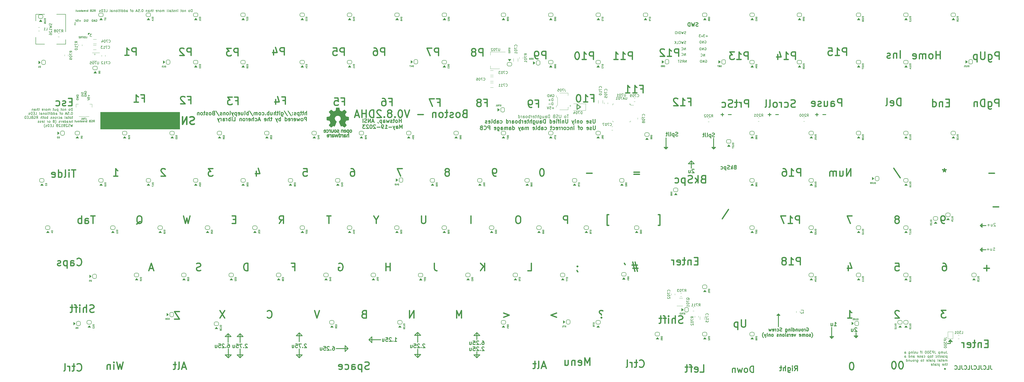
<source format=gbr>
G04 #@! TF.GenerationSoftware,KiCad,Pcbnew,7.0.2*
G04 #@! TF.CreationDate,2023-05-19T23:45:26-04:00*
G04 #@! TF.ProjectId,Boston-keyboard-V082DHA,426f7374-6f6e-42d6-9b65-79626f617264,rev?*
G04 #@! TF.SameCoordinates,Original*
G04 #@! TF.FileFunction,Legend,Bot*
G04 #@! TF.FilePolarity,Positive*
%FSLAX46Y46*%
G04 Gerber Fmt 4.6, Leading zero omitted, Abs format (unit mm)*
G04 Created by KiCad (PCBNEW 7.0.2) date 2023-05-19 23:45:26*
%MOMM*%
%LPD*%
G01*
G04 APERTURE LIST*
%ADD10C,0.300000*%
%ADD11C,0.120000*%
%ADD12C,0.500000*%
%ADD13C,0.200000*%
%ADD14C,0.600000*%
%ADD15C,0.400000*%
%ADD16C,0.150000*%
%ADD17C,0.160000*%
%ADD18C,0.127000*%
%ADD19C,0.100000*%
%ADD20C,0.010000*%
G04 APERTURE END LIST*
D10*
X323770529Y-89381276D02*
X323770529Y-92357841D01*
X236259518Y-167496878D02*
X238640770Y-167496878D01*
X142200064Y-168746878D02*
X142200064Y-165175000D01*
X237450144Y-168687504D02*
X237450144Y-166306252D01*
X322579903Y-90571902D02*
X323770529Y-89381276D01*
X167190626Y-159829687D02*
X166000000Y-158639061D01*
X237450144Y-158567183D02*
X236259518Y-159757809D01*
X440750000Y-114675000D02*
X440750000Y-116175000D01*
X277750000Y-68675000D02*
X277750000Y-66675000D01*
X238640770Y-167496878D02*
X237450144Y-168687504D01*
X212446998Y-167403170D02*
X214828250Y-167403170D01*
X323770529Y-89381276D02*
X324961155Y-90571902D01*
X440750000Y-124425000D02*
X440750000Y-125925000D01*
X358800000Y-156225000D02*
X358800000Y-151025000D01*
X359400000Y-151625000D02*
X358800000Y-151025000D01*
X238640770Y-167496878D02*
X237450144Y-168687504D01*
X236259518Y-159757809D02*
X238640770Y-159757809D01*
X180895409Y-164986027D02*
X185657913Y-164986027D01*
X185657913Y-164986027D02*
X184467287Y-163795401D01*
X213637624Y-158473475D02*
X212446998Y-159664101D01*
X314300000Y-83925000D02*
X312800000Y-83925000D01*
X167203210Y-167520313D02*
X166012584Y-168710939D01*
X380250000Y-160925000D02*
X379500000Y-160175000D01*
X213637624Y-168593796D02*
X212446998Y-167403170D01*
X237450144Y-168687504D02*
X236259518Y-167496878D01*
X138628186Y-167556252D02*
X137437560Y-168746878D01*
X137437560Y-168746878D02*
X137437560Y-165175000D01*
X236259518Y-167496878D02*
X238640770Y-167496878D01*
X143381252Y-160175000D02*
X142190626Y-158984374D01*
X195182921Y-160223523D02*
X195182921Y-162604775D01*
X440000000Y-125175000D02*
X440750000Y-124425000D01*
X212446998Y-159664101D02*
X214828250Y-159664101D01*
X379500000Y-160175000D02*
X381000000Y-160175000D01*
X358200000Y-151625000D02*
X359400000Y-151625000D01*
X236259518Y-159757809D02*
X238640770Y-159757809D01*
X137428122Y-158984374D02*
X136237496Y-160175000D01*
X141000000Y-160175000D02*
X143381252Y-160175000D01*
X442250000Y-125175000D02*
X440000000Y-125175000D01*
X380250000Y-160925000D02*
X380250000Y-156425000D01*
X238640770Y-159757809D02*
X237450144Y-158567183D01*
X238640770Y-159757809D02*
X237450144Y-158567183D01*
X214828250Y-159664101D02*
X213637624Y-158473475D01*
X193992295Y-161414149D02*
X198754799Y-161414149D01*
X332750000Y-80325000D02*
X332750000Y-84675000D01*
X138618748Y-160175000D02*
X137428122Y-158984374D01*
X313550000Y-80175000D02*
X313550000Y-84675000D01*
X142190626Y-158984374D02*
X141000000Y-160175000D01*
X164809374Y-159829687D02*
X167190626Y-159829687D01*
X332000000Y-83925000D02*
X333500000Y-83925000D01*
X333500000Y-83925000D02*
X332750000Y-84675000D01*
X390000000Y-160675000D02*
X390750000Y-159925000D01*
X137428122Y-158984374D02*
X137428122Y-162556252D01*
X440000000Y-115425000D02*
X440500000Y-114925000D01*
X166000000Y-158639061D02*
X164809374Y-159829687D01*
X142200064Y-168746878D02*
X141009438Y-167556252D01*
X193992295Y-161414149D02*
X195182921Y-162604775D01*
X358800000Y-151025000D02*
X358200000Y-151625000D01*
X184467287Y-163795401D02*
X184467287Y-166176653D01*
X166012584Y-168710939D02*
X164821958Y-167520313D01*
X166012584Y-168710939D02*
X166012584Y-165139061D01*
X141009438Y-167556252D02*
X143390690Y-167556252D01*
X389250000Y-159925000D02*
X390000000Y-160675000D01*
X440750000Y-116175000D02*
X440000000Y-115425000D01*
X381000000Y-160175000D02*
X380250000Y-160925000D01*
X428000000Y-162925000D02*
X428000000Y-161425000D01*
X214828250Y-167403170D02*
X213637624Y-168593796D01*
X440750000Y-125925000D02*
X440000000Y-125175000D01*
X324961155Y-90571902D02*
X322579903Y-90571902D01*
X193992295Y-161414149D02*
X195182921Y-160223523D01*
X279250000Y-67675000D02*
X277750000Y-68675000D01*
X237450144Y-168687504D02*
X237450144Y-166306252D01*
X313550000Y-84675000D02*
X314300000Y-83925000D01*
X332750000Y-84675000D02*
X332000000Y-83925000D01*
X427250000Y-162175000D02*
X428750000Y-162175000D01*
X426750000Y-162925000D02*
X428000000Y-162925000D01*
X428000000Y-161425000D02*
X428750000Y-162175000D01*
X142190626Y-158984374D02*
X142190626Y-162556252D01*
X277750000Y-66675000D02*
X279250000Y-67675000D01*
X136246934Y-167556252D02*
X138628186Y-167556252D01*
X166000000Y-158639061D02*
X166000000Y-162210939D01*
X390000000Y-160675000D02*
X390000000Y-158675000D01*
X237450144Y-158567183D02*
X237450144Y-161349912D01*
X442250000Y-115425000D02*
X440000000Y-115425000D01*
X164821958Y-167520313D02*
X167203210Y-167520313D01*
X312800000Y-83925000D02*
X313550000Y-84675000D01*
X213637624Y-168593796D02*
X213637624Y-165256204D01*
X390750000Y-159925000D02*
X389250000Y-159925000D01*
X184467287Y-166176653D02*
X185657913Y-164986027D01*
X213637624Y-158473475D02*
X213637624Y-162456204D01*
X136237496Y-160175000D02*
X138618748Y-160175000D01*
X237450144Y-158567183D02*
X236259518Y-159757809D01*
X440500000Y-114925000D02*
X440750000Y-114675000D01*
X237450144Y-168687504D02*
X236259518Y-167496878D01*
X428000000Y-161425000D02*
X427250000Y-162175000D01*
D11*
X298790625Y-66451875D02*
X299250625Y-66891875D01*
D10*
X237450144Y-158567183D02*
X237450144Y-161349912D01*
D11*
X83955489Y-46500000D02*
G75*
G03*
X83955489Y-46500000I-230489J0D01*
G01*
D10*
X137437560Y-168746878D02*
X136246934Y-167556252D01*
X143390690Y-167556252D02*
X142200064Y-168746878D01*
D12*
X318642857Y-47312857D02*
X318642857Y-44312857D01*
X318642857Y-44312857D02*
X317500000Y-44312857D01*
X317500000Y-44312857D02*
X317214285Y-44455714D01*
X317214285Y-44455714D02*
X317071428Y-44598571D01*
X317071428Y-44598571D02*
X316928571Y-44884285D01*
X316928571Y-44884285D02*
X316928571Y-45312857D01*
X316928571Y-45312857D02*
X317071428Y-45598571D01*
X317071428Y-45598571D02*
X317214285Y-45741428D01*
X317214285Y-45741428D02*
X317500000Y-45884285D01*
X317500000Y-45884285D02*
X318642857Y-45884285D01*
X314071428Y-47312857D02*
X315785714Y-47312857D01*
X314928571Y-47312857D02*
X314928571Y-44312857D01*
X314928571Y-44312857D02*
X315214285Y-44741428D01*
X315214285Y-44741428D02*
X315500000Y-45027142D01*
X315500000Y-45027142D02*
X315785714Y-45170000D01*
X312928571Y-44598571D02*
X312785714Y-44455714D01*
X312785714Y-44455714D02*
X312500000Y-44312857D01*
X312500000Y-44312857D02*
X311785714Y-44312857D01*
X311785714Y-44312857D02*
X311500000Y-44455714D01*
X311500000Y-44455714D02*
X311357142Y-44598571D01*
X311357142Y-44598571D02*
X311214285Y-44884285D01*
X311214285Y-44884285D02*
X311214285Y-45170000D01*
X311214285Y-45170000D02*
X311357142Y-45598571D01*
X311357142Y-45598571D02*
X313071428Y-47312857D01*
X313071428Y-47312857D02*
X311214285Y-47312857D01*
X131293749Y-92531607D02*
X129436606Y-92531607D01*
X129436606Y-92531607D02*
X130436606Y-93674464D01*
X130436606Y-93674464D02*
X130008035Y-93674464D01*
X130008035Y-93674464D02*
X129722321Y-93817321D01*
X129722321Y-93817321D02*
X129579463Y-93960178D01*
X129579463Y-93960178D02*
X129436606Y-94245892D01*
X129436606Y-94245892D02*
X129436606Y-94960178D01*
X129436606Y-94960178D02*
X129579463Y-95245892D01*
X129579463Y-95245892D02*
X129722321Y-95388750D01*
X129722321Y-95388750D02*
X130008035Y-95531607D01*
X130008035Y-95531607D02*
X130865178Y-95531607D01*
X130865178Y-95531607D02*
X131150892Y-95388750D01*
X131150892Y-95388750D02*
X131293749Y-95245892D01*
D13*
X329417529Y-48847738D02*
X329512767Y-48800119D01*
X329512767Y-48800119D02*
X329655624Y-48800119D01*
X329655624Y-48800119D02*
X329798481Y-48847738D01*
X329798481Y-48847738D02*
X329893719Y-48942976D01*
X329893719Y-48942976D02*
X329941338Y-49038214D01*
X329941338Y-49038214D02*
X329988957Y-49228690D01*
X329988957Y-49228690D02*
X329988957Y-49371547D01*
X329988957Y-49371547D02*
X329941338Y-49562023D01*
X329941338Y-49562023D02*
X329893719Y-49657261D01*
X329893719Y-49657261D02*
X329798481Y-49752500D01*
X329798481Y-49752500D02*
X329655624Y-49800119D01*
X329655624Y-49800119D02*
X329560386Y-49800119D01*
X329560386Y-49800119D02*
X329417529Y-49752500D01*
X329417529Y-49752500D02*
X329369910Y-49704880D01*
X329369910Y-49704880D02*
X329369910Y-49371547D01*
X329369910Y-49371547D02*
X329560386Y-49371547D01*
X328941338Y-49800119D02*
X328941338Y-48800119D01*
X328941338Y-48800119D02*
X328369910Y-49800119D01*
X328369910Y-49800119D02*
X328369910Y-48800119D01*
X327893719Y-49800119D02*
X327893719Y-48800119D01*
X327893719Y-48800119D02*
X327655624Y-48800119D01*
X327655624Y-48800119D02*
X327512767Y-48847738D01*
X327512767Y-48847738D02*
X327417529Y-48942976D01*
X327417529Y-48942976D02*
X327369910Y-49038214D01*
X327369910Y-49038214D02*
X327322291Y-49228690D01*
X327322291Y-49228690D02*
X327322291Y-49371547D01*
X327322291Y-49371547D02*
X327369910Y-49562023D01*
X327369910Y-49562023D02*
X327417529Y-49657261D01*
X327417529Y-49657261D02*
X327512767Y-49752500D01*
X327512767Y-49752500D02*
X327655624Y-49800119D01*
X327655624Y-49800119D02*
X327893719Y-49800119D01*
D12*
X231306249Y-152681607D02*
X231306249Y-149681607D01*
X231306249Y-149681607D02*
X230306249Y-151824464D01*
X230306249Y-151824464D02*
X229306249Y-149681607D01*
X229306249Y-149681607D02*
X229306249Y-152681607D01*
X386611606Y-152681607D02*
X388325892Y-152681607D01*
X387468749Y-152681607D02*
X387468749Y-149681607D01*
X387468749Y-149681607D02*
X387754463Y-150110178D01*
X387754463Y-150110178D02*
X388040178Y-150395892D01*
X388040178Y-150395892D02*
X388325892Y-150538750D01*
D13*
X321441338Y-47050119D02*
X321441338Y-46050119D01*
X321441338Y-46050119D02*
X320869910Y-47050119D01*
X320869910Y-47050119D02*
X320869910Y-46050119D01*
X319822291Y-46954880D02*
X319869910Y-47002500D01*
X319869910Y-47002500D02*
X320012767Y-47050119D01*
X320012767Y-47050119D02*
X320108005Y-47050119D01*
X320108005Y-47050119D02*
X320250862Y-47002500D01*
X320250862Y-47002500D02*
X320346100Y-46907261D01*
X320346100Y-46907261D02*
X320393719Y-46812023D01*
X320393719Y-46812023D02*
X320441338Y-46621547D01*
X320441338Y-46621547D02*
X320441338Y-46478690D01*
X320441338Y-46478690D02*
X320393719Y-46288214D01*
X320393719Y-46288214D02*
X320346100Y-46192976D01*
X320346100Y-46192976D02*
X320250862Y-46097738D01*
X320250862Y-46097738D02*
X320108005Y-46050119D01*
X320108005Y-46050119D02*
X320012767Y-46050119D01*
X320012767Y-46050119D02*
X319869910Y-46097738D01*
X319869910Y-46097738D02*
X319822291Y-46145357D01*
D12*
X222089285Y-47012857D02*
X222089285Y-44012857D01*
X222089285Y-44012857D02*
X220946428Y-44012857D01*
X220946428Y-44012857D02*
X220660713Y-44155714D01*
X220660713Y-44155714D02*
X220517856Y-44298571D01*
X220517856Y-44298571D02*
X220374999Y-44584285D01*
X220374999Y-44584285D02*
X220374999Y-45012857D01*
X220374999Y-45012857D02*
X220517856Y-45298571D01*
X220517856Y-45298571D02*
X220660713Y-45441428D01*
X220660713Y-45441428D02*
X220946428Y-45584285D01*
X220946428Y-45584285D02*
X222089285Y-45584285D01*
X219374999Y-44012857D02*
X217374999Y-44012857D01*
X217374999Y-44012857D02*
X218660713Y-47012857D01*
X76109999Y-93007857D02*
X74395714Y-93007857D01*
X75252856Y-96007857D02*
X75252856Y-93007857D01*
X73395714Y-96007857D02*
X73395714Y-94007857D01*
X73395714Y-93007857D02*
X73538571Y-93150714D01*
X73538571Y-93150714D02*
X73395714Y-93293571D01*
X73395714Y-93293571D02*
X73252857Y-93150714D01*
X73252857Y-93150714D02*
X73395714Y-93007857D01*
X73395714Y-93007857D02*
X73395714Y-93293571D01*
X71538571Y-96007857D02*
X71824286Y-95865000D01*
X71824286Y-95865000D02*
X71967143Y-95579285D01*
X71967143Y-95579285D02*
X71967143Y-93007857D01*
X69110000Y-96007857D02*
X69110000Y-93007857D01*
X69110000Y-95865000D02*
X69395714Y-96007857D01*
X69395714Y-96007857D02*
X69967142Y-96007857D01*
X69967142Y-96007857D02*
X70252857Y-95865000D01*
X70252857Y-95865000D02*
X70395714Y-95722142D01*
X70395714Y-95722142D02*
X70538571Y-95436428D01*
X70538571Y-95436428D02*
X70538571Y-94579285D01*
X70538571Y-94579285D02*
X70395714Y-94293571D01*
X70395714Y-94293571D02*
X70252857Y-94150714D01*
X70252857Y-94150714D02*
X69967142Y-94007857D01*
X69967142Y-94007857D02*
X69395714Y-94007857D01*
X69395714Y-94007857D02*
X69110000Y-94150714D01*
X66538571Y-95865000D02*
X66824285Y-96007857D01*
X66824285Y-96007857D02*
X67395714Y-96007857D01*
X67395714Y-96007857D02*
X67681428Y-95865000D01*
X67681428Y-95865000D02*
X67824285Y-95579285D01*
X67824285Y-95579285D02*
X67824285Y-94436428D01*
X67824285Y-94436428D02*
X67681428Y-94150714D01*
X67681428Y-94150714D02*
X67395714Y-94007857D01*
X67395714Y-94007857D02*
X66824285Y-94007857D01*
X66824285Y-94007857D02*
X66538571Y-94150714D01*
X66538571Y-94150714D02*
X66395714Y-94436428D01*
X66395714Y-94436428D02*
X66395714Y-94722142D01*
X66395714Y-94722142D02*
X67824285Y-95007857D01*
D13*
X122961904Y-29387619D02*
X122961904Y-28387619D01*
X122961904Y-28387619D02*
X122723809Y-28387619D01*
X122723809Y-28387619D02*
X122580952Y-28435238D01*
X122580952Y-28435238D02*
X122485714Y-28530476D01*
X122485714Y-28530476D02*
X122438095Y-28625714D01*
X122438095Y-28625714D02*
X122390476Y-28816190D01*
X122390476Y-28816190D02*
X122390476Y-28959047D01*
X122390476Y-28959047D02*
X122438095Y-29149523D01*
X122438095Y-29149523D02*
X122485714Y-29244761D01*
X122485714Y-29244761D02*
X122580952Y-29340000D01*
X122580952Y-29340000D02*
X122723809Y-29387619D01*
X122723809Y-29387619D02*
X122961904Y-29387619D01*
X121819047Y-29387619D02*
X121914285Y-29340000D01*
X121914285Y-29340000D02*
X121961904Y-29292380D01*
X121961904Y-29292380D02*
X122009523Y-29197142D01*
X122009523Y-29197142D02*
X122009523Y-28911428D01*
X122009523Y-28911428D02*
X121961904Y-28816190D01*
X121961904Y-28816190D02*
X121914285Y-28768571D01*
X121914285Y-28768571D02*
X121819047Y-28720952D01*
X121819047Y-28720952D02*
X121676190Y-28720952D01*
X121676190Y-28720952D02*
X121580952Y-28768571D01*
X121580952Y-28768571D02*
X121533333Y-28816190D01*
X121533333Y-28816190D02*
X121485714Y-28911428D01*
X121485714Y-28911428D02*
X121485714Y-29197142D01*
X121485714Y-29197142D02*
X121533333Y-29292380D01*
X121533333Y-29292380D02*
X121580952Y-29340000D01*
X121580952Y-29340000D02*
X121676190Y-29387619D01*
X121676190Y-29387619D02*
X121819047Y-29387619D01*
X120295237Y-28720952D02*
X120295237Y-29387619D01*
X120295237Y-28816190D02*
X120247618Y-28768571D01*
X120247618Y-28768571D02*
X120152380Y-28720952D01*
X120152380Y-28720952D02*
X120009523Y-28720952D01*
X120009523Y-28720952D02*
X119914285Y-28768571D01*
X119914285Y-28768571D02*
X119866666Y-28863809D01*
X119866666Y-28863809D02*
X119866666Y-29387619D01*
X119247618Y-29387619D02*
X119342856Y-29340000D01*
X119342856Y-29340000D02*
X119390475Y-29292380D01*
X119390475Y-29292380D02*
X119438094Y-29197142D01*
X119438094Y-29197142D02*
X119438094Y-28911428D01*
X119438094Y-28911428D02*
X119390475Y-28816190D01*
X119390475Y-28816190D02*
X119342856Y-28768571D01*
X119342856Y-28768571D02*
X119247618Y-28720952D01*
X119247618Y-28720952D02*
X119104761Y-28720952D01*
X119104761Y-28720952D02*
X119009523Y-28768571D01*
X119009523Y-28768571D02*
X118961904Y-28816190D01*
X118961904Y-28816190D02*
X118914285Y-28911428D01*
X118914285Y-28911428D02*
X118914285Y-29197142D01*
X118914285Y-29197142D02*
X118961904Y-29292380D01*
X118961904Y-29292380D02*
X119009523Y-29340000D01*
X119009523Y-29340000D02*
X119104761Y-29387619D01*
X119104761Y-29387619D02*
X119247618Y-29387619D01*
X118628570Y-28720952D02*
X118247618Y-28720952D01*
X118485713Y-28387619D02*
X118485713Y-29244761D01*
X118485713Y-29244761D02*
X118438094Y-29340000D01*
X118438094Y-29340000D02*
X118342856Y-29387619D01*
X118342856Y-29387619D02*
X118247618Y-29387619D01*
X117152379Y-29387619D02*
X117152379Y-28720952D01*
X117152379Y-28387619D02*
X117199998Y-28435238D01*
X117199998Y-28435238D02*
X117152379Y-28482857D01*
X117152379Y-28482857D02*
X117104760Y-28435238D01*
X117104760Y-28435238D02*
X117152379Y-28387619D01*
X117152379Y-28387619D02*
X117152379Y-28482857D01*
X116676189Y-28720952D02*
X116676189Y-29387619D01*
X116676189Y-28816190D02*
X116628570Y-28768571D01*
X116628570Y-28768571D02*
X116533332Y-28720952D01*
X116533332Y-28720952D02*
X116390475Y-28720952D01*
X116390475Y-28720952D02*
X116295237Y-28768571D01*
X116295237Y-28768571D02*
X116247618Y-28863809D01*
X116247618Y-28863809D02*
X116247618Y-29387619D01*
X115819046Y-29340000D02*
X115723808Y-29387619D01*
X115723808Y-29387619D02*
X115533332Y-29387619D01*
X115533332Y-29387619D02*
X115438094Y-29340000D01*
X115438094Y-29340000D02*
X115390475Y-29244761D01*
X115390475Y-29244761D02*
X115390475Y-29197142D01*
X115390475Y-29197142D02*
X115438094Y-29101904D01*
X115438094Y-29101904D02*
X115533332Y-29054285D01*
X115533332Y-29054285D02*
X115676189Y-29054285D01*
X115676189Y-29054285D02*
X115771427Y-29006666D01*
X115771427Y-29006666D02*
X115819046Y-28911428D01*
X115819046Y-28911428D02*
X115819046Y-28863809D01*
X115819046Y-28863809D02*
X115771427Y-28768571D01*
X115771427Y-28768571D02*
X115676189Y-28720952D01*
X115676189Y-28720952D02*
X115533332Y-28720952D01*
X115533332Y-28720952D02*
X115438094Y-28768571D01*
X115104760Y-28720952D02*
X114723808Y-28720952D01*
X114961903Y-28387619D02*
X114961903Y-29244761D01*
X114961903Y-29244761D02*
X114914284Y-29340000D01*
X114914284Y-29340000D02*
X114819046Y-29387619D01*
X114819046Y-29387619D02*
X114723808Y-29387619D01*
X113961903Y-29387619D02*
X113961903Y-28863809D01*
X113961903Y-28863809D02*
X114009522Y-28768571D01*
X114009522Y-28768571D02*
X114104760Y-28720952D01*
X114104760Y-28720952D02*
X114295236Y-28720952D01*
X114295236Y-28720952D02*
X114390474Y-28768571D01*
X113961903Y-29340000D02*
X114057141Y-29387619D01*
X114057141Y-29387619D02*
X114295236Y-29387619D01*
X114295236Y-29387619D02*
X114390474Y-29340000D01*
X114390474Y-29340000D02*
X114438093Y-29244761D01*
X114438093Y-29244761D02*
X114438093Y-29149523D01*
X114438093Y-29149523D02*
X114390474Y-29054285D01*
X114390474Y-29054285D02*
X114295236Y-29006666D01*
X114295236Y-29006666D02*
X114057141Y-29006666D01*
X114057141Y-29006666D02*
X113961903Y-28959047D01*
X113342855Y-29387619D02*
X113438093Y-29340000D01*
X113438093Y-29340000D02*
X113485712Y-29244761D01*
X113485712Y-29244761D02*
X113485712Y-28387619D01*
X112819045Y-29387619D02*
X112914283Y-29340000D01*
X112914283Y-29340000D02*
X112961902Y-29244761D01*
X112961902Y-29244761D02*
X112961902Y-28387619D01*
X111676187Y-29387619D02*
X111676187Y-28720952D01*
X111676187Y-28816190D02*
X111628568Y-28768571D01*
X111628568Y-28768571D02*
X111533330Y-28720952D01*
X111533330Y-28720952D02*
X111390473Y-28720952D01*
X111390473Y-28720952D02*
X111295235Y-28768571D01*
X111295235Y-28768571D02*
X111247616Y-28863809D01*
X111247616Y-28863809D02*
X111247616Y-29387619D01*
X111247616Y-28863809D02*
X111199997Y-28768571D01*
X111199997Y-28768571D02*
X111104759Y-28720952D01*
X111104759Y-28720952D02*
X110961902Y-28720952D01*
X110961902Y-28720952D02*
X110866663Y-28768571D01*
X110866663Y-28768571D02*
X110819044Y-28863809D01*
X110819044Y-28863809D02*
X110819044Y-29387619D01*
X110199997Y-29387619D02*
X110295235Y-29340000D01*
X110295235Y-29340000D02*
X110342854Y-29292380D01*
X110342854Y-29292380D02*
X110390473Y-29197142D01*
X110390473Y-29197142D02*
X110390473Y-28911428D01*
X110390473Y-28911428D02*
X110342854Y-28816190D01*
X110342854Y-28816190D02*
X110295235Y-28768571D01*
X110295235Y-28768571D02*
X110199997Y-28720952D01*
X110199997Y-28720952D02*
X110057140Y-28720952D01*
X110057140Y-28720952D02*
X109961902Y-28768571D01*
X109961902Y-28768571D02*
X109914283Y-28816190D01*
X109914283Y-28816190D02*
X109866664Y-28911428D01*
X109866664Y-28911428D02*
X109866664Y-29197142D01*
X109866664Y-29197142D02*
X109914283Y-29292380D01*
X109914283Y-29292380D02*
X109961902Y-29340000D01*
X109961902Y-29340000D02*
X110057140Y-29387619D01*
X110057140Y-29387619D02*
X110199997Y-29387619D01*
X109438092Y-29387619D02*
X109438092Y-28720952D01*
X109438092Y-28911428D02*
X109390473Y-28816190D01*
X109390473Y-28816190D02*
X109342854Y-28768571D01*
X109342854Y-28768571D02*
X109247616Y-28720952D01*
X109247616Y-28720952D02*
X109152378Y-28720952D01*
X108438092Y-29340000D02*
X108533330Y-29387619D01*
X108533330Y-29387619D02*
X108723806Y-29387619D01*
X108723806Y-29387619D02*
X108819044Y-29340000D01*
X108819044Y-29340000D02*
X108866663Y-29244761D01*
X108866663Y-29244761D02*
X108866663Y-28863809D01*
X108866663Y-28863809D02*
X108819044Y-28768571D01*
X108819044Y-28768571D02*
X108723806Y-28720952D01*
X108723806Y-28720952D02*
X108533330Y-28720952D01*
X108533330Y-28720952D02*
X108438092Y-28768571D01*
X108438092Y-28768571D02*
X108390473Y-28863809D01*
X108390473Y-28863809D02*
X108390473Y-28959047D01*
X108390473Y-28959047D02*
X108866663Y-29054285D01*
X107342853Y-28720952D02*
X106961901Y-28720952D01*
X107199996Y-28387619D02*
X107199996Y-29244761D01*
X107199996Y-29244761D02*
X107152377Y-29340000D01*
X107152377Y-29340000D02*
X107057139Y-29387619D01*
X107057139Y-29387619D02*
X106961901Y-29387619D01*
X106628567Y-29387619D02*
X106628567Y-28387619D01*
X106199996Y-29387619D02*
X106199996Y-28863809D01*
X106199996Y-28863809D02*
X106247615Y-28768571D01*
X106247615Y-28768571D02*
X106342853Y-28720952D01*
X106342853Y-28720952D02*
X106485710Y-28720952D01*
X106485710Y-28720952D02*
X106580948Y-28768571D01*
X106580948Y-28768571D02*
X106628567Y-28816190D01*
X105295234Y-29387619D02*
X105295234Y-28863809D01*
X105295234Y-28863809D02*
X105342853Y-28768571D01*
X105342853Y-28768571D02*
X105438091Y-28720952D01*
X105438091Y-28720952D02*
X105628567Y-28720952D01*
X105628567Y-28720952D02*
X105723805Y-28768571D01*
X105295234Y-29340000D02*
X105390472Y-29387619D01*
X105390472Y-29387619D02*
X105628567Y-29387619D01*
X105628567Y-29387619D02*
X105723805Y-29340000D01*
X105723805Y-29340000D02*
X105771424Y-29244761D01*
X105771424Y-29244761D02*
X105771424Y-29149523D01*
X105771424Y-29149523D02*
X105723805Y-29054285D01*
X105723805Y-29054285D02*
X105628567Y-29006666D01*
X105628567Y-29006666D02*
X105390472Y-29006666D01*
X105390472Y-29006666D02*
X105295234Y-28959047D01*
X104819043Y-28720952D02*
X104819043Y-29387619D01*
X104819043Y-28816190D02*
X104771424Y-28768571D01*
X104771424Y-28768571D02*
X104676186Y-28720952D01*
X104676186Y-28720952D02*
X104533329Y-28720952D01*
X104533329Y-28720952D02*
X104438091Y-28768571D01*
X104438091Y-28768571D02*
X104390472Y-28863809D01*
X104390472Y-28863809D02*
X104390472Y-29387619D01*
X102961900Y-28387619D02*
X102866662Y-28387619D01*
X102866662Y-28387619D02*
X102771424Y-28435238D01*
X102771424Y-28435238D02*
X102723805Y-28482857D01*
X102723805Y-28482857D02*
X102676186Y-28578095D01*
X102676186Y-28578095D02*
X102628567Y-28768571D01*
X102628567Y-28768571D02*
X102628567Y-29006666D01*
X102628567Y-29006666D02*
X102676186Y-29197142D01*
X102676186Y-29197142D02*
X102723805Y-29292380D01*
X102723805Y-29292380D02*
X102771424Y-29340000D01*
X102771424Y-29340000D02*
X102866662Y-29387619D01*
X102866662Y-29387619D02*
X102961900Y-29387619D01*
X102961900Y-29387619D02*
X103057138Y-29340000D01*
X103057138Y-29340000D02*
X103104757Y-29292380D01*
X103104757Y-29292380D02*
X103152376Y-29197142D01*
X103152376Y-29197142D02*
X103199995Y-29006666D01*
X103199995Y-29006666D02*
X103199995Y-28768571D01*
X103199995Y-28768571D02*
X103152376Y-28578095D01*
X103152376Y-28578095D02*
X103104757Y-28482857D01*
X103104757Y-28482857D02*
X103057138Y-28435238D01*
X103057138Y-28435238D02*
X102961900Y-28387619D01*
X102199995Y-29292380D02*
X102152376Y-29340000D01*
X102152376Y-29340000D02*
X102199995Y-29387619D01*
X102199995Y-29387619D02*
X102247614Y-29340000D01*
X102247614Y-29340000D02*
X102199995Y-29292380D01*
X102199995Y-29292380D02*
X102199995Y-29387619D01*
X101247615Y-28387619D02*
X101723805Y-28387619D01*
X101723805Y-28387619D02*
X101771424Y-28863809D01*
X101771424Y-28863809D02*
X101723805Y-28816190D01*
X101723805Y-28816190D02*
X101628567Y-28768571D01*
X101628567Y-28768571D02*
X101390472Y-28768571D01*
X101390472Y-28768571D02*
X101295234Y-28816190D01*
X101295234Y-28816190D02*
X101247615Y-28863809D01*
X101247615Y-28863809D02*
X101199996Y-28959047D01*
X101199996Y-28959047D02*
X101199996Y-29197142D01*
X101199996Y-29197142D02*
X101247615Y-29292380D01*
X101247615Y-29292380D02*
X101295234Y-29340000D01*
X101295234Y-29340000D02*
X101390472Y-29387619D01*
X101390472Y-29387619D02*
X101628567Y-29387619D01*
X101628567Y-29387619D02*
X101723805Y-29340000D01*
X101723805Y-29340000D02*
X101771424Y-29292380D01*
X100819043Y-29101904D02*
X100342853Y-29101904D01*
X100914281Y-29387619D02*
X100580948Y-28387619D01*
X100580948Y-28387619D02*
X100247615Y-29387619D01*
X99009519Y-29387619D02*
X99104757Y-29340000D01*
X99104757Y-29340000D02*
X99152376Y-29292380D01*
X99152376Y-29292380D02*
X99199995Y-29197142D01*
X99199995Y-29197142D02*
X99199995Y-28911428D01*
X99199995Y-28911428D02*
X99152376Y-28816190D01*
X99152376Y-28816190D02*
X99104757Y-28768571D01*
X99104757Y-28768571D02*
X99009519Y-28720952D01*
X99009519Y-28720952D02*
X98866662Y-28720952D01*
X98866662Y-28720952D02*
X98771424Y-28768571D01*
X98771424Y-28768571D02*
X98723805Y-28816190D01*
X98723805Y-28816190D02*
X98676186Y-28911428D01*
X98676186Y-28911428D02*
X98676186Y-29197142D01*
X98676186Y-29197142D02*
X98723805Y-29292380D01*
X98723805Y-29292380D02*
X98771424Y-29340000D01*
X98771424Y-29340000D02*
X98866662Y-29387619D01*
X98866662Y-29387619D02*
X99009519Y-29387619D01*
X98390471Y-28720952D02*
X98009519Y-28720952D01*
X98247614Y-29387619D02*
X98247614Y-28530476D01*
X98247614Y-28530476D02*
X98199995Y-28435238D01*
X98199995Y-28435238D02*
X98104757Y-28387619D01*
X98104757Y-28387619D02*
X98009519Y-28387619D01*
X96485709Y-29387619D02*
X96485709Y-28863809D01*
X96485709Y-28863809D02*
X96533328Y-28768571D01*
X96533328Y-28768571D02*
X96628566Y-28720952D01*
X96628566Y-28720952D02*
X96819042Y-28720952D01*
X96819042Y-28720952D02*
X96914280Y-28768571D01*
X96485709Y-29340000D02*
X96580947Y-29387619D01*
X96580947Y-29387619D02*
X96819042Y-29387619D01*
X96819042Y-29387619D02*
X96914280Y-29340000D01*
X96914280Y-29340000D02*
X96961899Y-29244761D01*
X96961899Y-29244761D02*
X96961899Y-29149523D01*
X96961899Y-29149523D02*
X96914280Y-29054285D01*
X96914280Y-29054285D02*
X96819042Y-29006666D01*
X96819042Y-29006666D02*
X96580947Y-29006666D01*
X96580947Y-29006666D02*
X96485709Y-28959047D01*
X95580947Y-29387619D02*
X95580947Y-28387619D01*
X95580947Y-29340000D02*
X95676185Y-29387619D01*
X95676185Y-29387619D02*
X95866661Y-29387619D01*
X95866661Y-29387619D02*
X95961899Y-29340000D01*
X95961899Y-29340000D02*
X96009518Y-29292380D01*
X96009518Y-29292380D02*
X96057137Y-29197142D01*
X96057137Y-29197142D02*
X96057137Y-28911428D01*
X96057137Y-28911428D02*
X96009518Y-28816190D01*
X96009518Y-28816190D02*
X95961899Y-28768571D01*
X95961899Y-28768571D02*
X95866661Y-28720952D01*
X95866661Y-28720952D02*
X95676185Y-28720952D01*
X95676185Y-28720952D02*
X95580947Y-28768571D01*
X94676185Y-29387619D02*
X94676185Y-28387619D01*
X94676185Y-29340000D02*
X94771423Y-29387619D01*
X94771423Y-29387619D02*
X94961899Y-29387619D01*
X94961899Y-29387619D02*
X95057137Y-29340000D01*
X95057137Y-29340000D02*
X95104756Y-29292380D01*
X95104756Y-29292380D02*
X95152375Y-29197142D01*
X95152375Y-29197142D02*
X95152375Y-28911428D01*
X95152375Y-28911428D02*
X95104756Y-28816190D01*
X95104756Y-28816190D02*
X95057137Y-28768571D01*
X95057137Y-28768571D02*
X94961899Y-28720952D01*
X94961899Y-28720952D02*
X94771423Y-28720952D01*
X94771423Y-28720952D02*
X94676185Y-28768571D01*
X94199994Y-29387619D02*
X94199994Y-28720952D01*
X94199994Y-28387619D02*
X94247613Y-28435238D01*
X94247613Y-28435238D02*
X94199994Y-28482857D01*
X94199994Y-28482857D02*
X94152375Y-28435238D01*
X94152375Y-28435238D02*
X94199994Y-28387619D01*
X94199994Y-28387619D02*
X94199994Y-28482857D01*
X93866661Y-28720952D02*
X93485709Y-28720952D01*
X93723804Y-28387619D02*
X93723804Y-29244761D01*
X93723804Y-29244761D02*
X93676185Y-29340000D01*
X93676185Y-29340000D02*
X93580947Y-29387619D01*
X93580947Y-29387619D02*
X93485709Y-29387619D01*
X93152375Y-29387619D02*
X93152375Y-28720952D01*
X93152375Y-28387619D02*
X93199994Y-28435238D01*
X93199994Y-28435238D02*
X93152375Y-28482857D01*
X93152375Y-28482857D02*
X93104756Y-28435238D01*
X93104756Y-28435238D02*
X93152375Y-28387619D01*
X93152375Y-28387619D02*
X93152375Y-28482857D01*
X92533328Y-29387619D02*
X92628566Y-29340000D01*
X92628566Y-29340000D02*
X92676185Y-29292380D01*
X92676185Y-29292380D02*
X92723804Y-29197142D01*
X92723804Y-29197142D02*
X92723804Y-28911428D01*
X92723804Y-28911428D02*
X92676185Y-28816190D01*
X92676185Y-28816190D02*
X92628566Y-28768571D01*
X92628566Y-28768571D02*
X92533328Y-28720952D01*
X92533328Y-28720952D02*
X92390471Y-28720952D01*
X92390471Y-28720952D02*
X92295233Y-28768571D01*
X92295233Y-28768571D02*
X92247614Y-28816190D01*
X92247614Y-28816190D02*
X92199995Y-28911428D01*
X92199995Y-28911428D02*
X92199995Y-29197142D01*
X92199995Y-29197142D02*
X92247614Y-29292380D01*
X92247614Y-29292380D02*
X92295233Y-29340000D01*
X92295233Y-29340000D02*
X92390471Y-29387619D01*
X92390471Y-29387619D02*
X92533328Y-29387619D01*
X91771423Y-28720952D02*
X91771423Y-29387619D01*
X91771423Y-28816190D02*
X91723804Y-28768571D01*
X91723804Y-28768571D02*
X91628566Y-28720952D01*
X91628566Y-28720952D02*
X91485709Y-28720952D01*
X91485709Y-28720952D02*
X91390471Y-28768571D01*
X91390471Y-28768571D02*
X91342852Y-28863809D01*
X91342852Y-28863809D02*
X91342852Y-29387619D01*
X90438090Y-29387619D02*
X90438090Y-28863809D01*
X90438090Y-28863809D02*
X90485709Y-28768571D01*
X90485709Y-28768571D02*
X90580947Y-28720952D01*
X90580947Y-28720952D02*
X90771423Y-28720952D01*
X90771423Y-28720952D02*
X90866661Y-28768571D01*
X90438090Y-29340000D02*
X90533328Y-29387619D01*
X90533328Y-29387619D02*
X90771423Y-29387619D01*
X90771423Y-29387619D02*
X90866661Y-29340000D01*
X90866661Y-29340000D02*
X90914280Y-29244761D01*
X90914280Y-29244761D02*
X90914280Y-29149523D01*
X90914280Y-29149523D02*
X90866661Y-29054285D01*
X90866661Y-29054285D02*
X90771423Y-29006666D01*
X90771423Y-29006666D02*
X90533328Y-29006666D01*
X90533328Y-29006666D02*
X90438090Y-28959047D01*
X89819042Y-29387619D02*
X89914280Y-29340000D01*
X89914280Y-29340000D02*
X89961899Y-29244761D01*
X89961899Y-29244761D02*
X89961899Y-28387619D01*
X88199994Y-29387619D02*
X88676184Y-29387619D01*
X88676184Y-29387619D02*
X88676184Y-28387619D01*
X87866660Y-28863809D02*
X87533327Y-28863809D01*
X87390470Y-29387619D02*
X87866660Y-29387619D01*
X87866660Y-29387619D02*
X87866660Y-28387619D01*
X87866660Y-28387619D02*
X87390470Y-28387619D01*
X86961898Y-29387619D02*
X86961898Y-28387619D01*
X86961898Y-28387619D02*
X86723803Y-28387619D01*
X86723803Y-28387619D02*
X86580946Y-28435238D01*
X86580946Y-28435238D02*
X86485708Y-28530476D01*
X86485708Y-28530476D02*
X86438089Y-28625714D01*
X86438089Y-28625714D02*
X86390470Y-28816190D01*
X86390470Y-28816190D02*
X86390470Y-28959047D01*
X86390470Y-28959047D02*
X86438089Y-29149523D01*
X86438089Y-29149523D02*
X86485708Y-29244761D01*
X86485708Y-29244761D02*
X86580946Y-29340000D01*
X86580946Y-29340000D02*
X86723803Y-29387619D01*
X86723803Y-29387619D02*
X86961898Y-29387619D01*
X86009517Y-29340000D02*
X85914279Y-29387619D01*
X85914279Y-29387619D02*
X85723803Y-29387619D01*
X85723803Y-29387619D02*
X85628565Y-29340000D01*
X85628565Y-29340000D02*
X85580946Y-29244761D01*
X85580946Y-29244761D02*
X85580946Y-29197142D01*
X85580946Y-29197142D02*
X85628565Y-29101904D01*
X85628565Y-29101904D02*
X85723803Y-29054285D01*
X85723803Y-29054285D02*
X85866660Y-29054285D01*
X85866660Y-29054285D02*
X85961898Y-29006666D01*
X85961898Y-29006666D02*
X86009517Y-28911428D01*
X86009517Y-28911428D02*
X86009517Y-28863809D01*
X86009517Y-28863809D02*
X85961898Y-28768571D01*
X85961898Y-28768571D02*
X85866660Y-28720952D01*
X85866660Y-28720952D02*
X85723803Y-28720952D01*
X85723803Y-28720952D02*
X85628565Y-28768571D01*
D12*
X302886607Y-93960178D02*
X300600893Y-93960178D01*
X300600893Y-94817321D02*
X302886607Y-94817321D01*
X303328571Y-60441428D02*
X304328571Y-60441428D01*
X304328571Y-62012857D02*
X304328571Y-59012857D01*
X304328571Y-59012857D02*
X302899999Y-59012857D01*
X300185713Y-62012857D02*
X301899999Y-62012857D01*
X301042856Y-62012857D02*
X301042856Y-59012857D01*
X301042856Y-59012857D02*
X301328570Y-59441428D01*
X301328570Y-59441428D02*
X301614285Y-59727142D01*
X301614285Y-59727142D02*
X301899999Y-59870000D01*
X297328570Y-62012857D02*
X299042856Y-62012857D01*
X298185713Y-62012857D02*
X298185713Y-59012857D01*
X298185713Y-59012857D02*
X298471427Y-59441428D01*
X298471427Y-59441428D02*
X298757142Y-59727142D01*
X298757142Y-59727142D02*
X299042856Y-59870000D01*
D13*
X267961904Y-62705238D02*
X268057142Y-62657619D01*
X268057142Y-62657619D02*
X268199999Y-62657619D01*
X268199999Y-62657619D02*
X268342856Y-62705238D01*
X268342856Y-62705238D02*
X268438094Y-62800476D01*
X268438094Y-62800476D02*
X268485713Y-62895714D01*
X268485713Y-62895714D02*
X268533332Y-63086190D01*
X268533332Y-63086190D02*
X268533332Y-63229047D01*
X268533332Y-63229047D02*
X268485713Y-63419523D01*
X268485713Y-63419523D02*
X268438094Y-63514761D01*
X268438094Y-63514761D02*
X268342856Y-63610000D01*
X268342856Y-63610000D02*
X268199999Y-63657619D01*
X268199999Y-63657619D02*
X268104761Y-63657619D01*
X268104761Y-63657619D02*
X267961904Y-63610000D01*
X267961904Y-63610000D02*
X267914285Y-63562380D01*
X267914285Y-63562380D02*
X267914285Y-63229047D01*
X267914285Y-63229047D02*
X268104761Y-63229047D01*
X267485713Y-63657619D02*
X267485713Y-62657619D01*
X267485713Y-62657619D02*
X266914285Y-63657619D01*
X266914285Y-63657619D02*
X266914285Y-62657619D01*
X266438094Y-63657619D02*
X266438094Y-62657619D01*
X266438094Y-62657619D02*
X266199999Y-62657619D01*
X266199999Y-62657619D02*
X266057142Y-62705238D01*
X266057142Y-62705238D02*
X265961904Y-62800476D01*
X265961904Y-62800476D02*
X265914285Y-62895714D01*
X265914285Y-62895714D02*
X265866666Y-63086190D01*
X265866666Y-63086190D02*
X265866666Y-63229047D01*
X265866666Y-63229047D02*
X265914285Y-63419523D01*
X265914285Y-63419523D02*
X265961904Y-63514761D01*
X265961904Y-63514761D02*
X266057142Y-63610000D01*
X266057142Y-63610000D02*
X266199999Y-63657619D01*
X266199999Y-63657619D02*
X266438094Y-63657619D01*
X268080951Y-65277619D02*
X268080951Y-64277619D01*
X268080951Y-64277619D02*
X267842856Y-64277619D01*
X267842856Y-64277619D02*
X267699999Y-64325238D01*
X267699999Y-64325238D02*
X267604761Y-64420476D01*
X267604761Y-64420476D02*
X267557142Y-64515714D01*
X267557142Y-64515714D02*
X267509523Y-64706190D01*
X267509523Y-64706190D02*
X267509523Y-64849047D01*
X267509523Y-64849047D02*
X267557142Y-65039523D01*
X267557142Y-65039523D02*
X267604761Y-65134761D01*
X267604761Y-65134761D02*
X267699999Y-65230000D01*
X267699999Y-65230000D02*
X267842856Y-65277619D01*
X267842856Y-65277619D02*
X268080951Y-65277619D01*
X267080951Y-64896666D02*
X266319047Y-64896666D01*
X266699999Y-65277619D02*
X266699999Y-64515714D01*
X268080951Y-66897619D02*
X268080951Y-65897619D01*
X268080951Y-65897619D02*
X267842856Y-65897619D01*
X267842856Y-65897619D02*
X267699999Y-65945238D01*
X267699999Y-65945238D02*
X267604761Y-66040476D01*
X267604761Y-66040476D02*
X267557142Y-66135714D01*
X267557142Y-66135714D02*
X267509523Y-66326190D01*
X267509523Y-66326190D02*
X267509523Y-66469047D01*
X267509523Y-66469047D02*
X267557142Y-66659523D01*
X267557142Y-66659523D02*
X267604761Y-66754761D01*
X267604761Y-66754761D02*
X267699999Y-66850000D01*
X267699999Y-66850000D02*
X267842856Y-66897619D01*
X267842856Y-66897619D02*
X268080951Y-66897619D01*
X267080951Y-66516666D02*
X266319047Y-66516666D01*
X268485713Y-68136666D02*
X267723809Y-68136666D01*
X268104761Y-68517619D02*
X268104761Y-67755714D01*
X266771428Y-67517619D02*
X267247618Y-67517619D01*
X267247618Y-67517619D02*
X267295237Y-67993809D01*
X267295237Y-67993809D02*
X267247618Y-67946190D01*
X267247618Y-67946190D02*
X267152380Y-67898571D01*
X267152380Y-67898571D02*
X266914285Y-67898571D01*
X266914285Y-67898571D02*
X266819047Y-67946190D01*
X266819047Y-67946190D02*
X266771428Y-67993809D01*
X266771428Y-67993809D02*
X266723809Y-68089047D01*
X266723809Y-68089047D02*
X266723809Y-68327142D01*
X266723809Y-68327142D02*
X266771428Y-68422380D01*
X266771428Y-68422380D02*
X266819047Y-68470000D01*
X266819047Y-68470000D02*
X266914285Y-68517619D01*
X266914285Y-68517619D02*
X267152380Y-68517619D01*
X267152380Y-68517619D02*
X267247618Y-68470000D01*
X267247618Y-68470000D02*
X267295237Y-68422380D01*
X266438094Y-67517619D02*
X266104761Y-68517619D01*
X266104761Y-68517619D02*
X265771428Y-67517619D01*
D12*
X159390000Y-65071428D02*
X160390000Y-65071428D01*
X160390000Y-66642857D02*
X160390000Y-63642857D01*
X160390000Y-63642857D02*
X158961428Y-63642857D01*
X156532857Y-64642857D02*
X156532857Y-66642857D01*
X157247142Y-63500000D02*
X157961428Y-65642857D01*
X157961428Y-65642857D02*
X156104285Y-65642857D01*
X207493749Y-92531607D02*
X205493749Y-92531607D01*
X205493749Y-92531607D02*
X206779463Y-95531607D01*
X365575000Y-67670000D02*
X365146429Y-67812857D01*
X365146429Y-67812857D02*
X364432143Y-67812857D01*
X364432143Y-67812857D02*
X364146429Y-67670000D01*
X364146429Y-67670000D02*
X364003571Y-67527142D01*
X364003571Y-67527142D02*
X363860714Y-67241428D01*
X363860714Y-67241428D02*
X363860714Y-66955714D01*
X363860714Y-66955714D02*
X364003571Y-66670000D01*
X364003571Y-66670000D02*
X364146429Y-66527142D01*
X364146429Y-66527142D02*
X364432143Y-66384285D01*
X364432143Y-66384285D02*
X365003571Y-66241428D01*
X365003571Y-66241428D02*
X365289286Y-66098571D01*
X365289286Y-66098571D02*
X365432143Y-65955714D01*
X365432143Y-65955714D02*
X365575000Y-65670000D01*
X365575000Y-65670000D02*
X365575000Y-65384285D01*
X365575000Y-65384285D02*
X365432143Y-65098571D01*
X365432143Y-65098571D02*
X365289286Y-64955714D01*
X365289286Y-64955714D02*
X365003571Y-64812857D01*
X365003571Y-64812857D02*
X364289286Y-64812857D01*
X364289286Y-64812857D02*
X363860714Y-64955714D01*
X361289286Y-67670000D02*
X361575000Y-67812857D01*
X361575000Y-67812857D02*
X362146428Y-67812857D01*
X362146428Y-67812857D02*
X362432143Y-67670000D01*
X362432143Y-67670000D02*
X362575000Y-67527142D01*
X362575000Y-67527142D02*
X362717857Y-67241428D01*
X362717857Y-67241428D02*
X362717857Y-66384285D01*
X362717857Y-66384285D02*
X362575000Y-66098571D01*
X362575000Y-66098571D02*
X362432143Y-65955714D01*
X362432143Y-65955714D02*
X362146428Y-65812857D01*
X362146428Y-65812857D02*
X361575000Y-65812857D01*
X361575000Y-65812857D02*
X361289286Y-65955714D01*
X360003571Y-67812857D02*
X360003571Y-65812857D01*
X360003571Y-66384285D02*
X359860714Y-66098571D01*
X359860714Y-66098571D02*
X359717857Y-65955714D01*
X359717857Y-65955714D02*
X359432142Y-65812857D01*
X359432142Y-65812857D02*
X359146428Y-65812857D01*
X357717856Y-67812857D02*
X358003571Y-67670000D01*
X358003571Y-67670000D02*
X358146428Y-67527142D01*
X358146428Y-67527142D02*
X358289285Y-67241428D01*
X358289285Y-67241428D02*
X358289285Y-66384285D01*
X358289285Y-66384285D02*
X358146428Y-66098571D01*
X358146428Y-66098571D02*
X358003571Y-65955714D01*
X358003571Y-65955714D02*
X357717856Y-65812857D01*
X357717856Y-65812857D02*
X357289285Y-65812857D01*
X357289285Y-65812857D02*
X357003571Y-65955714D01*
X357003571Y-65955714D02*
X356860714Y-66098571D01*
X356860714Y-66098571D02*
X356717856Y-66384285D01*
X356717856Y-66384285D02*
X356717856Y-67241428D01*
X356717856Y-67241428D02*
X356860714Y-67527142D01*
X356860714Y-67527142D02*
X357003571Y-67670000D01*
X357003571Y-67670000D02*
X357289285Y-67812857D01*
X357289285Y-67812857D02*
X357717856Y-67812857D01*
X355003570Y-67812857D02*
X355289285Y-67670000D01*
X355289285Y-67670000D02*
X355432142Y-67384285D01*
X355432142Y-67384285D02*
X355432142Y-64812857D01*
X353432141Y-67812857D02*
X353717856Y-67670000D01*
X353717856Y-67670000D02*
X353860713Y-67384285D01*
X353860713Y-67384285D02*
X353860713Y-64812857D01*
D10*
X326435713Y-35147500D02*
X326221428Y-35218928D01*
X326221428Y-35218928D02*
X325864285Y-35218928D01*
X325864285Y-35218928D02*
X325721428Y-35147500D01*
X325721428Y-35147500D02*
X325649999Y-35076071D01*
X325649999Y-35076071D02*
X325578570Y-34933214D01*
X325578570Y-34933214D02*
X325578570Y-34790357D01*
X325578570Y-34790357D02*
X325649999Y-34647500D01*
X325649999Y-34647500D02*
X325721428Y-34576071D01*
X325721428Y-34576071D02*
X325864285Y-34504642D01*
X325864285Y-34504642D02*
X326149999Y-34433214D01*
X326149999Y-34433214D02*
X326292856Y-34361785D01*
X326292856Y-34361785D02*
X326364285Y-34290357D01*
X326364285Y-34290357D02*
X326435713Y-34147500D01*
X326435713Y-34147500D02*
X326435713Y-34004642D01*
X326435713Y-34004642D02*
X326364285Y-33861785D01*
X326364285Y-33861785D02*
X326292856Y-33790357D01*
X326292856Y-33790357D02*
X326149999Y-33718928D01*
X326149999Y-33718928D02*
X325792856Y-33718928D01*
X325792856Y-33718928D02*
X325578570Y-33790357D01*
X325078571Y-33718928D02*
X324721428Y-35218928D01*
X324721428Y-35218928D02*
X324435714Y-34147500D01*
X324435714Y-34147500D02*
X324149999Y-35218928D01*
X324149999Y-35218928D02*
X323792857Y-33718928D01*
X323221428Y-35218928D02*
X323221428Y-33718928D01*
X323221428Y-33718928D02*
X322864285Y-33718928D01*
X322864285Y-33718928D02*
X322649999Y-33790357D01*
X322649999Y-33790357D02*
X322507142Y-33933214D01*
X322507142Y-33933214D02*
X322435713Y-34076071D01*
X322435713Y-34076071D02*
X322364285Y-34361785D01*
X322364285Y-34361785D02*
X322364285Y-34576071D01*
X322364285Y-34576071D02*
X322435713Y-34861785D01*
X322435713Y-34861785D02*
X322507142Y-35004642D01*
X322507142Y-35004642D02*
X322649999Y-35147500D01*
X322649999Y-35147500D02*
X322864285Y-35218928D01*
X322864285Y-35218928D02*
X323221428Y-35218928D01*
D12*
X387914285Y-95531607D02*
X387914285Y-92531607D01*
X387914285Y-92531607D02*
X386199999Y-95531607D01*
X386199999Y-95531607D02*
X386199999Y-92531607D01*
X383485714Y-93531607D02*
X383485714Y-95531607D01*
X384771428Y-93531607D02*
X384771428Y-95103035D01*
X384771428Y-95103035D02*
X384628571Y-95388750D01*
X384628571Y-95388750D02*
X384342856Y-95531607D01*
X384342856Y-95531607D02*
X383914285Y-95531607D01*
X383914285Y-95531607D02*
X383628571Y-95388750D01*
X383628571Y-95388750D02*
X383485714Y-95245892D01*
X382057142Y-95531607D02*
X382057142Y-93531607D01*
X382057142Y-93817321D02*
X381914285Y-93674464D01*
X381914285Y-93674464D02*
X381628570Y-93531607D01*
X381628570Y-93531607D02*
X381199999Y-93531607D01*
X381199999Y-93531607D02*
X380914285Y-93674464D01*
X380914285Y-93674464D02*
X380771428Y-93960178D01*
X380771428Y-93960178D02*
X380771428Y-95531607D01*
X380771428Y-93960178D02*
X380628570Y-93674464D01*
X380628570Y-93674464D02*
X380342856Y-93531607D01*
X380342856Y-93531607D02*
X379914285Y-93531607D01*
X379914285Y-93531607D02*
X379628570Y-93674464D01*
X379628570Y-93674464D02*
X379485713Y-93960178D01*
X379485713Y-93960178D02*
X379485713Y-95531607D01*
X153177678Y-152395892D02*
X153320535Y-152538750D01*
X153320535Y-152538750D02*
X153749107Y-152681607D01*
X153749107Y-152681607D02*
X154034821Y-152681607D01*
X154034821Y-152681607D02*
X154463392Y-152538750D01*
X154463392Y-152538750D02*
X154749107Y-152253035D01*
X154749107Y-152253035D02*
X154891964Y-151967321D01*
X154891964Y-151967321D02*
X155034821Y-151395892D01*
X155034821Y-151395892D02*
X155034821Y-150967321D01*
X155034821Y-150967321D02*
X154891964Y-150395892D01*
X154891964Y-150395892D02*
X154749107Y-150110178D01*
X154749107Y-150110178D02*
X154463392Y-149824464D01*
X154463392Y-149824464D02*
X154034821Y-149681607D01*
X154034821Y-149681607D02*
X153749107Y-149681607D01*
X153749107Y-149681607D02*
X153320535Y-149824464D01*
X153320535Y-149824464D02*
X153177678Y-149967321D01*
X405233035Y-92388750D02*
X407804463Y-96245892D01*
D13*
X274382084Y-70880142D02*
X273696370Y-70880142D01*
X274039227Y-72080142D02*
X274039227Y-70880142D01*
X273124941Y-72080142D02*
X273239226Y-72023000D01*
X273239226Y-72023000D02*
X273296369Y-71965857D01*
X273296369Y-71965857D02*
X273353512Y-71851571D01*
X273353512Y-71851571D02*
X273353512Y-71508714D01*
X273353512Y-71508714D02*
X273296369Y-71394428D01*
X273296369Y-71394428D02*
X273239226Y-71337285D01*
X273239226Y-71337285D02*
X273124941Y-71280142D01*
X273124941Y-71280142D02*
X272953512Y-71280142D01*
X272953512Y-71280142D02*
X272839226Y-71337285D01*
X272839226Y-71337285D02*
X272782084Y-71394428D01*
X272782084Y-71394428D02*
X272724941Y-71508714D01*
X272724941Y-71508714D02*
X272724941Y-71851571D01*
X272724941Y-71851571D02*
X272782084Y-71965857D01*
X272782084Y-71965857D02*
X272839226Y-72023000D01*
X272839226Y-72023000D02*
X272953512Y-72080142D01*
X272953512Y-72080142D02*
X273124941Y-72080142D01*
X271296369Y-70880142D02*
X271296369Y-71851571D01*
X271296369Y-71851571D02*
X271239226Y-71965857D01*
X271239226Y-71965857D02*
X271182084Y-72023000D01*
X271182084Y-72023000D02*
X271067798Y-72080142D01*
X271067798Y-72080142D02*
X270839226Y-72080142D01*
X270839226Y-72080142D02*
X270724941Y-72023000D01*
X270724941Y-72023000D02*
X270667798Y-71965857D01*
X270667798Y-71965857D02*
X270610655Y-71851571D01*
X270610655Y-71851571D02*
X270610655Y-70880142D01*
X270096369Y-72023000D02*
X269924941Y-72080142D01*
X269924941Y-72080142D02*
X269639226Y-72080142D01*
X269639226Y-72080142D02*
X269524941Y-72023000D01*
X269524941Y-72023000D02*
X269467798Y-71965857D01*
X269467798Y-71965857D02*
X269410655Y-71851571D01*
X269410655Y-71851571D02*
X269410655Y-71737285D01*
X269410655Y-71737285D02*
X269467798Y-71623000D01*
X269467798Y-71623000D02*
X269524941Y-71565857D01*
X269524941Y-71565857D02*
X269639226Y-71508714D01*
X269639226Y-71508714D02*
X269867798Y-71451571D01*
X269867798Y-71451571D02*
X269982083Y-71394428D01*
X269982083Y-71394428D02*
X270039226Y-71337285D01*
X270039226Y-71337285D02*
X270096369Y-71223000D01*
X270096369Y-71223000D02*
X270096369Y-71108714D01*
X270096369Y-71108714D02*
X270039226Y-70994428D01*
X270039226Y-70994428D02*
X269982083Y-70937285D01*
X269982083Y-70937285D02*
X269867798Y-70880142D01*
X269867798Y-70880142D02*
X269582083Y-70880142D01*
X269582083Y-70880142D02*
X269410655Y-70937285D01*
X268496369Y-71451571D02*
X268324941Y-71508714D01*
X268324941Y-71508714D02*
X268267798Y-71565857D01*
X268267798Y-71565857D02*
X268210655Y-71680142D01*
X268210655Y-71680142D02*
X268210655Y-71851571D01*
X268210655Y-71851571D02*
X268267798Y-71965857D01*
X268267798Y-71965857D02*
X268324941Y-72023000D01*
X268324941Y-72023000D02*
X268439226Y-72080142D01*
X268439226Y-72080142D02*
X268896369Y-72080142D01*
X268896369Y-72080142D02*
X268896369Y-70880142D01*
X268896369Y-70880142D02*
X268496369Y-70880142D01*
X268496369Y-70880142D02*
X268382084Y-70937285D01*
X268382084Y-70937285D02*
X268324941Y-70994428D01*
X268324941Y-70994428D02*
X268267798Y-71108714D01*
X268267798Y-71108714D02*
X268267798Y-71223000D01*
X268267798Y-71223000D02*
X268324941Y-71337285D01*
X268324941Y-71337285D02*
X268382084Y-71394428D01*
X268382084Y-71394428D02*
X268496369Y-71451571D01*
X268496369Y-71451571D02*
X268896369Y-71451571D01*
X266782083Y-72080142D02*
X266782083Y-70880142D01*
X266782083Y-70880142D02*
X266496369Y-70880142D01*
X266496369Y-70880142D02*
X266324940Y-70937285D01*
X266324940Y-70937285D02*
X266210655Y-71051571D01*
X266210655Y-71051571D02*
X266153512Y-71165857D01*
X266153512Y-71165857D02*
X266096369Y-71394428D01*
X266096369Y-71394428D02*
X266096369Y-71565857D01*
X266096369Y-71565857D02*
X266153512Y-71794428D01*
X266153512Y-71794428D02*
X266210655Y-71908714D01*
X266210655Y-71908714D02*
X266324940Y-72023000D01*
X266324940Y-72023000D02*
X266496369Y-72080142D01*
X266496369Y-72080142D02*
X266782083Y-72080142D01*
X265067798Y-72080142D02*
X265067798Y-71451571D01*
X265067798Y-71451571D02*
X265124940Y-71337285D01*
X265124940Y-71337285D02*
X265239226Y-71280142D01*
X265239226Y-71280142D02*
X265467798Y-71280142D01*
X265467798Y-71280142D02*
X265582083Y-71337285D01*
X265067798Y-72023000D02*
X265182083Y-72080142D01*
X265182083Y-72080142D02*
X265467798Y-72080142D01*
X265467798Y-72080142D02*
X265582083Y-72023000D01*
X265582083Y-72023000D02*
X265639226Y-71908714D01*
X265639226Y-71908714D02*
X265639226Y-71794428D01*
X265639226Y-71794428D02*
X265582083Y-71680142D01*
X265582083Y-71680142D02*
X265467798Y-71623000D01*
X265467798Y-71623000D02*
X265182083Y-71623000D01*
X265182083Y-71623000D02*
X265067798Y-71565857D01*
X263982084Y-71280142D02*
X263982084Y-72080142D01*
X264496369Y-71280142D02*
X264496369Y-71908714D01*
X264496369Y-71908714D02*
X264439226Y-72023000D01*
X264439226Y-72023000D02*
X264324941Y-72080142D01*
X264324941Y-72080142D02*
X264153512Y-72080142D01*
X264153512Y-72080142D02*
X264039226Y-72023000D01*
X264039226Y-72023000D02*
X263982084Y-71965857D01*
X262896370Y-71280142D02*
X262896370Y-72251571D01*
X262896370Y-72251571D02*
X262953512Y-72365857D01*
X262953512Y-72365857D02*
X263010655Y-72423000D01*
X263010655Y-72423000D02*
X263124941Y-72480142D01*
X263124941Y-72480142D02*
X263296370Y-72480142D01*
X263296370Y-72480142D02*
X263410655Y-72423000D01*
X262896370Y-72023000D02*
X263010655Y-72080142D01*
X263010655Y-72080142D02*
X263239227Y-72080142D01*
X263239227Y-72080142D02*
X263353512Y-72023000D01*
X263353512Y-72023000D02*
X263410655Y-71965857D01*
X263410655Y-71965857D02*
X263467798Y-71851571D01*
X263467798Y-71851571D02*
X263467798Y-71508714D01*
X263467798Y-71508714D02*
X263410655Y-71394428D01*
X263410655Y-71394428D02*
X263353512Y-71337285D01*
X263353512Y-71337285D02*
X263239227Y-71280142D01*
X263239227Y-71280142D02*
X263010655Y-71280142D01*
X263010655Y-71280142D02*
X262896370Y-71337285D01*
X262324941Y-72080142D02*
X262324941Y-70880142D01*
X261810656Y-72080142D02*
X261810656Y-71451571D01*
X261810656Y-71451571D02*
X261867798Y-71337285D01*
X261867798Y-71337285D02*
X261982084Y-71280142D01*
X261982084Y-71280142D02*
X262153513Y-71280142D01*
X262153513Y-71280142D02*
X262267798Y-71337285D01*
X262267798Y-71337285D02*
X262324941Y-71394428D01*
X261410656Y-71280142D02*
X260953513Y-71280142D01*
X261239227Y-70880142D02*
X261239227Y-71908714D01*
X261239227Y-71908714D02*
X261182084Y-72023000D01*
X261182084Y-72023000D02*
X261067799Y-72080142D01*
X261067799Y-72080142D02*
X260953513Y-72080142D01*
X260096370Y-72023000D02*
X260210656Y-72080142D01*
X260210656Y-72080142D02*
X260439228Y-72080142D01*
X260439228Y-72080142D02*
X260553513Y-72023000D01*
X260553513Y-72023000D02*
X260610656Y-71908714D01*
X260610656Y-71908714D02*
X260610656Y-71451571D01*
X260610656Y-71451571D02*
X260553513Y-71337285D01*
X260553513Y-71337285D02*
X260439228Y-71280142D01*
X260439228Y-71280142D02*
X260210656Y-71280142D01*
X260210656Y-71280142D02*
X260096370Y-71337285D01*
X260096370Y-71337285D02*
X260039228Y-71451571D01*
X260039228Y-71451571D02*
X260039228Y-71565857D01*
X260039228Y-71565857D02*
X260610656Y-71680142D01*
X259524942Y-72080142D02*
X259524942Y-71280142D01*
X259524942Y-71508714D02*
X259467799Y-71394428D01*
X259467799Y-71394428D02*
X259410657Y-71337285D01*
X259410657Y-71337285D02*
X259296371Y-71280142D01*
X259296371Y-71280142D02*
X259182085Y-71280142D01*
X258782085Y-72080142D02*
X258782085Y-70880142D01*
X258782085Y-71337285D02*
X258667800Y-71280142D01*
X258667800Y-71280142D02*
X258439228Y-71280142D01*
X258439228Y-71280142D02*
X258324942Y-71337285D01*
X258324942Y-71337285D02*
X258267800Y-71394428D01*
X258267800Y-71394428D02*
X258210657Y-71508714D01*
X258210657Y-71508714D02*
X258210657Y-71851571D01*
X258210657Y-71851571D02*
X258267800Y-71965857D01*
X258267800Y-71965857D02*
X258324942Y-72023000D01*
X258324942Y-72023000D02*
X258439228Y-72080142D01*
X258439228Y-72080142D02*
X258667800Y-72080142D01*
X258667800Y-72080142D02*
X258782085Y-72023000D01*
X257524943Y-72080142D02*
X257639228Y-72023000D01*
X257639228Y-72023000D02*
X257696371Y-71965857D01*
X257696371Y-71965857D02*
X257753514Y-71851571D01*
X257753514Y-71851571D02*
X257753514Y-71508714D01*
X257753514Y-71508714D02*
X257696371Y-71394428D01*
X257696371Y-71394428D02*
X257639228Y-71337285D01*
X257639228Y-71337285D02*
X257524943Y-71280142D01*
X257524943Y-71280142D02*
X257353514Y-71280142D01*
X257353514Y-71280142D02*
X257239228Y-71337285D01*
X257239228Y-71337285D02*
X257182086Y-71394428D01*
X257182086Y-71394428D02*
X257124943Y-71508714D01*
X257124943Y-71508714D02*
X257124943Y-71851571D01*
X257124943Y-71851571D02*
X257182086Y-71965857D01*
X257182086Y-71965857D02*
X257239228Y-72023000D01*
X257239228Y-72023000D02*
X257353514Y-72080142D01*
X257353514Y-72080142D02*
X257524943Y-72080142D01*
X256096372Y-72080142D02*
X256096372Y-71451571D01*
X256096372Y-71451571D02*
X256153514Y-71337285D01*
X256153514Y-71337285D02*
X256267800Y-71280142D01*
X256267800Y-71280142D02*
X256496372Y-71280142D01*
X256496372Y-71280142D02*
X256610657Y-71337285D01*
X256096372Y-72023000D02*
X256210657Y-72080142D01*
X256210657Y-72080142D02*
X256496372Y-72080142D01*
X256496372Y-72080142D02*
X256610657Y-72023000D01*
X256610657Y-72023000D02*
X256667800Y-71908714D01*
X256667800Y-71908714D02*
X256667800Y-71794428D01*
X256667800Y-71794428D02*
X256610657Y-71680142D01*
X256610657Y-71680142D02*
X256496372Y-71623000D01*
X256496372Y-71623000D02*
X256210657Y-71623000D01*
X256210657Y-71623000D02*
X256096372Y-71565857D01*
X255524943Y-72080142D02*
X255524943Y-71280142D01*
X255524943Y-71508714D02*
X255467800Y-71394428D01*
X255467800Y-71394428D02*
X255410658Y-71337285D01*
X255410658Y-71337285D02*
X255296372Y-71280142D01*
X255296372Y-71280142D02*
X255182086Y-71280142D01*
X254267801Y-72080142D02*
X254267801Y-70880142D01*
X254267801Y-72023000D02*
X254382086Y-72080142D01*
X254382086Y-72080142D02*
X254610658Y-72080142D01*
X254610658Y-72080142D02*
X254724943Y-72023000D01*
X254724943Y-72023000D02*
X254782086Y-71965857D01*
X254782086Y-71965857D02*
X254839229Y-71851571D01*
X254839229Y-71851571D02*
X254839229Y-71508714D01*
X254839229Y-71508714D02*
X254782086Y-71394428D01*
X254782086Y-71394428D02*
X254724943Y-71337285D01*
X254724943Y-71337285D02*
X254610658Y-71280142D01*
X254610658Y-71280142D02*
X254382086Y-71280142D01*
X254382086Y-71280142D02*
X254267801Y-71337285D01*
X74761904Y-69147619D02*
X74761904Y-68147619D01*
X74761904Y-68147619D02*
X74523809Y-68147619D01*
X74523809Y-68147619D02*
X74380952Y-68195238D01*
X74380952Y-68195238D02*
X74285714Y-68290476D01*
X74285714Y-68290476D02*
X74238095Y-68385714D01*
X74238095Y-68385714D02*
X74190476Y-68576190D01*
X74190476Y-68576190D02*
X74190476Y-68719047D01*
X74190476Y-68719047D02*
X74238095Y-68909523D01*
X74238095Y-68909523D02*
X74285714Y-69004761D01*
X74285714Y-69004761D02*
X74380952Y-69100000D01*
X74380952Y-69100000D02*
X74523809Y-69147619D01*
X74523809Y-69147619D02*
X74761904Y-69147619D01*
X73619047Y-69147619D02*
X73714285Y-69100000D01*
X73714285Y-69100000D02*
X73761904Y-69052380D01*
X73761904Y-69052380D02*
X73809523Y-68957142D01*
X73809523Y-68957142D02*
X73809523Y-68671428D01*
X73809523Y-68671428D02*
X73761904Y-68576190D01*
X73761904Y-68576190D02*
X73714285Y-68528571D01*
X73714285Y-68528571D02*
X73619047Y-68480952D01*
X73619047Y-68480952D02*
X73476190Y-68480952D01*
X73476190Y-68480952D02*
X73380952Y-68528571D01*
X73380952Y-68528571D02*
X73333333Y-68576190D01*
X73333333Y-68576190D02*
X73285714Y-68671428D01*
X73285714Y-68671428D02*
X73285714Y-68957142D01*
X73285714Y-68957142D02*
X73333333Y-69052380D01*
X73333333Y-69052380D02*
X73380952Y-69100000D01*
X73380952Y-69100000D02*
X73476190Y-69147619D01*
X73476190Y-69147619D02*
X73619047Y-69147619D01*
X72095237Y-68480952D02*
X72095237Y-69147619D01*
X72095237Y-68576190D02*
X72047618Y-68528571D01*
X72047618Y-68528571D02*
X71952380Y-68480952D01*
X71952380Y-68480952D02*
X71809523Y-68480952D01*
X71809523Y-68480952D02*
X71714285Y-68528571D01*
X71714285Y-68528571D02*
X71666666Y-68623809D01*
X71666666Y-68623809D02*
X71666666Y-69147619D01*
X71047618Y-69147619D02*
X71142856Y-69100000D01*
X71142856Y-69100000D02*
X71190475Y-69052380D01*
X71190475Y-69052380D02*
X71238094Y-68957142D01*
X71238094Y-68957142D02*
X71238094Y-68671428D01*
X71238094Y-68671428D02*
X71190475Y-68576190D01*
X71190475Y-68576190D02*
X71142856Y-68528571D01*
X71142856Y-68528571D02*
X71047618Y-68480952D01*
X71047618Y-68480952D02*
X70904761Y-68480952D01*
X70904761Y-68480952D02*
X70809523Y-68528571D01*
X70809523Y-68528571D02*
X70761904Y-68576190D01*
X70761904Y-68576190D02*
X70714285Y-68671428D01*
X70714285Y-68671428D02*
X70714285Y-68957142D01*
X70714285Y-68957142D02*
X70761904Y-69052380D01*
X70761904Y-69052380D02*
X70809523Y-69100000D01*
X70809523Y-69100000D02*
X70904761Y-69147619D01*
X70904761Y-69147619D02*
X71047618Y-69147619D01*
X70428570Y-68480952D02*
X70047618Y-68480952D01*
X70285713Y-68147619D02*
X70285713Y-69004761D01*
X70285713Y-69004761D02*
X70238094Y-69100000D01*
X70238094Y-69100000D02*
X70142856Y-69147619D01*
X70142856Y-69147619D02*
X70047618Y-69147619D01*
X68952379Y-68480952D02*
X68952379Y-69480952D01*
X68952379Y-68528571D02*
X68857141Y-68480952D01*
X68857141Y-68480952D02*
X68666665Y-68480952D01*
X68666665Y-68480952D02*
X68571427Y-68528571D01*
X68571427Y-68528571D02*
X68523808Y-68576190D01*
X68523808Y-68576190D02*
X68476189Y-68671428D01*
X68476189Y-68671428D02*
X68476189Y-68957142D01*
X68476189Y-68957142D02*
X68523808Y-69052380D01*
X68523808Y-69052380D02*
X68571427Y-69100000D01*
X68571427Y-69100000D02*
X68666665Y-69147619D01*
X68666665Y-69147619D02*
X68857141Y-69147619D01*
X68857141Y-69147619D02*
X68952379Y-69100000D01*
X67619046Y-68480952D02*
X67619046Y-69147619D01*
X68047617Y-68480952D02*
X68047617Y-69004761D01*
X68047617Y-69004761D02*
X67999998Y-69100000D01*
X67999998Y-69100000D02*
X67904760Y-69147619D01*
X67904760Y-69147619D02*
X67761903Y-69147619D01*
X67761903Y-69147619D02*
X67666665Y-69100000D01*
X67666665Y-69100000D02*
X67619046Y-69052380D01*
X67285712Y-68480952D02*
X66904760Y-68480952D01*
X67142855Y-68147619D02*
X67142855Y-69004761D01*
X67142855Y-69004761D02*
X67095236Y-69100000D01*
X67095236Y-69100000D02*
X66999998Y-69147619D01*
X66999998Y-69147619D02*
X66904760Y-69147619D01*
X65809521Y-69147619D02*
X65809521Y-68480952D01*
X65809521Y-68576190D02*
X65761902Y-68528571D01*
X65761902Y-68528571D02*
X65666664Y-68480952D01*
X65666664Y-68480952D02*
X65523807Y-68480952D01*
X65523807Y-68480952D02*
X65428569Y-68528571D01*
X65428569Y-68528571D02*
X65380950Y-68623809D01*
X65380950Y-68623809D02*
X65380950Y-69147619D01*
X65380950Y-68623809D02*
X65333331Y-68528571D01*
X65333331Y-68528571D02*
X65238093Y-68480952D01*
X65238093Y-68480952D02*
X65095236Y-68480952D01*
X65095236Y-68480952D02*
X64999997Y-68528571D01*
X64999997Y-68528571D02*
X64952378Y-68623809D01*
X64952378Y-68623809D02*
X64952378Y-69147619D01*
X64333331Y-69147619D02*
X64428569Y-69100000D01*
X64428569Y-69100000D02*
X64476188Y-69052380D01*
X64476188Y-69052380D02*
X64523807Y-68957142D01*
X64523807Y-68957142D02*
X64523807Y-68671428D01*
X64523807Y-68671428D02*
X64476188Y-68576190D01*
X64476188Y-68576190D02*
X64428569Y-68528571D01*
X64428569Y-68528571D02*
X64333331Y-68480952D01*
X64333331Y-68480952D02*
X64190474Y-68480952D01*
X64190474Y-68480952D02*
X64095236Y-68528571D01*
X64095236Y-68528571D02*
X64047617Y-68576190D01*
X64047617Y-68576190D02*
X63999998Y-68671428D01*
X63999998Y-68671428D02*
X63999998Y-68957142D01*
X63999998Y-68957142D02*
X64047617Y-69052380D01*
X64047617Y-69052380D02*
X64095236Y-69100000D01*
X64095236Y-69100000D02*
X64190474Y-69147619D01*
X64190474Y-69147619D02*
X64333331Y-69147619D01*
X63571426Y-69147619D02*
X63571426Y-68480952D01*
X63571426Y-68671428D02*
X63523807Y-68576190D01*
X63523807Y-68576190D02*
X63476188Y-68528571D01*
X63476188Y-68528571D02*
X63380950Y-68480952D01*
X63380950Y-68480952D02*
X63285712Y-68480952D01*
X62571426Y-69100000D02*
X62666664Y-69147619D01*
X62666664Y-69147619D02*
X62857140Y-69147619D01*
X62857140Y-69147619D02*
X62952378Y-69100000D01*
X62952378Y-69100000D02*
X62999997Y-69004761D01*
X62999997Y-69004761D02*
X62999997Y-68623809D01*
X62999997Y-68623809D02*
X62952378Y-68528571D01*
X62952378Y-68528571D02*
X62857140Y-68480952D01*
X62857140Y-68480952D02*
X62666664Y-68480952D01*
X62666664Y-68480952D02*
X62571426Y-68528571D01*
X62571426Y-68528571D02*
X62523807Y-68623809D01*
X62523807Y-68623809D02*
X62523807Y-68719047D01*
X62523807Y-68719047D02*
X62999997Y-68814285D01*
X61476187Y-68480952D02*
X61095235Y-68480952D01*
X61333330Y-68147619D02*
X61333330Y-69004761D01*
X61333330Y-69004761D02*
X61285711Y-69100000D01*
X61285711Y-69100000D02*
X61190473Y-69147619D01*
X61190473Y-69147619D02*
X61095235Y-69147619D01*
X60761901Y-69147619D02*
X60761901Y-68147619D01*
X60333330Y-69147619D02*
X60333330Y-68623809D01*
X60333330Y-68623809D02*
X60380949Y-68528571D01*
X60380949Y-68528571D02*
X60476187Y-68480952D01*
X60476187Y-68480952D02*
X60619044Y-68480952D01*
X60619044Y-68480952D02*
X60714282Y-68528571D01*
X60714282Y-68528571D02*
X60761901Y-68576190D01*
X59428568Y-69147619D02*
X59428568Y-68623809D01*
X59428568Y-68623809D02*
X59476187Y-68528571D01*
X59476187Y-68528571D02*
X59571425Y-68480952D01*
X59571425Y-68480952D02*
X59761901Y-68480952D01*
X59761901Y-68480952D02*
X59857139Y-68528571D01*
X59428568Y-69100000D02*
X59523806Y-69147619D01*
X59523806Y-69147619D02*
X59761901Y-69147619D01*
X59761901Y-69147619D02*
X59857139Y-69100000D01*
X59857139Y-69100000D02*
X59904758Y-69004761D01*
X59904758Y-69004761D02*
X59904758Y-68909523D01*
X59904758Y-68909523D02*
X59857139Y-68814285D01*
X59857139Y-68814285D02*
X59761901Y-68766666D01*
X59761901Y-68766666D02*
X59523806Y-68766666D01*
X59523806Y-68766666D02*
X59428568Y-68719047D01*
X58952377Y-68480952D02*
X58952377Y-69147619D01*
X58952377Y-68576190D02*
X58904758Y-68528571D01*
X58904758Y-68528571D02*
X58809520Y-68480952D01*
X58809520Y-68480952D02*
X58666663Y-68480952D01*
X58666663Y-68480952D02*
X58571425Y-68528571D01*
X58571425Y-68528571D02*
X58523806Y-68623809D01*
X58523806Y-68623809D02*
X58523806Y-69147619D01*
X74571428Y-69767619D02*
X74476190Y-69767619D01*
X74476190Y-69767619D02*
X74380952Y-69815238D01*
X74380952Y-69815238D02*
X74333333Y-69862857D01*
X74333333Y-69862857D02*
X74285714Y-69958095D01*
X74285714Y-69958095D02*
X74238095Y-70148571D01*
X74238095Y-70148571D02*
X74238095Y-70386666D01*
X74238095Y-70386666D02*
X74285714Y-70577142D01*
X74285714Y-70577142D02*
X74333333Y-70672380D01*
X74333333Y-70672380D02*
X74380952Y-70720000D01*
X74380952Y-70720000D02*
X74476190Y-70767619D01*
X74476190Y-70767619D02*
X74571428Y-70767619D01*
X74571428Y-70767619D02*
X74666666Y-70720000D01*
X74666666Y-70720000D02*
X74714285Y-70672380D01*
X74714285Y-70672380D02*
X74761904Y-70577142D01*
X74761904Y-70577142D02*
X74809523Y-70386666D01*
X74809523Y-70386666D02*
X74809523Y-70148571D01*
X74809523Y-70148571D02*
X74761904Y-69958095D01*
X74761904Y-69958095D02*
X74714285Y-69862857D01*
X74714285Y-69862857D02*
X74666666Y-69815238D01*
X74666666Y-69815238D02*
X74571428Y-69767619D01*
X73809523Y-70672380D02*
X73761904Y-70720000D01*
X73761904Y-70720000D02*
X73809523Y-70767619D01*
X73809523Y-70767619D02*
X73857142Y-70720000D01*
X73857142Y-70720000D02*
X73809523Y-70672380D01*
X73809523Y-70672380D02*
X73809523Y-70767619D01*
X72857143Y-69767619D02*
X73333333Y-69767619D01*
X73333333Y-69767619D02*
X73380952Y-70243809D01*
X73380952Y-70243809D02*
X73333333Y-70196190D01*
X73333333Y-70196190D02*
X73238095Y-70148571D01*
X73238095Y-70148571D02*
X73000000Y-70148571D01*
X73000000Y-70148571D02*
X72904762Y-70196190D01*
X72904762Y-70196190D02*
X72857143Y-70243809D01*
X72857143Y-70243809D02*
X72809524Y-70339047D01*
X72809524Y-70339047D02*
X72809524Y-70577142D01*
X72809524Y-70577142D02*
X72857143Y-70672380D01*
X72857143Y-70672380D02*
X72904762Y-70720000D01*
X72904762Y-70720000D02*
X73000000Y-70767619D01*
X73000000Y-70767619D02*
X73238095Y-70767619D01*
X73238095Y-70767619D02*
X73333333Y-70720000D01*
X73333333Y-70720000D02*
X73380952Y-70672380D01*
X72428571Y-70481904D02*
X71952381Y-70481904D01*
X72523809Y-70767619D02*
X72190476Y-69767619D01*
X72190476Y-69767619D02*
X71857143Y-70767619D01*
X70619047Y-70767619D02*
X70714285Y-70720000D01*
X70714285Y-70720000D02*
X70761904Y-70672380D01*
X70761904Y-70672380D02*
X70809523Y-70577142D01*
X70809523Y-70577142D02*
X70809523Y-70291428D01*
X70809523Y-70291428D02*
X70761904Y-70196190D01*
X70761904Y-70196190D02*
X70714285Y-70148571D01*
X70714285Y-70148571D02*
X70619047Y-70100952D01*
X70619047Y-70100952D02*
X70476190Y-70100952D01*
X70476190Y-70100952D02*
X70380952Y-70148571D01*
X70380952Y-70148571D02*
X70333333Y-70196190D01*
X70333333Y-70196190D02*
X70285714Y-70291428D01*
X70285714Y-70291428D02*
X70285714Y-70577142D01*
X70285714Y-70577142D02*
X70333333Y-70672380D01*
X70333333Y-70672380D02*
X70380952Y-70720000D01*
X70380952Y-70720000D02*
X70476190Y-70767619D01*
X70476190Y-70767619D02*
X70619047Y-70767619D01*
X69999999Y-70100952D02*
X69619047Y-70100952D01*
X69857142Y-70767619D02*
X69857142Y-69910476D01*
X69857142Y-69910476D02*
X69809523Y-69815238D01*
X69809523Y-69815238D02*
X69714285Y-69767619D01*
X69714285Y-69767619D02*
X69619047Y-69767619D01*
X68095237Y-70767619D02*
X68095237Y-70243809D01*
X68095237Y-70243809D02*
X68142856Y-70148571D01*
X68142856Y-70148571D02*
X68238094Y-70100952D01*
X68238094Y-70100952D02*
X68428570Y-70100952D01*
X68428570Y-70100952D02*
X68523808Y-70148571D01*
X68095237Y-70720000D02*
X68190475Y-70767619D01*
X68190475Y-70767619D02*
X68428570Y-70767619D01*
X68428570Y-70767619D02*
X68523808Y-70720000D01*
X68523808Y-70720000D02*
X68571427Y-70624761D01*
X68571427Y-70624761D02*
X68571427Y-70529523D01*
X68571427Y-70529523D02*
X68523808Y-70434285D01*
X68523808Y-70434285D02*
X68428570Y-70386666D01*
X68428570Y-70386666D02*
X68190475Y-70386666D01*
X68190475Y-70386666D02*
X68095237Y-70339047D01*
X67190475Y-70767619D02*
X67190475Y-69767619D01*
X67190475Y-70720000D02*
X67285713Y-70767619D01*
X67285713Y-70767619D02*
X67476189Y-70767619D01*
X67476189Y-70767619D02*
X67571427Y-70720000D01*
X67571427Y-70720000D02*
X67619046Y-70672380D01*
X67619046Y-70672380D02*
X67666665Y-70577142D01*
X67666665Y-70577142D02*
X67666665Y-70291428D01*
X67666665Y-70291428D02*
X67619046Y-70196190D01*
X67619046Y-70196190D02*
X67571427Y-70148571D01*
X67571427Y-70148571D02*
X67476189Y-70100952D01*
X67476189Y-70100952D02*
X67285713Y-70100952D01*
X67285713Y-70100952D02*
X67190475Y-70148571D01*
X66285713Y-70767619D02*
X66285713Y-69767619D01*
X66285713Y-70720000D02*
X66380951Y-70767619D01*
X66380951Y-70767619D02*
X66571427Y-70767619D01*
X66571427Y-70767619D02*
X66666665Y-70720000D01*
X66666665Y-70720000D02*
X66714284Y-70672380D01*
X66714284Y-70672380D02*
X66761903Y-70577142D01*
X66761903Y-70577142D02*
X66761903Y-70291428D01*
X66761903Y-70291428D02*
X66714284Y-70196190D01*
X66714284Y-70196190D02*
X66666665Y-70148571D01*
X66666665Y-70148571D02*
X66571427Y-70100952D01*
X66571427Y-70100952D02*
X66380951Y-70100952D01*
X66380951Y-70100952D02*
X66285713Y-70148571D01*
X65809522Y-70767619D02*
X65809522Y-70100952D01*
X65809522Y-69767619D02*
X65857141Y-69815238D01*
X65857141Y-69815238D02*
X65809522Y-69862857D01*
X65809522Y-69862857D02*
X65761903Y-69815238D01*
X65761903Y-69815238D02*
X65809522Y-69767619D01*
X65809522Y-69767619D02*
X65809522Y-69862857D01*
X65476189Y-70100952D02*
X65095237Y-70100952D01*
X65333332Y-69767619D02*
X65333332Y-70624761D01*
X65333332Y-70624761D02*
X65285713Y-70720000D01*
X65285713Y-70720000D02*
X65190475Y-70767619D01*
X65190475Y-70767619D02*
X65095237Y-70767619D01*
X64761903Y-70767619D02*
X64761903Y-70100952D01*
X64761903Y-69767619D02*
X64809522Y-69815238D01*
X64809522Y-69815238D02*
X64761903Y-69862857D01*
X64761903Y-69862857D02*
X64714284Y-69815238D01*
X64714284Y-69815238D02*
X64761903Y-69767619D01*
X64761903Y-69767619D02*
X64761903Y-69862857D01*
X64142856Y-70767619D02*
X64238094Y-70720000D01*
X64238094Y-70720000D02*
X64285713Y-70672380D01*
X64285713Y-70672380D02*
X64333332Y-70577142D01*
X64333332Y-70577142D02*
X64333332Y-70291428D01*
X64333332Y-70291428D02*
X64285713Y-70196190D01*
X64285713Y-70196190D02*
X64238094Y-70148571D01*
X64238094Y-70148571D02*
X64142856Y-70100952D01*
X64142856Y-70100952D02*
X63999999Y-70100952D01*
X63999999Y-70100952D02*
X63904761Y-70148571D01*
X63904761Y-70148571D02*
X63857142Y-70196190D01*
X63857142Y-70196190D02*
X63809523Y-70291428D01*
X63809523Y-70291428D02*
X63809523Y-70577142D01*
X63809523Y-70577142D02*
X63857142Y-70672380D01*
X63857142Y-70672380D02*
X63904761Y-70720000D01*
X63904761Y-70720000D02*
X63999999Y-70767619D01*
X63999999Y-70767619D02*
X64142856Y-70767619D01*
X63380951Y-70100952D02*
X63380951Y-70767619D01*
X63380951Y-70196190D02*
X63333332Y-70148571D01*
X63333332Y-70148571D02*
X63238094Y-70100952D01*
X63238094Y-70100952D02*
X63095237Y-70100952D01*
X63095237Y-70100952D02*
X62999999Y-70148571D01*
X62999999Y-70148571D02*
X62952380Y-70243809D01*
X62952380Y-70243809D02*
X62952380Y-70767619D01*
X62047618Y-70767619D02*
X62047618Y-70243809D01*
X62047618Y-70243809D02*
X62095237Y-70148571D01*
X62095237Y-70148571D02*
X62190475Y-70100952D01*
X62190475Y-70100952D02*
X62380951Y-70100952D01*
X62380951Y-70100952D02*
X62476189Y-70148571D01*
X62047618Y-70720000D02*
X62142856Y-70767619D01*
X62142856Y-70767619D02*
X62380951Y-70767619D01*
X62380951Y-70767619D02*
X62476189Y-70720000D01*
X62476189Y-70720000D02*
X62523808Y-70624761D01*
X62523808Y-70624761D02*
X62523808Y-70529523D01*
X62523808Y-70529523D02*
X62476189Y-70434285D01*
X62476189Y-70434285D02*
X62380951Y-70386666D01*
X62380951Y-70386666D02*
X62142856Y-70386666D01*
X62142856Y-70386666D02*
X62047618Y-70339047D01*
X61428570Y-70767619D02*
X61523808Y-70720000D01*
X61523808Y-70720000D02*
X61571427Y-70624761D01*
X61571427Y-70624761D02*
X61571427Y-69767619D01*
X59809522Y-70767619D02*
X60285712Y-70767619D01*
X60285712Y-70767619D02*
X60285712Y-69767619D01*
X59476188Y-70243809D02*
X59142855Y-70243809D01*
X58999998Y-70767619D02*
X59476188Y-70767619D01*
X59476188Y-70767619D02*
X59476188Y-69767619D01*
X59476188Y-69767619D02*
X58999998Y-69767619D01*
X58571426Y-70767619D02*
X58571426Y-69767619D01*
X58571426Y-69767619D02*
X58333331Y-69767619D01*
X58333331Y-69767619D02*
X58190474Y-69815238D01*
X58190474Y-69815238D02*
X58095236Y-69910476D01*
X58095236Y-69910476D02*
X58047617Y-70005714D01*
X58047617Y-70005714D02*
X57999998Y-70196190D01*
X57999998Y-70196190D02*
X57999998Y-70339047D01*
X57999998Y-70339047D02*
X58047617Y-70529523D01*
X58047617Y-70529523D02*
X58095236Y-70624761D01*
X58095236Y-70624761D02*
X58190474Y-70720000D01*
X58190474Y-70720000D02*
X58333331Y-70767619D01*
X58333331Y-70767619D02*
X58571426Y-70767619D01*
X57619045Y-70720000D02*
X57523807Y-70767619D01*
X57523807Y-70767619D02*
X57333331Y-70767619D01*
X57333331Y-70767619D02*
X57238093Y-70720000D01*
X57238093Y-70720000D02*
X57190474Y-70624761D01*
X57190474Y-70624761D02*
X57190474Y-70577142D01*
X57190474Y-70577142D02*
X57238093Y-70481904D01*
X57238093Y-70481904D02*
X57333331Y-70434285D01*
X57333331Y-70434285D02*
X57476188Y-70434285D01*
X57476188Y-70434285D02*
X57571426Y-70386666D01*
X57571426Y-70386666D02*
X57619045Y-70291428D01*
X57619045Y-70291428D02*
X57619045Y-70243809D01*
X57619045Y-70243809D02*
X57571426Y-70148571D01*
X57571426Y-70148571D02*
X57476188Y-70100952D01*
X57476188Y-70100952D02*
X57333331Y-70100952D01*
X57333331Y-70100952D02*
X57238093Y-70148571D01*
X74904761Y-71720952D02*
X74523809Y-71720952D01*
X74761904Y-71387619D02*
X74761904Y-72244761D01*
X74761904Y-72244761D02*
X74714285Y-72340000D01*
X74714285Y-72340000D02*
X74619047Y-72387619D01*
X74619047Y-72387619D02*
X74523809Y-72387619D01*
X74047618Y-72387619D02*
X74142856Y-72340000D01*
X74142856Y-72340000D02*
X74190475Y-72292380D01*
X74190475Y-72292380D02*
X74238094Y-72197142D01*
X74238094Y-72197142D02*
X74238094Y-71911428D01*
X74238094Y-71911428D02*
X74190475Y-71816190D01*
X74190475Y-71816190D02*
X74142856Y-71768571D01*
X74142856Y-71768571D02*
X74047618Y-71720952D01*
X74047618Y-71720952D02*
X73904761Y-71720952D01*
X73904761Y-71720952D02*
X73809523Y-71768571D01*
X73809523Y-71768571D02*
X73761904Y-71816190D01*
X73761904Y-71816190D02*
X73714285Y-71911428D01*
X73714285Y-71911428D02*
X73714285Y-72197142D01*
X73714285Y-72197142D02*
X73761904Y-72292380D01*
X73761904Y-72292380D02*
X73809523Y-72340000D01*
X73809523Y-72340000D02*
X73904761Y-72387619D01*
X73904761Y-72387619D02*
X74047618Y-72387619D01*
X73428570Y-71720952D02*
X73047618Y-71720952D01*
X73285713Y-71387619D02*
X73285713Y-72244761D01*
X73285713Y-72244761D02*
X73238094Y-72340000D01*
X73238094Y-72340000D02*
X73142856Y-72387619D01*
X73142856Y-72387619D02*
X73047618Y-72387619D01*
X72285713Y-72387619D02*
X72285713Y-71863809D01*
X72285713Y-71863809D02*
X72333332Y-71768571D01*
X72333332Y-71768571D02*
X72428570Y-71720952D01*
X72428570Y-71720952D02*
X72619046Y-71720952D01*
X72619046Y-71720952D02*
X72714284Y-71768571D01*
X72285713Y-72340000D02*
X72380951Y-72387619D01*
X72380951Y-72387619D02*
X72619046Y-72387619D01*
X72619046Y-72387619D02*
X72714284Y-72340000D01*
X72714284Y-72340000D02*
X72761903Y-72244761D01*
X72761903Y-72244761D02*
X72761903Y-72149523D01*
X72761903Y-72149523D02*
X72714284Y-72054285D01*
X72714284Y-72054285D02*
X72619046Y-72006666D01*
X72619046Y-72006666D02*
X72380951Y-72006666D01*
X72380951Y-72006666D02*
X72285713Y-71959047D01*
X71666665Y-72387619D02*
X71761903Y-72340000D01*
X71761903Y-72340000D02*
X71809522Y-72244761D01*
X71809522Y-72244761D02*
X71809522Y-71387619D01*
X70095236Y-72387619D02*
X70095236Y-71863809D01*
X70095236Y-71863809D02*
X70142855Y-71768571D01*
X70142855Y-71768571D02*
X70238093Y-71720952D01*
X70238093Y-71720952D02*
X70428569Y-71720952D01*
X70428569Y-71720952D02*
X70523807Y-71768571D01*
X70095236Y-72340000D02*
X70190474Y-72387619D01*
X70190474Y-72387619D02*
X70428569Y-72387619D01*
X70428569Y-72387619D02*
X70523807Y-72340000D01*
X70523807Y-72340000D02*
X70571426Y-72244761D01*
X70571426Y-72244761D02*
X70571426Y-72149523D01*
X70571426Y-72149523D02*
X70523807Y-72054285D01*
X70523807Y-72054285D02*
X70428569Y-72006666D01*
X70428569Y-72006666D02*
X70190474Y-72006666D01*
X70190474Y-72006666D02*
X70095236Y-71959047D01*
X69190474Y-72340000D02*
X69285712Y-72387619D01*
X69285712Y-72387619D02*
X69476188Y-72387619D01*
X69476188Y-72387619D02*
X69571426Y-72340000D01*
X69571426Y-72340000D02*
X69619045Y-72292380D01*
X69619045Y-72292380D02*
X69666664Y-72197142D01*
X69666664Y-72197142D02*
X69666664Y-71911428D01*
X69666664Y-71911428D02*
X69619045Y-71816190D01*
X69619045Y-71816190D02*
X69571426Y-71768571D01*
X69571426Y-71768571D02*
X69476188Y-71720952D01*
X69476188Y-71720952D02*
X69285712Y-71720952D01*
X69285712Y-71720952D02*
X69190474Y-71768571D01*
X68761902Y-72387619D02*
X68761902Y-71720952D01*
X68761902Y-71911428D02*
X68714283Y-71816190D01*
X68714283Y-71816190D02*
X68666664Y-71768571D01*
X68666664Y-71768571D02*
X68571426Y-71720952D01*
X68571426Y-71720952D02*
X68476188Y-71720952D01*
X67999997Y-72387619D02*
X68095235Y-72340000D01*
X68095235Y-72340000D02*
X68142854Y-72292380D01*
X68142854Y-72292380D02*
X68190473Y-72197142D01*
X68190473Y-72197142D02*
X68190473Y-71911428D01*
X68190473Y-71911428D02*
X68142854Y-71816190D01*
X68142854Y-71816190D02*
X68095235Y-71768571D01*
X68095235Y-71768571D02*
X67999997Y-71720952D01*
X67999997Y-71720952D02*
X67857140Y-71720952D01*
X67857140Y-71720952D02*
X67761902Y-71768571D01*
X67761902Y-71768571D02*
X67714283Y-71816190D01*
X67714283Y-71816190D02*
X67666664Y-71911428D01*
X67666664Y-71911428D02*
X67666664Y-72197142D01*
X67666664Y-72197142D02*
X67714283Y-72292380D01*
X67714283Y-72292380D02*
X67761902Y-72340000D01*
X67761902Y-72340000D02*
X67857140Y-72387619D01*
X67857140Y-72387619D02*
X67999997Y-72387619D01*
X67285711Y-72340000D02*
X67190473Y-72387619D01*
X67190473Y-72387619D02*
X66999997Y-72387619D01*
X66999997Y-72387619D02*
X66904759Y-72340000D01*
X66904759Y-72340000D02*
X66857140Y-72244761D01*
X66857140Y-72244761D02*
X66857140Y-72197142D01*
X66857140Y-72197142D02*
X66904759Y-72101904D01*
X66904759Y-72101904D02*
X66999997Y-72054285D01*
X66999997Y-72054285D02*
X67142854Y-72054285D01*
X67142854Y-72054285D02*
X67238092Y-72006666D01*
X67238092Y-72006666D02*
X67285711Y-71911428D01*
X67285711Y-71911428D02*
X67285711Y-71863809D01*
X67285711Y-71863809D02*
X67238092Y-71768571D01*
X67238092Y-71768571D02*
X67142854Y-71720952D01*
X67142854Y-71720952D02*
X66999997Y-71720952D01*
X66999997Y-71720952D02*
X66904759Y-71768571D01*
X66476187Y-72340000D02*
X66380949Y-72387619D01*
X66380949Y-72387619D02*
X66190473Y-72387619D01*
X66190473Y-72387619D02*
X66095235Y-72340000D01*
X66095235Y-72340000D02*
X66047616Y-72244761D01*
X66047616Y-72244761D02*
X66047616Y-72197142D01*
X66047616Y-72197142D02*
X66095235Y-72101904D01*
X66095235Y-72101904D02*
X66190473Y-72054285D01*
X66190473Y-72054285D02*
X66333330Y-72054285D01*
X66333330Y-72054285D02*
X66428568Y-72006666D01*
X66428568Y-72006666D02*
X66476187Y-71911428D01*
X66476187Y-71911428D02*
X66476187Y-71863809D01*
X66476187Y-71863809D02*
X66428568Y-71768571D01*
X66428568Y-71768571D02*
X66333330Y-71720952D01*
X66333330Y-71720952D02*
X66190473Y-71720952D01*
X66190473Y-71720952D02*
X66095235Y-71768571D01*
X64857139Y-72387619D02*
X64857139Y-71387619D01*
X64857139Y-71768571D02*
X64761901Y-71720952D01*
X64761901Y-71720952D02*
X64571425Y-71720952D01*
X64571425Y-71720952D02*
X64476187Y-71768571D01*
X64476187Y-71768571D02*
X64428568Y-71816190D01*
X64428568Y-71816190D02*
X64380949Y-71911428D01*
X64380949Y-71911428D02*
X64380949Y-72197142D01*
X64380949Y-72197142D02*
X64428568Y-72292380D01*
X64428568Y-72292380D02*
X64476187Y-72340000D01*
X64476187Y-72340000D02*
X64571425Y-72387619D01*
X64571425Y-72387619D02*
X64761901Y-72387619D01*
X64761901Y-72387619D02*
X64857139Y-72340000D01*
X63809520Y-72387619D02*
X63904758Y-72340000D01*
X63904758Y-72340000D02*
X63952377Y-72292380D01*
X63952377Y-72292380D02*
X63999996Y-72197142D01*
X63999996Y-72197142D02*
X63999996Y-71911428D01*
X63999996Y-71911428D02*
X63952377Y-71816190D01*
X63952377Y-71816190D02*
X63904758Y-71768571D01*
X63904758Y-71768571D02*
X63809520Y-71720952D01*
X63809520Y-71720952D02*
X63666663Y-71720952D01*
X63666663Y-71720952D02*
X63571425Y-71768571D01*
X63571425Y-71768571D02*
X63523806Y-71816190D01*
X63523806Y-71816190D02*
X63476187Y-71911428D01*
X63476187Y-71911428D02*
X63476187Y-72197142D01*
X63476187Y-72197142D02*
X63523806Y-72292380D01*
X63523806Y-72292380D02*
X63571425Y-72340000D01*
X63571425Y-72340000D02*
X63666663Y-72387619D01*
X63666663Y-72387619D02*
X63809520Y-72387619D01*
X63190472Y-71720952D02*
X62809520Y-71720952D01*
X63047615Y-71387619D02*
X63047615Y-72244761D01*
X63047615Y-72244761D02*
X62999996Y-72340000D01*
X62999996Y-72340000D02*
X62904758Y-72387619D01*
X62904758Y-72387619D02*
X62809520Y-72387619D01*
X62476186Y-72387619D02*
X62476186Y-71387619D01*
X62047615Y-72387619D02*
X62047615Y-71863809D01*
X62047615Y-71863809D02*
X62095234Y-71768571D01*
X62095234Y-71768571D02*
X62190472Y-71720952D01*
X62190472Y-71720952D02*
X62333329Y-71720952D01*
X62333329Y-71720952D02*
X62428567Y-71768571D01*
X62428567Y-71768571D02*
X62476186Y-71816190D01*
X60238091Y-72387619D02*
X60571424Y-71911428D01*
X60809519Y-72387619D02*
X60809519Y-71387619D01*
X60809519Y-71387619D02*
X60428567Y-71387619D01*
X60428567Y-71387619D02*
X60333329Y-71435238D01*
X60333329Y-71435238D02*
X60285710Y-71482857D01*
X60285710Y-71482857D02*
X60238091Y-71578095D01*
X60238091Y-71578095D02*
X60238091Y-71720952D01*
X60238091Y-71720952D02*
X60285710Y-71816190D01*
X60285710Y-71816190D02*
X60333329Y-71863809D01*
X60333329Y-71863809D02*
X60428567Y-71911428D01*
X60428567Y-71911428D02*
X60809519Y-71911428D01*
X59285710Y-71435238D02*
X59380948Y-71387619D01*
X59380948Y-71387619D02*
X59523805Y-71387619D01*
X59523805Y-71387619D02*
X59666662Y-71435238D01*
X59666662Y-71435238D02*
X59761900Y-71530476D01*
X59761900Y-71530476D02*
X59809519Y-71625714D01*
X59809519Y-71625714D02*
X59857138Y-71816190D01*
X59857138Y-71816190D02*
X59857138Y-71959047D01*
X59857138Y-71959047D02*
X59809519Y-72149523D01*
X59809519Y-72149523D02*
X59761900Y-72244761D01*
X59761900Y-72244761D02*
X59666662Y-72340000D01*
X59666662Y-72340000D02*
X59523805Y-72387619D01*
X59523805Y-72387619D02*
X59428567Y-72387619D01*
X59428567Y-72387619D02*
X59285710Y-72340000D01*
X59285710Y-72340000D02*
X59238091Y-72292380D01*
X59238091Y-72292380D02*
X59238091Y-71959047D01*
X59238091Y-71959047D02*
X59428567Y-71959047D01*
X58476186Y-71863809D02*
X58333329Y-71911428D01*
X58333329Y-71911428D02*
X58285710Y-71959047D01*
X58285710Y-71959047D02*
X58238091Y-72054285D01*
X58238091Y-72054285D02*
X58238091Y-72197142D01*
X58238091Y-72197142D02*
X58285710Y-72292380D01*
X58285710Y-72292380D02*
X58333329Y-72340000D01*
X58333329Y-72340000D02*
X58428567Y-72387619D01*
X58428567Y-72387619D02*
X58809519Y-72387619D01*
X58809519Y-72387619D02*
X58809519Y-71387619D01*
X58809519Y-71387619D02*
X58476186Y-71387619D01*
X58476186Y-71387619D02*
X58380948Y-71435238D01*
X58380948Y-71435238D02*
X58333329Y-71482857D01*
X58333329Y-71482857D02*
X58285710Y-71578095D01*
X58285710Y-71578095D02*
X58285710Y-71673333D01*
X58285710Y-71673333D02*
X58333329Y-71768571D01*
X58333329Y-71768571D02*
X58380948Y-71816190D01*
X58380948Y-71816190D02*
X58476186Y-71863809D01*
X58476186Y-71863809D02*
X58809519Y-71863809D01*
X57333329Y-72387619D02*
X57809519Y-72387619D01*
X57809519Y-72387619D02*
X57809519Y-71387619D01*
X56999995Y-71863809D02*
X56666662Y-71863809D01*
X56523805Y-72387619D02*
X56999995Y-72387619D01*
X56999995Y-72387619D02*
X56999995Y-71387619D01*
X56999995Y-71387619D02*
X56523805Y-71387619D01*
X56095233Y-72387619D02*
X56095233Y-71387619D01*
X56095233Y-71387619D02*
X55857138Y-71387619D01*
X55857138Y-71387619D02*
X55714281Y-71435238D01*
X55714281Y-71435238D02*
X55619043Y-71530476D01*
X55619043Y-71530476D02*
X55571424Y-71625714D01*
X55571424Y-71625714D02*
X55523805Y-71816190D01*
X55523805Y-71816190D02*
X55523805Y-71959047D01*
X55523805Y-71959047D02*
X55571424Y-72149523D01*
X55571424Y-72149523D02*
X55619043Y-72244761D01*
X55619043Y-72244761D02*
X55714281Y-72340000D01*
X55714281Y-72340000D02*
X55857138Y-72387619D01*
X55857138Y-72387619D02*
X56095233Y-72387619D01*
X74761904Y-74007619D02*
X74761904Y-73007619D01*
X74333333Y-74007619D02*
X74333333Y-73483809D01*
X74333333Y-73483809D02*
X74380952Y-73388571D01*
X74380952Y-73388571D02*
X74476190Y-73340952D01*
X74476190Y-73340952D02*
X74619047Y-73340952D01*
X74619047Y-73340952D02*
X74714285Y-73388571D01*
X74714285Y-73388571D02*
X74761904Y-73436190D01*
X73476190Y-73960000D02*
X73571428Y-74007619D01*
X73571428Y-74007619D02*
X73761904Y-74007619D01*
X73761904Y-74007619D02*
X73857142Y-73960000D01*
X73857142Y-73960000D02*
X73904761Y-73864761D01*
X73904761Y-73864761D02*
X73904761Y-73483809D01*
X73904761Y-73483809D02*
X73857142Y-73388571D01*
X73857142Y-73388571D02*
X73761904Y-73340952D01*
X73761904Y-73340952D02*
X73571428Y-73340952D01*
X73571428Y-73340952D02*
X73476190Y-73388571D01*
X73476190Y-73388571D02*
X73428571Y-73483809D01*
X73428571Y-73483809D02*
X73428571Y-73579047D01*
X73428571Y-73579047D02*
X73904761Y-73674285D01*
X72571428Y-74007619D02*
X72571428Y-73483809D01*
X72571428Y-73483809D02*
X72619047Y-73388571D01*
X72619047Y-73388571D02*
X72714285Y-73340952D01*
X72714285Y-73340952D02*
X72904761Y-73340952D01*
X72904761Y-73340952D02*
X72999999Y-73388571D01*
X72571428Y-73960000D02*
X72666666Y-74007619D01*
X72666666Y-74007619D02*
X72904761Y-74007619D01*
X72904761Y-74007619D02*
X72999999Y-73960000D01*
X72999999Y-73960000D02*
X73047618Y-73864761D01*
X73047618Y-73864761D02*
X73047618Y-73769523D01*
X73047618Y-73769523D02*
X72999999Y-73674285D01*
X72999999Y-73674285D02*
X72904761Y-73626666D01*
X72904761Y-73626666D02*
X72666666Y-73626666D01*
X72666666Y-73626666D02*
X72571428Y-73579047D01*
X71666666Y-74007619D02*
X71666666Y-73007619D01*
X71666666Y-73960000D02*
X71761904Y-74007619D01*
X71761904Y-74007619D02*
X71952380Y-74007619D01*
X71952380Y-74007619D02*
X72047618Y-73960000D01*
X72047618Y-73960000D02*
X72095237Y-73912380D01*
X72095237Y-73912380D02*
X72142856Y-73817142D01*
X72142856Y-73817142D02*
X72142856Y-73531428D01*
X72142856Y-73531428D02*
X72095237Y-73436190D01*
X72095237Y-73436190D02*
X72047618Y-73388571D01*
X72047618Y-73388571D02*
X71952380Y-73340952D01*
X71952380Y-73340952D02*
X71761904Y-73340952D01*
X71761904Y-73340952D02*
X71666666Y-73388571D01*
X70809523Y-73960000D02*
X70904761Y-74007619D01*
X70904761Y-74007619D02*
X71095237Y-74007619D01*
X71095237Y-74007619D02*
X71190475Y-73960000D01*
X71190475Y-73960000D02*
X71238094Y-73864761D01*
X71238094Y-73864761D02*
X71238094Y-73483809D01*
X71238094Y-73483809D02*
X71190475Y-73388571D01*
X71190475Y-73388571D02*
X71095237Y-73340952D01*
X71095237Y-73340952D02*
X70904761Y-73340952D01*
X70904761Y-73340952D02*
X70809523Y-73388571D01*
X70809523Y-73388571D02*
X70761904Y-73483809D01*
X70761904Y-73483809D02*
X70761904Y-73579047D01*
X70761904Y-73579047D02*
X71238094Y-73674285D01*
X70333332Y-74007619D02*
X70333332Y-73340952D01*
X70333332Y-73531428D02*
X70285713Y-73436190D01*
X70285713Y-73436190D02*
X70238094Y-73388571D01*
X70238094Y-73388571D02*
X70142856Y-73340952D01*
X70142856Y-73340952D02*
X70047618Y-73340952D01*
X69761903Y-73960000D02*
X69666665Y-74007619D01*
X69666665Y-74007619D02*
X69476189Y-74007619D01*
X69476189Y-74007619D02*
X69380951Y-73960000D01*
X69380951Y-73960000D02*
X69333332Y-73864761D01*
X69333332Y-73864761D02*
X69333332Y-73817142D01*
X69333332Y-73817142D02*
X69380951Y-73721904D01*
X69380951Y-73721904D02*
X69476189Y-73674285D01*
X69476189Y-73674285D02*
X69619046Y-73674285D01*
X69619046Y-73674285D02*
X69714284Y-73626666D01*
X69714284Y-73626666D02*
X69761903Y-73531428D01*
X69761903Y-73531428D02*
X69761903Y-73483809D01*
X69761903Y-73483809D02*
X69714284Y-73388571D01*
X69714284Y-73388571D02*
X69619046Y-73340952D01*
X69619046Y-73340952D02*
X69476189Y-73340952D01*
X69476189Y-73340952D02*
X69380951Y-73388571D01*
X67857141Y-74388571D02*
X67904760Y-74340952D01*
X67904760Y-74340952D02*
X67999998Y-74198095D01*
X67999998Y-74198095D02*
X68047617Y-74102857D01*
X68047617Y-74102857D02*
X68095236Y-73960000D01*
X68095236Y-73960000D02*
X68142855Y-73721904D01*
X68142855Y-73721904D02*
X68142855Y-73531428D01*
X68142855Y-73531428D02*
X68095236Y-73293333D01*
X68095236Y-73293333D02*
X68047617Y-73150476D01*
X68047617Y-73150476D02*
X67999998Y-73055238D01*
X67999998Y-73055238D02*
X67904760Y-72912380D01*
X67904760Y-72912380D02*
X67857141Y-72864761D01*
X67333331Y-73436190D02*
X67428569Y-73388571D01*
X67428569Y-73388571D02*
X67476188Y-73340952D01*
X67476188Y-73340952D02*
X67523807Y-73245714D01*
X67523807Y-73245714D02*
X67523807Y-73198095D01*
X67523807Y-73198095D02*
X67476188Y-73102857D01*
X67476188Y-73102857D02*
X67428569Y-73055238D01*
X67428569Y-73055238D02*
X67333331Y-73007619D01*
X67333331Y-73007619D02*
X67142855Y-73007619D01*
X67142855Y-73007619D02*
X67047617Y-73055238D01*
X67047617Y-73055238D02*
X66999998Y-73102857D01*
X66999998Y-73102857D02*
X66952379Y-73198095D01*
X66952379Y-73198095D02*
X66952379Y-73245714D01*
X66952379Y-73245714D02*
X66999998Y-73340952D01*
X66999998Y-73340952D02*
X67047617Y-73388571D01*
X67047617Y-73388571D02*
X67142855Y-73436190D01*
X67142855Y-73436190D02*
X67333331Y-73436190D01*
X67333331Y-73436190D02*
X67428569Y-73483809D01*
X67428569Y-73483809D02*
X67476188Y-73531428D01*
X67476188Y-73531428D02*
X67523807Y-73626666D01*
X67523807Y-73626666D02*
X67523807Y-73817142D01*
X67523807Y-73817142D02*
X67476188Y-73912380D01*
X67476188Y-73912380D02*
X67428569Y-73960000D01*
X67428569Y-73960000D02*
X67333331Y-74007619D01*
X67333331Y-74007619D02*
X67142855Y-74007619D01*
X67142855Y-74007619D02*
X67047617Y-73960000D01*
X67047617Y-73960000D02*
X66999998Y-73912380D01*
X66999998Y-73912380D02*
X66952379Y-73817142D01*
X66952379Y-73817142D02*
X66952379Y-73626666D01*
X66952379Y-73626666D02*
X66999998Y-73531428D01*
X66999998Y-73531428D02*
X67047617Y-73483809D01*
X67047617Y-73483809D02*
X67142855Y-73436190D01*
X65619045Y-74007619D02*
X65714283Y-73960000D01*
X65714283Y-73960000D02*
X65761902Y-73912380D01*
X65761902Y-73912380D02*
X65809521Y-73817142D01*
X65809521Y-73817142D02*
X65809521Y-73531428D01*
X65809521Y-73531428D02*
X65761902Y-73436190D01*
X65761902Y-73436190D02*
X65714283Y-73388571D01*
X65714283Y-73388571D02*
X65619045Y-73340952D01*
X65619045Y-73340952D02*
X65476188Y-73340952D01*
X65476188Y-73340952D02*
X65380950Y-73388571D01*
X65380950Y-73388571D02*
X65333331Y-73436190D01*
X65333331Y-73436190D02*
X65285712Y-73531428D01*
X65285712Y-73531428D02*
X65285712Y-73817142D01*
X65285712Y-73817142D02*
X65333331Y-73912380D01*
X65333331Y-73912380D02*
X65380950Y-73960000D01*
X65380950Y-73960000D02*
X65476188Y-74007619D01*
X65476188Y-74007619D02*
X65619045Y-74007619D01*
X64857140Y-74007619D02*
X64857140Y-73340952D01*
X64857140Y-73531428D02*
X64809521Y-73436190D01*
X64809521Y-73436190D02*
X64761902Y-73388571D01*
X64761902Y-73388571D02*
X64666664Y-73340952D01*
X64666664Y-73340952D02*
X64571426Y-73340952D01*
X63333330Y-74007619D02*
X63428568Y-73960000D01*
X63428568Y-73960000D02*
X63476187Y-73864761D01*
X63476187Y-73864761D02*
X63476187Y-73007619D01*
X62571425Y-73960000D02*
X62666663Y-74007619D01*
X62666663Y-74007619D02*
X62857139Y-74007619D01*
X62857139Y-74007619D02*
X62952377Y-73960000D01*
X62952377Y-73960000D02*
X62999996Y-73864761D01*
X62999996Y-73864761D02*
X62999996Y-73483809D01*
X62999996Y-73483809D02*
X62952377Y-73388571D01*
X62952377Y-73388571D02*
X62857139Y-73340952D01*
X62857139Y-73340952D02*
X62666663Y-73340952D01*
X62666663Y-73340952D02*
X62571425Y-73388571D01*
X62571425Y-73388571D02*
X62523806Y-73483809D01*
X62523806Y-73483809D02*
X62523806Y-73579047D01*
X62523806Y-73579047D02*
X62999996Y-73674285D01*
X62142853Y-73960000D02*
X62047615Y-74007619D01*
X62047615Y-74007619D02*
X61857139Y-74007619D01*
X61857139Y-74007619D02*
X61761901Y-73960000D01*
X61761901Y-73960000D02*
X61714282Y-73864761D01*
X61714282Y-73864761D02*
X61714282Y-73817142D01*
X61714282Y-73817142D02*
X61761901Y-73721904D01*
X61761901Y-73721904D02*
X61857139Y-73674285D01*
X61857139Y-73674285D02*
X61999996Y-73674285D01*
X61999996Y-73674285D02*
X62095234Y-73626666D01*
X62095234Y-73626666D02*
X62142853Y-73531428D01*
X62142853Y-73531428D02*
X62142853Y-73483809D01*
X62142853Y-73483809D02*
X62095234Y-73388571D01*
X62095234Y-73388571D02*
X61999996Y-73340952D01*
X61999996Y-73340952D02*
X61857139Y-73340952D01*
X61857139Y-73340952D02*
X61761901Y-73388571D01*
X61333329Y-73960000D02*
X61238091Y-74007619D01*
X61238091Y-74007619D02*
X61047615Y-74007619D01*
X61047615Y-74007619D02*
X60952377Y-73960000D01*
X60952377Y-73960000D02*
X60904758Y-73864761D01*
X60904758Y-73864761D02*
X60904758Y-73817142D01*
X60904758Y-73817142D02*
X60952377Y-73721904D01*
X60952377Y-73721904D02*
X61047615Y-73674285D01*
X61047615Y-73674285D02*
X61190472Y-73674285D01*
X61190472Y-73674285D02*
X61285710Y-73626666D01*
X61285710Y-73626666D02*
X61333329Y-73531428D01*
X61333329Y-73531428D02*
X61333329Y-73483809D01*
X61333329Y-73483809D02*
X61285710Y-73388571D01*
X61285710Y-73388571D02*
X61190472Y-73340952D01*
X61190472Y-73340952D02*
X61047615Y-73340952D01*
X61047615Y-73340952D02*
X60952377Y-73388571D01*
X74857142Y-74627619D02*
X74619047Y-75627619D01*
X74619047Y-75627619D02*
X74428571Y-74913333D01*
X74428571Y-74913333D02*
X74238095Y-75627619D01*
X74238095Y-75627619D02*
X74000000Y-74627619D01*
X73666666Y-75580000D02*
X73523809Y-75627619D01*
X73523809Y-75627619D02*
X73285714Y-75627619D01*
X73285714Y-75627619D02*
X73190476Y-75580000D01*
X73190476Y-75580000D02*
X73142857Y-75532380D01*
X73142857Y-75532380D02*
X73095238Y-75437142D01*
X73095238Y-75437142D02*
X73095238Y-75341904D01*
X73095238Y-75341904D02*
X73142857Y-75246666D01*
X73142857Y-75246666D02*
X73190476Y-75199047D01*
X73190476Y-75199047D02*
X73285714Y-75151428D01*
X73285714Y-75151428D02*
X73476190Y-75103809D01*
X73476190Y-75103809D02*
X73571428Y-75056190D01*
X73571428Y-75056190D02*
X73619047Y-75008571D01*
X73619047Y-75008571D02*
X73666666Y-74913333D01*
X73666666Y-74913333D02*
X73666666Y-74818095D01*
X73666666Y-74818095D02*
X73619047Y-74722857D01*
X73619047Y-74722857D02*
X73571428Y-74675238D01*
X73571428Y-74675238D02*
X73476190Y-74627619D01*
X73476190Y-74627619D02*
X73238095Y-74627619D01*
X73238095Y-74627619D02*
X73095238Y-74675238D01*
X72714285Y-74722857D02*
X72666666Y-74675238D01*
X72666666Y-74675238D02*
X72571428Y-74627619D01*
X72571428Y-74627619D02*
X72333333Y-74627619D01*
X72333333Y-74627619D02*
X72238095Y-74675238D01*
X72238095Y-74675238D02*
X72190476Y-74722857D01*
X72190476Y-74722857D02*
X72142857Y-74818095D01*
X72142857Y-74818095D02*
X72142857Y-74913333D01*
X72142857Y-74913333D02*
X72190476Y-75056190D01*
X72190476Y-75056190D02*
X72761904Y-75627619D01*
X72761904Y-75627619D02*
X72142857Y-75627619D01*
X71571428Y-75056190D02*
X71666666Y-75008571D01*
X71666666Y-75008571D02*
X71714285Y-74960952D01*
X71714285Y-74960952D02*
X71761904Y-74865714D01*
X71761904Y-74865714D02*
X71761904Y-74818095D01*
X71761904Y-74818095D02*
X71714285Y-74722857D01*
X71714285Y-74722857D02*
X71666666Y-74675238D01*
X71666666Y-74675238D02*
X71571428Y-74627619D01*
X71571428Y-74627619D02*
X71380952Y-74627619D01*
X71380952Y-74627619D02*
X71285714Y-74675238D01*
X71285714Y-74675238D02*
X71238095Y-74722857D01*
X71238095Y-74722857D02*
X71190476Y-74818095D01*
X71190476Y-74818095D02*
X71190476Y-74865714D01*
X71190476Y-74865714D02*
X71238095Y-74960952D01*
X71238095Y-74960952D02*
X71285714Y-75008571D01*
X71285714Y-75008571D02*
X71380952Y-75056190D01*
X71380952Y-75056190D02*
X71571428Y-75056190D01*
X71571428Y-75056190D02*
X71666666Y-75103809D01*
X71666666Y-75103809D02*
X71714285Y-75151428D01*
X71714285Y-75151428D02*
X71761904Y-75246666D01*
X71761904Y-75246666D02*
X71761904Y-75437142D01*
X71761904Y-75437142D02*
X71714285Y-75532380D01*
X71714285Y-75532380D02*
X71666666Y-75580000D01*
X71666666Y-75580000D02*
X71571428Y-75627619D01*
X71571428Y-75627619D02*
X71380952Y-75627619D01*
X71380952Y-75627619D02*
X71285714Y-75580000D01*
X71285714Y-75580000D02*
X71238095Y-75532380D01*
X71238095Y-75532380D02*
X71190476Y-75437142D01*
X71190476Y-75437142D02*
X71190476Y-75246666D01*
X71190476Y-75246666D02*
X71238095Y-75151428D01*
X71238095Y-75151428D02*
X71285714Y-75103809D01*
X71285714Y-75103809D02*
X71380952Y-75056190D01*
X70238095Y-75627619D02*
X70809523Y-75627619D01*
X70523809Y-75627619D02*
X70523809Y-74627619D01*
X70523809Y-74627619D02*
X70619047Y-74770476D01*
X70619047Y-74770476D02*
X70714285Y-74865714D01*
X70714285Y-74865714D02*
X70809523Y-74913333D01*
X69857142Y-74722857D02*
X69809523Y-74675238D01*
X69809523Y-74675238D02*
X69714285Y-74627619D01*
X69714285Y-74627619D02*
X69476190Y-74627619D01*
X69476190Y-74627619D02*
X69380952Y-74675238D01*
X69380952Y-74675238D02*
X69333333Y-74722857D01*
X69333333Y-74722857D02*
X69285714Y-74818095D01*
X69285714Y-74818095D02*
X69285714Y-74913333D01*
X69285714Y-74913333D02*
X69333333Y-75056190D01*
X69333333Y-75056190D02*
X69904761Y-75627619D01*
X69904761Y-75627619D02*
X69285714Y-75627619D01*
X68523809Y-75103809D02*
X68380952Y-75151428D01*
X68380952Y-75151428D02*
X68333333Y-75199047D01*
X68333333Y-75199047D02*
X68285714Y-75294285D01*
X68285714Y-75294285D02*
X68285714Y-75437142D01*
X68285714Y-75437142D02*
X68333333Y-75532380D01*
X68333333Y-75532380D02*
X68380952Y-75580000D01*
X68380952Y-75580000D02*
X68476190Y-75627619D01*
X68476190Y-75627619D02*
X68857142Y-75627619D01*
X68857142Y-75627619D02*
X68857142Y-74627619D01*
X68857142Y-74627619D02*
X68523809Y-74627619D01*
X68523809Y-74627619D02*
X68428571Y-74675238D01*
X68428571Y-74675238D02*
X68380952Y-74722857D01*
X68380952Y-74722857D02*
X68333333Y-74818095D01*
X68333333Y-74818095D02*
X68333333Y-74913333D01*
X68333333Y-74913333D02*
X68380952Y-75008571D01*
X68380952Y-75008571D02*
X68428571Y-75056190D01*
X68428571Y-75056190D02*
X68523809Y-75103809D01*
X68523809Y-75103809D02*
X68857142Y-75103809D01*
X66619047Y-75627619D02*
X67095237Y-75627619D01*
X67095237Y-75627619D02*
X67095237Y-74627619D01*
X66285713Y-75103809D02*
X65952380Y-75103809D01*
X65809523Y-75627619D02*
X66285713Y-75627619D01*
X66285713Y-75627619D02*
X66285713Y-74627619D01*
X66285713Y-74627619D02*
X65809523Y-74627619D01*
X65380951Y-75627619D02*
X65380951Y-74627619D01*
X65380951Y-74627619D02*
X65142856Y-74627619D01*
X65142856Y-74627619D02*
X64999999Y-74675238D01*
X64999999Y-74675238D02*
X64904761Y-74770476D01*
X64904761Y-74770476D02*
X64857142Y-74865714D01*
X64857142Y-74865714D02*
X64809523Y-75056190D01*
X64809523Y-75056190D02*
X64809523Y-75199047D01*
X64809523Y-75199047D02*
X64857142Y-75389523D01*
X64857142Y-75389523D02*
X64904761Y-75484761D01*
X64904761Y-75484761D02*
X64999999Y-75580000D01*
X64999999Y-75580000D02*
X65142856Y-75627619D01*
X65142856Y-75627619D02*
X65380951Y-75627619D01*
X64428570Y-75580000D02*
X64333332Y-75627619D01*
X64333332Y-75627619D02*
X64142856Y-75627619D01*
X64142856Y-75627619D02*
X64047618Y-75580000D01*
X64047618Y-75580000D02*
X63999999Y-75484761D01*
X63999999Y-75484761D02*
X63999999Y-75437142D01*
X63999999Y-75437142D02*
X64047618Y-75341904D01*
X64047618Y-75341904D02*
X64142856Y-75294285D01*
X64142856Y-75294285D02*
X64285713Y-75294285D01*
X64285713Y-75294285D02*
X64380951Y-75246666D01*
X64380951Y-75246666D02*
X64428570Y-75151428D01*
X64428570Y-75151428D02*
X64428570Y-75103809D01*
X64428570Y-75103809D02*
X64380951Y-75008571D01*
X64380951Y-75008571D02*
X64285713Y-74960952D01*
X64285713Y-74960952D02*
X64142856Y-74960952D01*
X64142856Y-74960952D02*
X64047618Y-75008571D01*
X63666665Y-76008571D02*
X63619046Y-75960952D01*
X63619046Y-75960952D02*
X63523808Y-75818095D01*
X63523808Y-75818095D02*
X63476189Y-75722857D01*
X63476189Y-75722857D02*
X63428570Y-75580000D01*
X63428570Y-75580000D02*
X63380951Y-75341904D01*
X63380951Y-75341904D02*
X63380951Y-75151428D01*
X63380951Y-75151428D02*
X63428570Y-74913333D01*
X63428570Y-74913333D02*
X63476189Y-74770476D01*
X63476189Y-74770476D02*
X63523808Y-74675238D01*
X63523808Y-74675238D02*
X63619046Y-74532380D01*
X63619046Y-74532380D02*
X63666665Y-74484761D01*
D12*
X388468749Y-111581607D02*
X386468749Y-111581607D01*
X386468749Y-111581607D02*
X387754463Y-114581607D01*
D10*
X390357142Y-156761785D02*
X390285714Y-156690357D01*
X390285714Y-156690357D02*
X390142857Y-156618928D01*
X390142857Y-156618928D02*
X389785714Y-156618928D01*
X389785714Y-156618928D02*
X389642857Y-156690357D01*
X389642857Y-156690357D02*
X389571428Y-156761785D01*
X389571428Y-156761785D02*
X389499999Y-156904642D01*
X389499999Y-156904642D02*
X389499999Y-157047500D01*
X389499999Y-157047500D02*
X389571428Y-157261785D01*
X389571428Y-157261785D02*
X390428571Y-158118928D01*
X390428571Y-158118928D02*
X389499999Y-158118928D01*
X388214286Y-157118928D02*
X388214286Y-158118928D01*
X388857143Y-157118928D02*
X388857143Y-157904642D01*
X388857143Y-157904642D02*
X388785714Y-158047500D01*
X388785714Y-158047500D02*
X388642857Y-158118928D01*
X388642857Y-158118928D02*
X388428571Y-158118928D01*
X388428571Y-158118928D02*
X388285714Y-158047500D01*
X388285714Y-158047500D02*
X388214286Y-157976071D01*
X168921427Y-73318928D02*
X168921427Y-71818928D01*
X168921427Y-71818928D02*
X168349998Y-71818928D01*
X168349998Y-71818928D02*
X168207141Y-71890357D01*
X168207141Y-71890357D02*
X168135712Y-71961785D01*
X168135712Y-71961785D02*
X168064284Y-72104642D01*
X168064284Y-72104642D02*
X168064284Y-72318928D01*
X168064284Y-72318928D02*
X168135712Y-72461785D01*
X168135712Y-72461785D02*
X168207141Y-72533214D01*
X168207141Y-72533214D02*
X168349998Y-72604642D01*
X168349998Y-72604642D02*
X168921427Y-72604642D01*
X167207141Y-73318928D02*
X167349998Y-73247500D01*
X167349998Y-73247500D02*
X167421427Y-73176071D01*
X167421427Y-73176071D02*
X167492855Y-73033214D01*
X167492855Y-73033214D02*
X167492855Y-72604642D01*
X167492855Y-72604642D02*
X167421427Y-72461785D01*
X167421427Y-72461785D02*
X167349998Y-72390357D01*
X167349998Y-72390357D02*
X167207141Y-72318928D01*
X167207141Y-72318928D02*
X166992855Y-72318928D01*
X166992855Y-72318928D02*
X166849998Y-72390357D01*
X166849998Y-72390357D02*
X166778570Y-72461785D01*
X166778570Y-72461785D02*
X166707141Y-72604642D01*
X166707141Y-72604642D02*
X166707141Y-73033214D01*
X166707141Y-73033214D02*
X166778570Y-73176071D01*
X166778570Y-73176071D02*
X166849998Y-73247500D01*
X166849998Y-73247500D02*
X166992855Y-73318928D01*
X166992855Y-73318928D02*
X167207141Y-73318928D01*
X166207141Y-72318928D02*
X165921427Y-73318928D01*
X165921427Y-73318928D02*
X165635712Y-72604642D01*
X165635712Y-72604642D02*
X165349998Y-73318928D01*
X165349998Y-73318928D02*
X165064284Y-72318928D01*
X163921426Y-73247500D02*
X164064283Y-73318928D01*
X164064283Y-73318928D02*
X164349998Y-73318928D01*
X164349998Y-73318928D02*
X164492855Y-73247500D01*
X164492855Y-73247500D02*
X164564283Y-73104642D01*
X164564283Y-73104642D02*
X164564283Y-72533214D01*
X164564283Y-72533214D02*
X164492855Y-72390357D01*
X164492855Y-72390357D02*
X164349998Y-72318928D01*
X164349998Y-72318928D02*
X164064283Y-72318928D01*
X164064283Y-72318928D02*
X163921426Y-72390357D01*
X163921426Y-72390357D02*
X163849998Y-72533214D01*
X163849998Y-72533214D02*
X163849998Y-72676071D01*
X163849998Y-72676071D02*
X164564283Y-72818928D01*
X163207141Y-73318928D02*
X163207141Y-72318928D01*
X163207141Y-72604642D02*
X163135712Y-72461785D01*
X163135712Y-72461785D02*
X163064284Y-72390357D01*
X163064284Y-72390357D02*
X162921426Y-72318928D01*
X162921426Y-72318928D02*
X162778569Y-72318928D01*
X161707141Y-73247500D02*
X161849998Y-73318928D01*
X161849998Y-73318928D02*
X162135713Y-73318928D01*
X162135713Y-73318928D02*
X162278570Y-73247500D01*
X162278570Y-73247500D02*
X162349998Y-73104642D01*
X162349998Y-73104642D02*
X162349998Y-72533214D01*
X162349998Y-72533214D02*
X162278570Y-72390357D01*
X162278570Y-72390357D02*
X162135713Y-72318928D01*
X162135713Y-72318928D02*
X161849998Y-72318928D01*
X161849998Y-72318928D02*
X161707141Y-72390357D01*
X161707141Y-72390357D02*
X161635713Y-72533214D01*
X161635713Y-72533214D02*
X161635713Y-72676071D01*
X161635713Y-72676071D02*
X162349998Y-72818928D01*
X160349999Y-73318928D02*
X160349999Y-71818928D01*
X160349999Y-73247500D02*
X160492856Y-73318928D01*
X160492856Y-73318928D02*
X160778570Y-73318928D01*
X160778570Y-73318928D02*
X160921427Y-73247500D01*
X160921427Y-73247500D02*
X160992856Y-73176071D01*
X160992856Y-73176071D02*
X161064284Y-73033214D01*
X161064284Y-73033214D02*
X161064284Y-72604642D01*
X161064284Y-72604642D02*
X160992856Y-72461785D01*
X160992856Y-72461785D02*
X160921427Y-72390357D01*
X160921427Y-72390357D02*
X160778570Y-72318928D01*
X160778570Y-72318928D02*
X160492856Y-72318928D01*
X160492856Y-72318928D02*
X160349999Y-72390357D01*
X158492856Y-73318928D02*
X158492856Y-71818928D01*
X158492856Y-72390357D02*
X158349999Y-72318928D01*
X158349999Y-72318928D02*
X158064284Y-72318928D01*
X158064284Y-72318928D02*
X157921427Y-72390357D01*
X157921427Y-72390357D02*
X157849999Y-72461785D01*
X157849999Y-72461785D02*
X157778570Y-72604642D01*
X157778570Y-72604642D02*
X157778570Y-73033214D01*
X157778570Y-73033214D02*
X157849999Y-73176071D01*
X157849999Y-73176071D02*
X157921427Y-73247500D01*
X157921427Y-73247500D02*
X158064284Y-73318928D01*
X158064284Y-73318928D02*
X158349999Y-73318928D01*
X158349999Y-73318928D02*
X158492856Y-73247500D01*
X157278570Y-72318928D02*
X156921427Y-73318928D01*
X156564284Y-72318928D02*
X156921427Y-73318928D01*
X156921427Y-73318928D02*
X157064284Y-73676071D01*
X157064284Y-73676071D02*
X157135713Y-73747500D01*
X157135713Y-73747500D02*
X157278570Y-73818928D01*
X155064284Y-72318928D02*
X154492856Y-72318928D01*
X154849999Y-71818928D02*
X154849999Y-73104642D01*
X154849999Y-73104642D02*
X154778570Y-73247500D01*
X154778570Y-73247500D02*
X154635713Y-73318928D01*
X154635713Y-73318928D02*
X154492856Y-73318928D01*
X153992856Y-73318928D02*
X153992856Y-71818928D01*
X153349999Y-73318928D02*
X153349999Y-72533214D01*
X153349999Y-72533214D02*
X153421427Y-72390357D01*
X153421427Y-72390357D02*
X153564284Y-72318928D01*
X153564284Y-72318928D02*
X153778570Y-72318928D01*
X153778570Y-72318928D02*
X153921427Y-72390357D01*
X153921427Y-72390357D02*
X153992856Y-72461785D01*
X152064284Y-73247500D02*
X152207141Y-73318928D01*
X152207141Y-73318928D02*
X152492856Y-73318928D01*
X152492856Y-73318928D02*
X152635713Y-73247500D01*
X152635713Y-73247500D02*
X152707141Y-73104642D01*
X152707141Y-73104642D02*
X152707141Y-72533214D01*
X152707141Y-72533214D02*
X152635713Y-72390357D01*
X152635713Y-72390357D02*
X152492856Y-72318928D01*
X152492856Y-72318928D02*
X152207141Y-72318928D01*
X152207141Y-72318928D02*
X152064284Y-72390357D01*
X152064284Y-72390357D02*
X151992856Y-72533214D01*
X151992856Y-72533214D02*
X151992856Y-72676071D01*
X151992856Y-72676071D02*
X152707141Y-72818928D01*
X150278570Y-72890357D02*
X149564285Y-72890357D01*
X150421427Y-73318928D02*
X149921427Y-71818928D01*
X149921427Y-71818928D02*
X149421427Y-73318928D01*
X148278571Y-73247500D02*
X148421428Y-73318928D01*
X148421428Y-73318928D02*
X148707142Y-73318928D01*
X148707142Y-73318928D02*
X148849999Y-73247500D01*
X148849999Y-73247500D02*
X148921428Y-73176071D01*
X148921428Y-73176071D02*
X148992856Y-73033214D01*
X148992856Y-73033214D02*
X148992856Y-72604642D01*
X148992856Y-72604642D02*
X148921428Y-72461785D01*
X148921428Y-72461785D02*
X148849999Y-72390357D01*
X148849999Y-72390357D02*
X148707142Y-72318928D01*
X148707142Y-72318928D02*
X148421428Y-72318928D01*
X148421428Y-72318928D02*
X148278571Y-72390357D01*
X147635714Y-73318928D02*
X147635714Y-71818928D01*
X146992857Y-73318928D02*
X146992857Y-72533214D01*
X146992857Y-72533214D02*
X147064285Y-72390357D01*
X147064285Y-72390357D02*
X147207142Y-72318928D01*
X147207142Y-72318928D02*
X147421428Y-72318928D01*
X147421428Y-72318928D02*
X147564285Y-72390357D01*
X147564285Y-72390357D02*
X147635714Y-72461785D01*
X145707142Y-73247500D02*
X145849999Y-73318928D01*
X145849999Y-73318928D02*
X146135714Y-73318928D01*
X146135714Y-73318928D02*
X146278571Y-73247500D01*
X146278571Y-73247500D02*
X146349999Y-73104642D01*
X146349999Y-73104642D02*
X146349999Y-72533214D01*
X146349999Y-72533214D02*
X146278571Y-72390357D01*
X146278571Y-72390357D02*
X146135714Y-72318928D01*
X146135714Y-72318928D02*
X145849999Y-72318928D01*
X145849999Y-72318928D02*
X145707142Y-72390357D01*
X145707142Y-72390357D02*
X145635714Y-72533214D01*
X145635714Y-72533214D02*
X145635714Y-72676071D01*
X145635714Y-72676071D02*
X146349999Y-72818928D01*
X144992857Y-73318928D02*
X144992857Y-72318928D01*
X144992857Y-72604642D02*
X144921428Y-72461785D01*
X144921428Y-72461785D02*
X144850000Y-72390357D01*
X144850000Y-72390357D02*
X144707142Y-72318928D01*
X144707142Y-72318928D02*
X144564285Y-72318928D01*
X143850000Y-73318928D02*
X143992857Y-73247500D01*
X143992857Y-73247500D02*
X144064286Y-73176071D01*
X144064286Y-73176071D02*
X144135714Y-73033214D01*
X144135714Y-73033214D02*
X144135714Y-72604642D01*
X144135714Y-72604642D02*
X144064286Y-72461785D01*
X144064286Y-72461785D02*
X143992857Y-72390357D01*
X143992857Y-72390357D02*
X143850000Y-72318928D01*
X143850000Y-72318928D02*
X143635714Y-72318928D01*
X143635714Y-72318928D02*
X143492857Y-72390357D01*
X143492857Y-72390357D02*
X143421429Y-72461785D01*
X143421429Y-72461785D02*
X143350000Y-72604642D01*
X143350000Y-72604642D02*
X143350000Y-73033214D01*
X143350000Y-73033214D02*
X143421429Y-73176071D01*
X143421429Y-73176071D02*
X143492857Y-73247500D01*
X143492857Y-73247500D02*
X143635714Y-73318928D01*
X143635714Y-73318928D02*
X143850000Y-73318928D01*
X142707143Y-72318928D02*
X142707143Y-73318928D01*
X142707143Y-72461785D02*
X142635714Y-72390357D01*
X142635714Y-72390357D02*
X142492857Y-72318928D01*
X142492857Y-72318928D02*
X142278571Y-72318928D01*
X142278571Y-72318928D02*
X142135714Y-72390357D01*
X142135714Y-72390357D02*
X142064286Y-72533214D01*
X142064286Y-72533214D02*
X142064286Y-73318928D01*
X139492857Y-73318928D02*
X140207143Y-73318928D01*
X140207143Y-73318928D02*
X140207143Y-71818928D01*
X138992857Y-73318928D02*
X138992857Y-72318928D01*
X138992857Y-71818928D02*
X139064285Y-71890357D01*
X139064285Y-71890357D02*
X138992857Y-71961785D01*
X138992857Y-71961785D02*
X138921428Y-71890357D01*
X138921428Y-71890357D02*
X138992857Y-71818928D01*
X138992857Y-71818928D02*
X138992857Y-71961785D01*
X138278571Y-73318928D02*
X138278571Y-71818928D01*
X138278571Y-72390357D02*
X138135714Y-72318928D01*
X138135714Y-72318928D02*
X137849999Y-72318928D01*
X137849999Y-72318928D02*
X137707142Y-72390357D01*
X137707142Y-72390357D02*
X137635714Y-72461785D01*
X137635714Y-72461785D02*
X137564285Y-72604642D01*
X137564285Y-72604642D02*
X137564285Y-73033214D01*
X137564285Y-73033214D02*
X137635714Y-73176071D01*
X137635714Y-73176071D02*
X137707142Y-73247500D01*
X137707142Y-73247500D02*
X137849999Y-73318928D01*
X137849999Y-73318928D02*
X138135714Y-73318928D01*
X138135714Y-73318928D02*
X138278571Y-73247500D01*
X136921428Y-73318928D02*
X136921428Y-72318928D01*
X136921428Y-72604642D02*
X136849999Y-72461785D01*
X136849999Y-72461785D02*
X136778571Y-72390357D01*
X136778571Y-72390357D02*
X136635713Y-72318928D01*
X136635713Y-72318928D02*
X136492856Y-72318928D01*
X135350000Y-73318928D02*
X135350000Y-72533214D01*
X135350000Y-72533214D02*
X135421428Y-72390357D01*
X135421428Y-72390357D02*
X135564285Y-72318928D01*
X135564285Y-72318928D02*
X135850000Y-72318928D01*
X135850000Y-72318928D02*
X135992857Y-72390357D01*
X135350000Y-73247500D02*
X135492857Y-73318928D01*
X135492857Y-73318928D02*
X135850000Y-73318928D01*
X135850000Y-73318928D02*
X135992857Y-73247500D01*
X135992857Y-73247500D02*
X136064285Y-73104642D01*
X136064285Y-73104642D02*
X136064285Y-72961785D01*
X136064285Y-72961785D02*
X135992857Y-72818928D01*
X135992857Y-72818928D02*
X135850000Y-72747500D01*
X135850000Y-72747500D02*
X135492857Y-72747500D01*
X135492857Y-72747500D02*
X135350000Y-72676071D01*
X134635714Y-73318928D02*
X134635714Y-72318928D01*
X134635714Y-72604642D02*
X134564285Y-72461785D01*
X134564285Y-72461785D02*
X134492857Y-72390357D01*
X134492857Y-72390357D02*
X134349999Y-72318928D01*
X134349999Y-72318928D02*
X134207142Y-72318928D01*
X133850000Y-72318928D02*
X133492857Y-73318928D01*
X133135714Y-72318928D02*
X133492857Y-73318928D01*
X133492857Y-73318928D02*
X133635714Y-73676071D01*
X133635714Y-73676071D02*
X133707143Y-73747500D01*
X133707143Y-73747500D02*
X133850000Y-73818928D01*
D12*
X167679463Y-92531607D02*
X169108035Y-92531607D01*
X169108035Y-92531607D02*
X169250892Y-93960178D01*
X169250892Y-93960178D02*
X169108035Y-93817321D01*
X169108035Y-93817321D02*
X168822321Y-93674464D01*
X168822321Y-93674464D02*
X168108035Y-93674464D01*
X168108035Y-93674464D02*
X167822321Y-93817321D01*
X167822321Y-93817321D02*
X167679463Y-93960178D01*
X167679463Y-93960178D02*
X167536606Y-94245892D01*
X167536606Y-94245892D02*
X167536606Y-94960178D01*
X167536606Y-94960178D02*
X167679463Y-95245892D01*
X167679463Y-95245892D02*
X167822321Y-95388750D01*
X167822321Y-95388750D02*
X168108035Y-95531607D01*
X168108035Y-95531607D02*
X168822321Y-95531607D01*
X168822321Y-95531607D02*
X169108035Y-95388750D01*
X169108035Y-95388750D02*
X169250892Y-95245892D01*
D10*
X339821428Y-70797500D02*
X338678571Y-70797500D01*
X336821428Y-70797500D02*
X335678571Y-70797500D01*
X336249999Y-71368928D02*
X336249999Y-70226071D01*
D13*
X329191338Y-47300119D02*
X329191338Y-46300119D01*
X329191338Y-46300119D02*
X328619910Y-47300119D01*
X328619910Y-47300119D02*
X328619910Y-46300119D01*
X327572291Y-47204880D02*
X327619910Y-47252500D01*
X327619910Y-47252500D02*
X327762767Y-47300119D01*
X327762767Y-47300119D02*
X327858005Y-47300119D01*
X327858005Y-47300119D02*
X328000862Y-47252500D01*
X328000862Y-47252500D02*
X328096100Y-47157261D01*
X328096100Y-47157261D02*
X328143719Y-47062023D01*
X328143719Y-47062023D02*
X328191338Y-46871547D01*
X328191338Y-46871547D02*
X328191338Y-46728690D01*
X328191338Y-46728690D02*
X328143719Y-46538214D01*
X328143719Y-46538214D02*
X328096100Y-46442976D01*
X328096100Y-46442976D02*
X328000862Y-46347738D01*
X328000862Y-46347738D02*
X327858005Y-46300119D01*
X327858005Y-46300119D02*
X327762767Y-46300119D01*
X327762767Y-46300119D02*
X327619910Y-46347738D01*
X327619910Y-46347738D02*
X327572291Y-46395357D01*
D12*
X425799999Y-173027142D02*
X425657142Y-173170000D01*
X425657142Y-173170000D02*
X425799999Y-173312857D01*
X425799999Y-173312857D02*
X425942856Y-173170000D01*
X425942856Y-173170000D02*
X425799999Y-173027142D01*
X425799999Y-173027142D02*
X425799999Y-173312857D01*
D14*
X123728571Y-74470000D02*
X123300000Y-74612857D01*
X123300000Y-74612857D02*
X122585714Y-74612857D01*
X122585714Y-74612857D02*
X122300000Y-74470000D01*
X122300000Y-74470000D02*
X122157142Y-74327142D01*
X122157142Y-74327142D02*
X122014285Y-74041428D01*
X122014285Y-74041428D02*
X122014285Y-73755714D01*
X122014285Y-73755714D02*
X122157142Y-73470000D01*
X122157142Y-73470000D02*
X122300000Y-73327142D01*
X122300000Y-73327142D02*
X122585714Y-73184285D01*
X122585714Y-73184285D02*
X123157142Y-73041428D01*
X123157142Y-73041428D02*
X123442857Y-72898571D01*
X123442857Y-72898571D02*
X123585714Y-72755714D01*
X123585714Y-72755714D02*
X123728571Y-72470000D01*
X123728571Y-72470000D02*
X123728571Y-72184285D01*
X123728571Y-72184285D02*
X123585714Y-71898571D01*
X123585714Y-71898571D02*
X123442857Y-71755714D01*
X123442857Y-71755714D02*
X123157142Y-71612857D01*
X123157142Y-71612857D02*
X122442857Y-71612857D01*
X122442857Y-71612857D02*
X122014285Y-71755714D01*
X120728571Y-74612857D02*
X120728571Y-71612857D01*
X120728571Y-71612857D02*
X119014285Y-74612857D01*
X119014285Y-74612857D02*
X119014285Y-71612857D01*
D12*
X102718750Y-64194553D02*
X103718750Y-64194553D01*
X103718750Y-65765982D02*
X103718750Y-62765982D01*
X103718750Y-62765982D02*
X102290178Y-62765982D01*
X99575892Y-65765982D02*
X101290178Y-65765982D01*
X100433035Y-65765982D02*
X100433035Y-62765982D01*
X100433035Y-62765982D02*
X100718749Y-63194553D01*
X100718749Y-63194553D02*
X101004464Y-63480267D01*
X101004464Y-63480267D02*
X101290178Y-63623125D01*
X145366964Y-133631607D02*
X145366964Y-130631607D01*
X145366964Y-130631607D02*
X144652678Y-130631607D01*
X144652678Y-130631607D02*
X144224107Y-130774464D01*
X144224107Y-130774464D02*
X143938392Y-131060178D01*
X143938392Y-131060178D02*
X143795535Y-131345892D01*
X143795535Y-131345892D02*
X143652678Y-131917321D01*
X143652678Y-131917321D02*
X143652678Y-132345892D01*
X143652678Y-132345892D02*
X143795535Y-132917321D01*
X143795535Y-132917321D02*
X143938392Y-133203035D01*
X143938392Y-133203035D02*
X144224107Y-133488750D01*
X144224107Y-133488750D02*
X144652678Y-133631607D01*
X144652678Y-133631607D02*
X145366964Y-133631607D01*
D15*
X348716190Y-174521547D02*
X348716190Y-172021547D01*
X348716190Y-172021547D02*
X348120952Y-172021547D01*
X348120952Y-172021547D02*
X347763809Y-172140595D01*
X347763809Y-172140595D02*
X347525714Y-172378690D01*
X347525714Y-172378690D02*
X347406667Y-172616785D01*
X347406667Y-172616785D02*
X347287619Y-173092976D01*
X347287619Y-173092976D02*
X347287619Y-173450119D01*
X347287619Y-173450119D02*
X347406667Y-173926309D01*
X347406667Y-173926309D02*
X347525714Y-174164404D01*
X347525714Y-174164404D02*
X347763809Y-174402500D01*
X347763809Y-174402500D02*
X348120952Y-174521547D01*
X348120952Y-174521547D02*
X348716190Y-174521547D01*
X345859048Y-174521547D02*
X346097143Y-174402500D01*
X346097143Y-174402500D02*
X346216190Y-174283452D01*
X346216190Y-174283452D02*
X346335238Y-174045357D01*
X346335238Y-174045357D02*
X346335238Y-173331071D01*
X346335238Y-173331071D02*
X346216190Y-173092976D01*
X346216190Y-173092976D02*
X346097143Y-172973928D01*
X346097143Y-172973928D02*
X345859048Y-172854880D01*
X345859048Y-172854880D02*
X345501905Y-172854880D01*
X345501905Y-172854880D02*
X345263809Y-172973928D01*
X345263809Y-172973928D02*
X345144762Y-173092976D01*
X345144762Y-173092976D02*
X345025714Y-173331071D01*
X345025714Y-173331071D02*
X345025714Y-174045357D01*
X345025714Y-174045357D02*
X345144762Y-174283452D01*
X345144762Y-174283452D02*
X345263809Y-174402500D01*
X345263809Y-174402500D02*
X345501905Y-174521547D01*
X345501905Y-174521547D02*
X345859048Y-174521547D01*
X344192381Y-172854880D02*
X343716190Y-174521547D01*
X343716190Y-174521547D02*
X343240000Y-173331071D01*
X343240000Y-173331071D02*
X342763809Y-174521547D01*
X342763809Y-174521547D02*
X342287619Y-172854880D01*
X341335237Y-172854880D02*
X341335237Y-174521547D01*
X341335237Y-173092976D02*
X341216190Y-172973928D01*
X341216190Y-172973928D02*
X340978095Y-172854880D01*
X340978095Y-172854880D02*
X340620952Y-172854880D01*
X340620952Y-172854880D02*
X340382856Y-172973928D01*
X340382856Y-172973928D02*
X340263809Y-173212023D01*
X340263809Y-173212023D02*
X340263809Y-174521547D01*
D12*
X202588392Y-133631607D02*
X202588392Y-130631607D01*
X202588392Y-132060178D02*
X200874106Y-132060178D01*
X200874106Y-133631607D02*
X200874106Y-130631607D01*
X447500000Y-67562857D02*
X447500000Y-64562857D01*
X447500000Y-64562857D02*
X446357143Y-64562857D01*
X446357143Y-64562857D02*
X446071428Y-64705714D01*
X446071428Y-64705714D02*
X445928571Y-64848571D01*
X445928571Y-64848571D02*
X445785714Y-65134285D01*
X445785714Y-65134285D02*
X445785714Y-65562857D01*
X445785714Y-65562857D02*
X445928571Y-65848571D01*
X445928571Y-65848571D02*
X446071428Y-65991428D01*
X446071428Y-65991428D02*
X446357143Y-66134285D01*
X446357143Y-66134285D02*
X447500000Y-66134285D01*
X443214286Y-65562857D02*
X443214286Y-67991428D01*
X443214286Y-67991428D02*
X443357143Y-68277142D01*
X443357143Y-68277142D02*
X443500000Y-68420000D01*
X443500000Y-68420000D02*
X443785714Y-68562857D01*
X443785714Y-68562857D02*
X444214286Y-68562857D01*
X444214286Y-68562857D02*
X444500000Y-68420000D01*
X443214286Y-67420000D02*
X443500000Y-67562857D01*
X443500000Y-67562857D02*
X444071428Y-67562857D01*
X444071428Y-67562857D02*
X444357143Y-67420000D01*
X444357143Y-67420000D02*
X444500000Y-67277142D01*
X444500000Y-67277142D02*
X444642857Y-66991428D01*
X444642857Y-66991428D02*
X444642857Y-66134285D01*
X444642857Y-66134285D02*
X444500000Y-65848571D01*
X444500000Y-65848571D02*
X444357143Y-65705714D01*
X444357143Y-65705714D02*
X444071428Y-65562857D01*
X444071428Y-65562857D02*
X443500000Y-65562857D01*
X443500000Y-65562857D02*
X443214286Y-65705714D01*
X441785714Y-67562857D02*
X441785714Y-64562857D01*
X441785714Y-64562857D02*
X441071428Y-64562857D01*
X441071428Y-64562857D02*
X440642857Y-64705714D01*
X440642857Y-64705714D02*
X440357142Y-64991428D01*
X440357142Y-64991428D02*
X440214285Y-65277142D01*
X440214285Y-65277142D02*
X440071428Y-65848571D01*
X440071428Y-65848571D02*
X440071428Y-66277142D01*
X440071428Y-66277142D02*
X440214285Y-66848571D01*
X440214285Y-66848571D02*
X440357142Y-67134285D01*
X440357142Y-67134285D02*
X440642857Y-67420000D01*
X440642857Y-67420000D02*
X441071428Y-67562857D01*
X441071428Y-67562857D02*
X441785714Y-67562857D01*
X438785714Y-65562857D02*
X438785714Y-67562857D01*
X438785714Y-65848571D02*
X438642857Y-65705714D01*
X438642857Y-65705714D02*
X438357142Y-65562857D01*
X438357142Y-65562857D02*
X437928571Y-65562857D01*
X437928571Y-65562857D02*
X437642857Y-65705714D01*
X437642857Y-65705714D02*
X437500000Y-65991428D01*
X437500000Y-65991428D02*
X437500000Y-67562857D01*
D16*
X83547619Y-29295095D02*
X83814286Y-28914142D01*
X84004762Y-29295095D02*
X84004762Y-28495095D01*
X84004762Y-28495095D02*
X83700000Y-28495095D01*
X83700000Y-28495095D02*
X83623810Y-28533190D01*
X83623810Y-28533190D02*
X83585715Y-28571285D01*
X83585715Y-28571285D02*
X83547619Y-28647476D01*
X83547619Y-28647476D02*
X83547619Y-28761761D01*
X83547619Y-28761761D02*
X83585715Y-28837952D01*
X83585715Y-28837952D02*
X83623810Y-28876047D01*
X83623810Y-28876047D02*
X83700000Y-28914142D01*
X83700000Y-28914142D02*
X84004762Y-28914142D01*
X82785715Y-28533190D02*
X82861905Y-28495095D01*
X82861905Y-28495095D02*
X82976191Y-28495095D01*
X82976191Y-28495095D02*
X83090477Y-28533190D01*
X83090477Y-28533190D02*
X83166667Y-28609380D01*
X83166667Y-28609380D02*
X83204762Y-28685571D01*
X83204762Y-28685571D02*
X83242858Y-28837952D01*
X83242858Y-28837952D02*
X83242858Y-28952238D01*
X83242858Y-28952238D02*
X83204762Y-29104619D01*
X83204762Y-29104619D02*
X83166667Y-29180809D01*
X83166667Y-29180809D02*
X83090477Y-29257000D01*
X83090477Y-29257000D02*
X82976191Y-29295095D01*
X82976191Y-29295095D02*
X82900000Y-29295095D01*
X82900000Y-29295095D02*
X82785715Y-29257000D01*
X82785715Y-29257000D02*
X82747619Y-29218904D01*
X82747619Y-29218904D02*
X82747619Y-28952238D01*
X82747619Y-28952238D02*
X82900000Y-28952238D01*
X82138096Y-28876047D02*
X82023810Y-28914142D01*
X82023810Y-28914142D02*
X81985715Y-28952238D01*
X81985715Y-28952238D02*
X81947619Y-29028428D01*
X81947619Y-29028428D02*
X81947619Y-29142714D01*
X81947619Y-29142714D02*
X81985715Y-29218904D01*
X81985715Y-29218904D02*
X82023810Y-29257000D01*
X82023810Y-29257000D02*
X82100000Y-29295095D01*
X82100000Y-29295095D02*
X82404762Y-29295095D01*
X82404762Y-29295095D02*
X82404762Y-28495095D01*
X82404762Y-28495095D02*
X82138096Y-28495095D01*
X82138096Y-28495095D02*
X82061905Y-28533190D01*
X82061905Y-28533190D02*
X82023810Y-28571285D01*
X82023810Y-28571285D02*
X81985715Y-28647476D01*
X81985715Y-28647476D02*
X81985715Y-28723666D01*
X81985715Y-28723666D02*
X82023810Y-28799857D01*
X82023810Y-28799857D02*
X82061905Y-28837952D01*
X82061905Y-28837952D02*
X82138096Y-28876047D01*
X82138096Y-28876047D02*
X82404762Y-28876047D01*
X80995238Y-29295095D02*
X80995238Y-28495095D01*
X80995238Y-28799857D02*
X80919048Y-28761761D01*
X80919048Y-28761761D02*
X80766667Y-28761761D01*
X80766667Y-28761761D02*
X80690476Y-28799857D01*
X80690476Y-28799857D02*
X80652381Y-28837952D01*
X80652381Y-28837952D02*
X80614286Y-28914142D01*
X80614286Y-28914142D02*
X80614286Y-29142714D01*
X80614286Y-29142714D02*
X80652381Y-29218904D01*
X80652381Y-29218904D02*
X80690476Y-29257000D01*
X80690476Y-29257000D02*
X80766667Y-29295095D01*
X80766667Y-29295095D02*
X80919048Y-29295095D01*
X80919048Y-29295095D02*
X80995238Y-29257000D01*
X80271428Y-29295095D02*
X80271428Y-28761761D01*
X80271428Y-28914142D02*
X80233333Y-28837952D01*
X80233333Y-28837952D02*
X80195238Y-28799857D01*
X80195238Y-28799857D02*
X80119047Y-28761761D01*
X80119047Y-28761761D02*
X80042857Y-28761761D01*
X79471428Y-29257000D02*
X79547619Y-29295095D01*
X79547619Y-29295095D02*
X79700000Y-29295095D01*
X79700000Y-29295095D02*
X79776190Y-29257000D01*
X79776190Y-29257000D02*
X79814286Y-29180809D01*
X79814286Y-29180809D02*
X79814286Y-28876047D01*
X79814286Y-28876047D02*
X79776190Y-28799857D01*
X79776190Y-28799857D02*
X79700000Y-28761761D01*
X79700000Y-28761761D02*
X79547619Y-28761761D01*
X79547619Y-28761761D02*
X79471428Y-28799857D01*
X79471428Y-28799857D02*
X79433333Y-28876047D01*
X79433333Y-28876047D02*
X79433333Y-28952238D01*
X79433333Y-28952238D02*
X79814286Y-29028428D01*
X78747619Y-29295095D02*
X78747619Y-28876047D01*
X78747619Y-28876047D02*
X78785714Y-28799857D01*
X78785714Y-28799857D02*
X78861905Y-28761761D01*
X78861905Y-28761761D02*
X79014286Y-28761761D01*
X79014286Y-28761761D02*
X79090476Y-28799857D01*
X78747619Y-29257000D02*
X78823810Y-29295095D01*
X78823810Y-29295095D02*
X79014286Y-29295095D01*
X79014286Y-29295095D02*
X79090476Y-29257000D01*
X79090476Y-29257000D02*
X79128572Y-29180809D01*
X79128572Y-29180809D02*
X79128572Y-29104619D01*
X79128572Y-29104619D02*
X79090476Y-29028428D01*
X79090476Y-29028428D02*
X79014286Y-28990333D01*
X79014286Y-28990333D02*
X78823810Y-28990333D01*
X78823810Y-28990333D02*
X78747619Y-28952238D01*
X78366666Y-29295095D02*
X78366666Y-28495095D01*
X78290476Y-28990333D02*
X78061904Y-29295095D01*
X78061904Y-28761761D02*
X78366666Y-29066523D01*
X77604762Y-29295095D02*
X77680952Y-29257000D01*
X77680952Y-29257000D02*
X77719047Y-29218904D01*
X77719047Y-29218904D02*
X77757143Y-29142714D01*
X77757143Y-29142714D02*
X77757143Y-28914142D01*
X77757143Y-28914142D02*
X77719047Y-28837952D01*
X77719047Y-28837952D02*
X77680952Y-28799857D01*
X77680952Y-28799857D02*
X77604762Y-28761761D01*
X77604762Y-28761761D02*
X77490476Y-28761761D01*
X77490476Y-28761761D02*
X77414285Y-28799857D01*
X77414285Y-28799857D02*
X77376190Y-28837952D01*
X77376190Y-28837952D02*
X77338095Y-28914142D01*
X77338095Y-28914142D02*
X77338095Y-29142714D01*
X77338095Y-29142714D02*
X77376190Y-29218904D01*
X77376190Y-29218904D02*
X77414285Y-29257000D01*
X77414285Y-29257000D02*
X77490476Y-29295095D01*
X77490476Y-29295095D02*
X77604762Y-29295095D01*
X76652380Y-28761761D02*
X76652380Y-29295095D01*
X76995237Y-28761761D02*
X76995237Y-29180809D01*
X76995237Y-29180809D02*
X76957142Y-29257000D01*
X76957142Y-29257000D02*
X76880952Y-29295095D01*
X76880952Y-29295095D02*
X76766666Y-29295095D01*
X76766666Y-29295095D02*
X76690475Y-29257000D01*
X76690475Y-29257000D02*
X76652380Y-29218904D01*
X76385713Y-28761761D02*
X76080951Y-28761761D01*
X76271427Y-28495095D02*
X76271427Y-29180809D01*
X76271427Y-29180809D02*
X76233332Y-29257000D01*
X76233332Y-29257000D02*
X76157142Y-29295095D01*
X76157142Y-29295095D02*
X76080951Y-29295095D01*
D12*
X174156249Y-149681607D02*
X173156249Y-152681607D01*
X173156249Y-152681607D02*
X172156249Y-149681607D01*
X186872321Y-92531607D02*
X187443749Y-92531607D01*
X187443749Y-92531607D02*
X187729463Y-92674464D01*
X187729463Y-92674464D02*
X187872321Y-92817321D01*
X187872321Y-92817321D02*
X188158035Y-93245892D01*
X188158035Y-93245892D02*
X188300892Y-93817321D01*
X188300892Y-93817321D02*
X188300892Y-94960178D01*
X188300892Y-94960178D02*
X188158035Y-95245892D01*
X188158035Y-95245892D02*
X188015178Y-95388750D01*
X188015178Y-95388750D02*
X187729463Y-95531607D01*
X187729463Y-95531607D02*
X187158035Y-95531607D01*
X187158035Y-95531607D02*
X186872321Y-95388750D01*
X186872321Y-95388750D02*
X186729463Y-95245892D01*
X186729463Y-95245892D02*
X186586606Y-94960178D01*
X186586606Y-94960178D02*
X186586606Y-94245892D01*
X186586606Y-94245892D02*
X186729463Y-93960178D01*
X186729463Y-93960178D02*
X186872321Y-93817321D01*
X186872321Y-93817321D02*
X187158035Y-93674464D01*
X187158035Y-93674464D02*
X187729463Y-93674464D01*
X187729463Y-93674464D02*
X188015178Y-93817321D01*
X188015178Y-93817321D02*
X188158035Y-93960178D01*
X188158035Y-93960178D02*
X188300892Y-94245892D01*
X140330000Y-65201428D02*
X141330000Y-65201428D01*
X141330000Y-66772857D02*
X141330000Y-63772857D01*
X141330000Y-63772857D02*
X139901428Y-63772857D01*
X139044285Y-63772857D02*
X137187142Y-63772857D01*
X137187142Y-63772857D02*
X138187142Y-64915714D01*
X138187142Y-64915714D02*
X137758571Y-64915714D01*
X137758571Y-64915714D02*
X137472857Y-65058571D01*
X137472857Y-65058571D02*
X137329999Y-65201428D01*
X137329999Y-65201428D02*
X137187142Y-65487142D01*
X137187142Y-65487142D02*
X137187142Y-66201428D01*
X137187142Y-66201428D02*
X137329999Y-66487142D01*
X137329999Y-66487142D02*
X137472857Y-66630000D01*
X137472857Y-66630000D02*
X137758571Y-66772857D01*
X137758571Y-66772857D02*
X138615714Y-66772857D01*
X138615714Y-66772857D02*
X138901428Y-66630000D01*
X138901428Y-66630000D02*
X139044285Y-66487142D01*
D10*
X179502102Y-164179955D02*
X179787816Y-164179955D01*
X179787816Y-164179955D02*
X179930673Y-164251384D01*
X179930673Y-164251384D02*
X180002102Y-164322812D01*
X180002102Y-164322812D02*
X180144959Y-164537098D01*
X180144959Y-164537098D02*
X180216387Y-164822812D01*
X180216387Y-164822812D02*
X180216387Y-165394241D01*
X180216387Y-165394241D02*
X180144959Y-165537098D01*
X180144959Y-165537098D02*
X180073530Y-165608527D01*
X180073530Y-165608527D02*
X179930673Y-165679955D01*
X179930673Y-165679955D02*
X179644959Y-165679955D01*
X179644959Y-165679955D02*
X179502102Y-165608527D01*
X179502102Y-165608527D02*
X179430673Y-165537098D01*
X179430673Y-165537098D02*
X179359244Y-165394241D01*
X179359244Y-165394241D02*
X179359244Y-165037098D01*
X179359244Y-165037098D02*
X179430673Y-164894241D01*
X179430673Y-164894241D02*
X179502102Y-164822812D01*
X179502102Y-164822812D02*
X179644959Y-164751384D01*
X179644959Y-164751384D02*
X179930673Y-164751384D01*
X179930673Y-164751384D02*
X180073530Y-164822812D01*
X180073530Y-164822812D02*
X180144959Y-164894241D01*
X180144959Y-164894241D02*
X180216387Y-165037098D01*
X178716388Y-165537098D02*
X178644959Y-165608527D01*
X178644959Y-165608527D02*
X178716388Y-165679955D01*
X178716388Y-165679955D02*
X178787816Y-165608527D01*
X178787816Y-165608527D02*
X178716388Y-165537098D01*
X178716388Y-165537098D02*
X178716388Y-165679955D01*
X178073530Y-164322812D02*
X178002102Y-164251384D01*
X178002102Y-164251384D02*
X177859245Y-164179955D01*
X177859245Y-164179955D02*
X177502102Y-164179955D01*
X177502102Y-164179955D02*
X177359245Y-164251384D01*
X177359245Y-164251384D02*
X177287816Y-164322812D01*
X177287816Y-164322812D02*
X177216387Y-164465669D01*
X177216387Y-164465669D02*
X177216387Y-164608527D01*
X177216387Y-164608527D02*
X177287816Y-164822812D01*
X177287816Y-164822812D02*
X178144959Y-165679955D01*
X178144959Y-165679955D02*
X177216387Y-165679955D01*
X175859245Y-164179955D02*
X176573531Y-164179955D01*
X176573531Y-164179955D02*
X176644959Y-164894241D01*
X176644959Y-164894241D02*
X176573531Y-164822812D01*
X176573531Y-164822812D02*
X176430674Y-164751384D01*
X176430674Y-164751384D02*
X176073531Y-164751384D01*
X176073531Y-164751384D02*
X175930674Y-164822812D01*
X175930674Y-164822812D02*
X175859245Y-164894241D01*
X175859245Y-164894241D02*
X175787816Y-165037098D01*
X175787816Y-165037098D02*
X175787816Y-165394241D01*
X175787816Y-165394241D02*
X175859245Y-165537098D01*
X175859245Y-165537098D02*
X175930674Y-165608527D01*
X175930674Y-165608527D02*
X176073531Y-165679955D01*
X176073531Y-165679955D02*
X176430674Y-165679955D01*
X176430674Y-165679955D02*
X176573531Y-165608527D01*
X176573531Y-165608527D02*
X176644959Y-165537098D01*
X174502103Y-164679955D02*
X174502103Y-165679955D01*
X175144960Y-164679955D02*
X175144960Y-165465669D01*
X175144960Y-165465669D02*
X175073531Y-165608527D01*
X175073531Y-165608527D02*
X174930674Y-165679955D01*
X174930674Y-165679955D02*
X174716388Y-165679955D01*
X174716388Y-165679955D02*
X174573531Y-165608527D01*
X174573531Y-165608527D02*
X174502103Y-165537098D01*
D12*
X239914285Y-47212857D02*
X239914285Y-44212857D01*
X239914285Y-44212857D02*
X238771428Y-44212857D01*
X238771428Y-44212857D02*
X238485713Y-44355714D01*
X238485713Y-44355714D02*
X238342856Y-44498571D01*
X238342856Y-44498571D02*
X238199999Y-44784285D01*
X238199999Y-44784285D02*
X238199999Y-45212857D01*
X238199999Y-45212857D02*
X238342856Y-45498571D01*
X238342856Y-45498571D02*
X238485713Y-45641428D01*
X238485713Y-45641428D02*
X238771428Y-45784285D01*
X238771428Y-45784285D02*
X239914285Y-45784285D01*
X236485713Y-45498571D02*
X236771428Y-45355714D01*
X236771428Y-45355714D02*
X236914285Y-45212857D01*
X236914285Y-45212857D02*
X237057142Y-44927142D01*
X237057142Y-44927142D02*
X237057142Y-44784285D01*
X237057142Y-44784285D02*
X236914285Y-44498571D01*
X236914285Y-44498571D02*
X236771428Y-44355714D01*
X236771428Y-44355714D02*
X236485713Y-44212857D01*
X236485713Y-44212857D02*
X235914285Y-44212857D01*
X235914285Y-44212857D02*
X235628571Y-44355714D01*
X235628571Y-44355714D02*
X235485713Y-44498571D01*
X235485713Y-44498571D02*
X235342856Y-44784285D01*
X235342856Y-44784285D02*
X235342856Y-44927142D01*
X235342856Y-44927142D02*
X235485713Y-45212857D01*
X235485713Y-45212857D02*
X235628571Y-45355714D01*
X235628571Y-45355714D02*
X235914285Y-45498571D01*
X235914285Y-45498571D02*
X236485713Y-45498571D01*
X236485713Y-45498571D02*
X236771428Y-45641428D01*
X236771428Y-45641428D02*
X236914285Y-45784285D01*
X236914285Y-45784285D02*
X237057142Y-46070000D01*
X237057142Y-46070000D02*
X237057142Y-46641428D01*
X237057142Y-46641428D02*
X236914285Y-46927142D01*
X236914285Y-46927142D02*
X236771428Y-47070000D01*
X236771428Y-47070000D02*
X236485713Y-47212857D01*
X236485713Y-47212857D02*
X235914285Y-47212857D01*
X235914285Y-47212857D02*
X235628571Y-47070000D01*
X235628571Y-47070000D02*
X235485713Y-46927142D01*
X235485713Y-46927142D02*
X235342856Y-46641428D01*
X235342856Y-46641428D02*
X235342856Y-46070000D01*
X235342856Y-46070000D02*
X235485713Y-45784285D01*
X235485713Y-45784285D02*
X235628571Y-45641428D01*
X235628571Y-45641428D02*
X235914285Y-45498571D01*
X235068749Y-114581607D02*
X235068749Y-111581607D01*
D13*
X321798481Y-49800119D02*
X321798481Y-48800119D01*
X321798481Y-48800119D02*
X321227053Y-49800119D01*
X321227053Y-49800119D02*
X321227053Y-48800119D01*
X320179434Y-49800119D02*
X320512767Y-49323928D01*
X320750862Y-49800119D02*
X320750862Y-48800119D01*
X320750862Y-48800119D02*
X320369910Y-48800119D01*
X320369910Y-48800119D02*
X320274672Y-48847738D01*
X320274672Y-48847738D02*
X320227053Y-48895357D01*
X320227053Y-48895357D02*
X320179434Y-48990595D01*
X320179434Y-48990595D02*
X320179434Y-49133452D01*
X320179434Y-49133452D02*
X320227053Y-49228690D01*
X320227053Y-49228690D02*
X320274672Y-49276309D01*
X320274672Y-49276309D02*
X320369910Y-49323928D01*
X320369910Y-49323928D02*
X320750862Y-49323928D01*
X319798481Y-49752500D02*
X319655624Y-49800119D01*
X319655624Y-49800119D02*
X319417529Y-49800119D01*
X319417529Y-49800119D02*
X319322291Y-49752500D01*
X319322291Y-49752500D02*
X319274672Y-49704880D01*
X319274672Y-49704880D02*
X319227053Y-49609642D01*
X319227053Y-49609642D02*
X319227053Y-49514404D01*
X319227053Y-49514404D02*
X319274672Y-49419166D01*
X319274672Y-49419166D02*
X319322291Y-49371547D01*
X319322291Y-49371547D02*
X319417529Y-49323928D01*
X319417529Y-49323928D02*
X319608005Y-49276309D01*
X319608005Y-49276309D02*
X319703243Y-49228690D01*
X319703243Y-49228690D02*
X319750862Y-49181071D01*
X319750862Y-49181071D02*
X319798481Y-49085833D01*
X319798481Y-49085833D02*
X319798481Y-48990595D01*
X319798481Y-48990595D02*
X319750862Y-48895357D01*
X319750862Y-48895357D02*
X319703243Y-48847738D01*
X319703243Y-48847738D02*
X319608005Y-48800119D01*
X319608005Y-48800119D02*
X319369910Y-48800119D01*
X319369910Y-48800119D02*
X319227053Y-48847738D01*
X318941338Y-48800119D02*
X318369910Y-48800119D01*
X318655624Y-49800119D02*
X318655624Y-48800119D01*
D12*
X277788392Y-133488750D02*
X277788392Y-133631607D01*
X277788392Y-133631607D02*
X277931249Y-133917321D01*
X277931249Y-133917321D02*
X278074106Y-134060178D01*
X277931249Y-131774464D02*
X277788392Y-131917321D01*
X277788392Y-131917321D02*
X277931249Y-132060178D01*
X277931249Y-132060178D02*
X278074106Y-131917321D01*
X278074106Y-131917321D02*
X277931249Y-131774464D01*
X277931249Y-131774464D02*
X277931249Y-132060178D01*
D15*
X365238095Y-173925238D02*
X365904762Y-172972857D01*
X366380952Y-173925238D02*
X366380952Y-171925238D01*
X366380952Y-171925238D02*
X365619047Y-171925238D01*
X365619047Y-171925238D02*
X365428571Y-172020476D01*
X365428571Y-172020476D02*
X365333333Y-172115714D01*
X365333333Y-172115714D02*
X365238095Y-172306190D01*
X365238095Y-172306190D02*
X365238095Y-172591904D01*
X365238095Y-172591904D02*
X365333333Y-172782380D01*
X365333333Y-172782380D02*
X365428571Y-172877619D01*
X365428571Y-172877619D02*
X365619047Y-172972857D01*
X365619047Y-172972857D02*
X366380952Y-172972857D01*
X364380952Y-173925238D02*
X364380952Y-172591904D01*
X364380952Y-171925238D02*
X364476190Y-172020476D01*
X364476190Y-172020476D02*
X364380952Y-172115714D01*
X364380952Y-172115714D02*
X364285714Y-172020476D01*
X364285714Y-172020476D02*
X364380952Y-171925238D01*
X364380952Y-171925238D02*
X364380952Y-172115714D01*
X362571428Y-172591904D02*
X362571428Y-174210952D01*
X362571428Y-174210952D02*
X362666666Y-174401428D01*
X362666666Y-174401428D02*
X362761904Y-174496666D01*
X362761904Y-174496666D02*
X362952381Y-174591904D01*
X362952381Y-174591904D02*
X363238095Y-174591904D01*
X363238095Y-174591904D02*
X363428571Y-174496666D01*
X362571428Y-173830000D02*
X362761904Y-173925238D01*
X362761904Y-173925238D02*
X363142857Y-173925238D01*
X363142857Y-173925238D02*
X363333333Y-173830000D01*
X363333333Y-173830000D02*
X363428571Y-173734761D01*
X363428571Y-173734761D02*
X363523809Y-173544285D01*
X363523809Y-173544285D02*
X363523809Y-172972857D01*
X363523809Y-172972857D02*
X363428571Y-172782380D01*
X363428571Y-172782380D02*
X363333333Y-172687142D01*
X363333333Y-172687142D02*
X363142857Y-172591904D01*
X363142857Y-172591904D02*
X362761904Y-172591904D01*
X362761904Y-172591904D02*
X362571428Y-172687142D01*
X361619047Y-173925238D02*
X361619047Y-171925238D01*
X360761904Y-173925238D02*
X360761904Y-172877619D01*
X360761904Y-172877619D02*
X360857142Y-172687142D01*
X360857142Y-172687142D02*
X361047618Y-172591904D01*
X361047618Y-172591904D02*
X361333333Y-172591904D01*
X361333333Y-172591904D02*
X361523809Y-172687142D01*
X361523809Y-172687142D02*
X361619047Y-172782380D01*
X360095237Y-172591904D02*
X359333333Y-172591904D01*
X359809523Y-171925238D02*
X359809523Y-173639523D01*
X359809523Y-173639523D02*
X359714285Y-173830000D01*
X359714285Y-173830000D02*
X359523809Y-173925238D01*
X359523809Y-173925238D02*
X359333333Y-173925238D01*
D10*
X341285714Y-91933214D02*
X341071428Y-92004642D01*
X341071428Y-92004642D02*
X340999999Y-92076071D01*
X340999999Y-92076071D02*
X340928571Y-92218928D01*
X340928571Y-92218928D02*
X340928571Y-92433214D01*
X340928571Y-92433214D02*
X340999999Y-92576071D01*
X340999999Y-92576071D02*
X341071428Y-92647500D01*
X341071428Y-92647500D02*
X341214285Y-92718928D01*
X341214285Y-92718928D02*
X341785714Y-92718928D01*
X341785714Y-92718928D02*
X341785714Y-91218928D01*
X341785714Y-91218928D02*
X341285714Y-91218928D01*
X341285714Y-91218928D02*
X341142857Y-91290357D01*
X341142857Y-91290357D02*
X341071428Y-91361785D01*
X341071428Y-91361785D02*
X340999999Y-91504642D01*
X340999999Y-91504642D02*
X340999999Y-91647500D01*
X340999999Y-91647500D02*
X341071428Y-91790357D01*
X341071428Y-91790357D02*
X341142857Y-91861785D01*
X341142857Y-91861785D02*
X341285714Y-91933214D01*
X341285714Y-91933214D02*
X341785714Y-91933214D01*
X340285714Y-92718928D02*
X340285714Y-91218928D01*
X340142857Y-92147500D02*
X339714285Y-92718928D01*
X339714285Y-91718928D02*
X340285714Y-92290357D01*
X339142856Y-92647500D02*
X338928571Y-92718928D01*
X338928571Y-92718928D02*
X338571428Y-92718928D01*
X338571428Y-92718928D02*
X338428571Y-92647500D01*
X338428571Y-92647500D02*
X338357142Y-92576071D01*
X338357142Y-92576071D02*
X338285713Y-92433214D01*
X338285713Y-92433214D02*
X338285713Y-92290357D01*
X338285713Y-92290357D02*
X338357142Y-92147500D01*
X338357142Y-92147500D02*
X338428571Y-92076071D01*
X338428571Y-92076071D02*
X338571428Y-92004642D01*
X338571428Y-92004642D02*
X338857142Y-91933214D01*
X338857142Y-91933214D02*
X338999999Y-91861785D01*
X338999999Y-91861785D02*
X339071428Y-91790357D01*
X339071428Y-91790357D02*
X339142856Y-91647500D01*
X339142856Y-91647500D02*
X339142856Y-91504642D01*
X339142856Y-91504642D02*
X339071428Y-91361785D01*
X339071428Y-91361785D02*
X338999999Y-91290357D01*
X338999999Y-91290357D02*
X338857142Y-91218928D01*
X338857142Y-91218928D02*
X338499999Y-91218928D01*
X338499999Y-91218928D02*
X338285713Y-91290357D01*
X337642857Y-91718928D02*
X337642857Y-93218928D01*
X337642857Y-91790357D02*
X337500000Y-91718928D01*
X337500000Y-91718928D02*
X337214285Y-91718928D01*
X337214285Y-91718928D02*
X337071428Y-91790357D01*
X337071428Y-91790357D02*
X337000000Y-91861785D01*
X337000000Y-91861785D02*
X336928571Y-92004642D01*
X336928571Y-92004642D02*
X336928571Y-92433214D01*
X336928571Y-92433214D02*
X337000000Y-92576071D01*
X337000000Y-92576071D02*
X337071428Y-92647500D01*
X337071428Y-92647500D02*
X337214285Y-92718928D01*
X337214285Y-92718928D02*
X337500000Y-92718928D01*
X337500000Y-92718928D02*
X337642857Y-92647500D01*
X335642857Y-92647500D02*
X335785714Y-92718928D01*
X335785714Y-92718928D02*
X336071428Y-92718928D01*
X336071428Y-92718928D02*
X336214285Y-92647500D01*
X336214285Y-92647500D02*
X336285714Y-92576071D01*
X336285714Y-92576071D02*
X336357142Y-92433214D01*
X336357142Y-92433214D02*
X336357142Y-92004642D01*
X336357142Y-92004642D02*
X336285714Y-91861785D01*
X336285714Y-91861785D02*
X336214285Y-91790357D01*
X336214285Y-91790357D02*
X336071428Y-91718928D01*
X336071428Y-91718928D02*
X335785714Y-91718928D01*
X335785714Y-91718928D02*
X335642857Y-91790357D01*
X318285713Y-79297500D02*
X318071428Y-79368928D01*
X318071428Y-79368928D02*
X317714285Y-79368928D01*
X317714285Y-79368928D02*
X317571428Y-79297500D01*
X317571428Y-79297500D02*
X317499999Y-79226071D01*
X317499999Y-79226071D02*
X317428570Y-79083214D01*
X317428570Y-79083214D02*
X317428570Y-78940357D01*
X317428570Y-78940357D02*
X317499999Y-78797500D01*
X317499999Y-78797500D02*
X317571428Y-78726071D01*
X317571428Y-78726071D02*
X317714285Y-78654642D01*
X317714285Y-78654642D02*
X317999999Y-78583214D01*
X317999999Y-78583214D02*
X318142856Y-78511785D01*
X318142856Y-78511785D02*
X318214285Y-78440357D01*
X318214285Y-78440357D02*
X318285713Y-78297500D01*
X318285713Y-78297500D02*
X318285713Y-78154642D01*
X318285713Y-78154642D02*
X318214285Y-78011785D01*
X318214285Y-78011785D02*
X318142856Y-77940357D01*
X318142856Y-77940357D02*
X317999999Y-77868928D01*
X317999999Y-77868928D02*
X317642856Y-77868928D01*
X317642856Y-77868928D02*
X317428570Y-77940357D01*
X316785714Y-78368928D02*
X316785714Y-79868928D01*
X316785714Y-78440357D02*
X316642857Y-78368928D01*
X316642857Y-78368928D02*
X316357142Y-78368928D01*
X316357142Y-78368928D02*
X316214285Y-78440357D01*
X316214285Y-78440357D02*
X316142857Y-78511785D01*
X316142857Y-78511785D02*
X316071428Y-78654642D01*
X316071428Y-78654642D02*
X316071428Y-79083214D01*
X316071428Y-79083214D02*
X316142857Y-79226071D01*
X316142857Y-79226071D02*
X316214285Y-79297500D01*
X316214285Y-79297500D02*
X316357142Y-79368928D01*
X316357142Y-79368928D02*
X316642857Y-79368928D01*
X316642857Y-79368928D02*
X316785714Y-79297500D01*
X315214285Y-79368928D02*
X315357142Y-79297500D01*
X315357142Y-79297500D02*
X315428571Y-79154642D01*
X315428571Y-79154642D02*
X315428571Y-77868928D01*
X314642857Y-79368928D02*
X314642857Y-78368928D01*
X314642857Y-77868928D02*
X314714285Y-77940357D01*
X314714285Y-77940357D02*
X314642857Y-78011785D01*
X314642857Y-78011785D02*
X314571428Y-77940357D01*
X314571428Y-77940357D02*
X314642857Y-77868928D01*
X314642857Y-77868928D02*
X314642857Y-78011785D01*
X314142856Y-78368928D02*
X313571428Y-78368928D01*
X313928571Y-77868928D02*
X313928571Y-79154642D01*
X313928571Y-79154642D02*
X313857142Y-79297500D01*
X313857142Y-79297500D02*
X313714285Y-79368928D01*
X313714285Y-79368928D02*
X313571428Y-79368928D01*
D13*
X426376190Y-165957619D02*
X426376190Y-166671904D01*
X426376190Y-166671904D02*
X426423809Y-166814761D01*
X426423809Y-166814761D02*
X426519047Y-166910000D01*
X426519047Y-166910000D02*
X426661904Y-166957619D01*
X426661904Y-166957619D02*
X426757142Y-166957619D01*
X425471428Y-166290952D02*
X425471428Y-166957619D01*
X425899999Y-166290952D02*
X425899999Y-166814761D01*
X425899999Y-166814761D02*
X425852380Y-166910000D01*
X425852380Y-166910000D02*
X425757142Y-166957619D01*
X425757142Y-166957619D02*
X425614285Y-166957619D01*
X425614285Y-166957619D02*
X425519047Y-166910000D01*
X425519047Y-166910000D02*
X425471428Y-166862380D01*
X424995237Y-166957619D02*
X424995237Y-166290952D01*
X424995237Y-166386190D02*
X424947618Y-166338571D01*
X424947618Y-166338571D02*
X424852380Y-166290952D01*
X424852380Y-166290952D02*
X424709523Y-166290952D01*
X424709523Y-166290952D02*
X424614285Y-166338571D01*
X424614285Y-166338571D02*
X424566666Y-166433809D01*
X424566666Y-166433809D02*
X424566666Y-166957619D01*
X424566666Y-166433809D02*
X424519047Y-166338571D01*
X424519047Y-166338571D02*
X424423809Y-166290952D01*
X424423809Y-166290952D02*
X424280952Y-166290952D01*
X424280952Y-166290952D02*
X424185713Y-166338571D01*
X424185713Y-166338571D02*
X424138094Y-166433809D01*
X424138094Y-166433809D02*
X424138094Y-166957619D01*
X423661904Y-166290952D02*
X423661904Y-167290952D01*
X423661904Y-166338571D02*
X423566666Y-166290952D01*
X423566666Y-166290952D02*
X423376190Y-166290952D01*
X423376190Y-166290952D02*
X423280952Y-166338571D01*
X423280952Y-166338571D02*
X423233333Y-166386190D01*
X423233333Y-166386190D02*
X423185714Y-166481428D01*
X423185714Y-166481428D02*
X423185714Y-166767142D01*
X423185714Y-166767142D02*
X423233333Y-166862380D01*
X423233333Y-166862380D02*
X423280952Y-166910000D01*
X423280952Y-166910000D02*
X423376190Y-166957619D01*
X423376190Y-166957619D02*
X423566666Y-166957619D01*
X423566666Y-166957619D02*
X423661904Y-166910000D01*
X421709523Y-165957619D02*
X421709523Y-166671904D01*
X421709523Y-166671904D02*
X421757142Y-166814761D01*
X421757142Y-166814761D02*
X421852380Y-166910000D01*
X421852380Y-166910000D02*
X421995237Y-166957619D01*
X421995237Y-166957619D02*
X422090475Y-166957619D01*
X421233332Y-166957619D02*
X421233332Y-165957619D01*
X421233332Y-165957619D02*
X420852380Y-165957619D01*
X420852380Y-165957619D02*
X420757142Y-166005238D01*
X420757142Y-166005238D02*
X420709523Y-166052857D01*
X420709523Y-166052857D02*
X420661904Y-166148095D01*
X420661904Y-166148095D02*
X420661904Y-166290952D01*
X420661904Y-166290952D02*
X420709523Y-166386190D01*
X420709523Y-166386190D02*
X420757142Y-166433809D01*
X420757142Y-166433809D02*
X420852380Y-166481428D01*
X420852380Y-166481428D02*
X421233332Y-166481428D01*
X420328570Y-165957619D02*
X419709523Y-165957619D01*
X419709523Y-165957619D02*
X420042856Y-166338571D01*
X420042856Y-166338571D02*
X419899999Y-166338571D01*
X419899999Y-166338571D02*
X419804761Y-166386190D01*
X419804761Y-166386190D02*
X419757142Y-166433809D01*
X419757142Y-166433809D02*
X419709523Y-166529047D01*
X419709523Y-166529047D02*
X419709523Y-166767142D01*
X419709523Y-166767142D02*
X419757142Y-166862380D01*
X419757142Y-166862380D02*
X419804761Y-166910000D01*
X419804761Y-166910000D02*
X419899999Y-166957619D01*
X419899999Y-166957619D02*
X420185713Y-166957619D01*
X420185713Y-166957619D02*
X420280951Y-166910000D01*
X420280951Y-166910000D02*
X420328570Y-166862380D01*
X419090475Y-165957619D02*
X418995237Y-165957619D01*
X418995237Y-165957619D02*
X418899999Y-166005238D01*
X418899999Y-166005238D02*
X418852380Y-166052857D01*
X418852380Y-166052857D02*
X418804761Y-166148095D01*
X418804761Y-166148095D02*
X418757142Y-166338571D01*
X418757142Y-166338571D02*
X418757142Y-166576666D01*
X418757142Y-166576666D02*
X418804761Y-166767142D01*
X418804761Y-166767142D02*
X418852380Y-166862380D01*
X418852380Y-166862380D02*
X418899999Y-166910000D01*
X418899999Y-166910000D02*
X418995237Y-166957619D01*
X418995237Y-166957619D02*
X419090475Y-166957619D01*
X419090475Y-166957619D02*
X419185713Y-166910000D01*
X419185713Y-166910000D02*
X419233332Y-166862380D01*
X419233332Y-166862380D02*
X419280951Y-166767142D01*
X419280951Y-166767142D02*
X419328570Y-166576666D01*
X419328570Y-166576666D02*
X419328570Y-166338571D01*
X419328570Y-166338571D02*
X419280951Y-166148095D01*
X419280951Y-166148095D02*
X419233332Y-166052857D01*
X419233332Y-166052857D02*
X419185713Y-166005238D01*
X419185713Y-166005238D02*
X419090475Y-165957619D01*
X418138094Y-165957619D02*
X418042856Y-165957619D01*
X418042856Y-165957619D02*
X417947618Y-166005238D01*
X417947618Y-166005238D02*
X417899999Y-166052857D01*
X417899999Y-166052857D02*
X417852380Y-166148095D01*
X417852380Y-166148095D02*
X417804761Y-166338571D01*
X417804761Y-166338571D02*
X417804761Y-166576666D01*
X417804761Y-166576666D02*
X417852380Y-166767142D01*
X417852380Y-166767142D02*
X417899999Y-166862380D01*
X417899999Y-166862380D02*
X417947618Y-166910000D01*
X417947618Y-166910000D02*
X418042856Y-166957619D01*
X418042856Y-166957619D02*
X418138094Y-166957619D01*
X418138094Y-166957619D02*
X418233332Y-166910000D01*
X418233332Y-166910000D02*
X418280951Y-166862380D01*
X418280951Y-166862380D02*
X418328570Y-166767142D01*
X418328570Y-166767142D02*
X418376189Y-166576666D01*
X418376189Y-166576666D02*
X418376189Y-166338571D01*
X418376189Y-166338571D02*
X418328570Y-166148095D01*
X418328570Y-166148095D02*
X418280951Y-166052857D01*
X418280951Y-166052857D02*
X418233332Y-166005238D01*
X418233332Y-166005238D02*
X418138094Y-165957619D01*
X416614284Y-166957619D02*
X416614284Y-166290952D01*
X416614284Y-165957619D02*
X416661903Y-166005238D01*
X416661903Y-166005238D02*
X416614284Y-166052857D01*
X416614284Y-166052857D02*
X416566665Y-166005238D01*
X416566665Y-166005238D02*
X416614284Y-165957619D01*
X416614284Y-165957619D02*
X416614284Y-166052857D01*
X416280951Y-166290952D02*
X415899999Y-166290952D01*
X416138094Y-166957619D02*
X416138094Y-166100476D01*
X416138094Y-166100476D02*
X416090475Y-166005238D01*
X416090475Y-166005238D02*
X415995237Y-165957619D01*
X415995237Y-165957619D02*
X415899999Y-165957619D01*
X414376189Y-166290952D02*
X414376189Y-166957619D01*
X414804760Y-166290952D02*
X414804760Y-166814761D01*
X414804760Y-166814761D02*
X414757141Y-166910000D01*
X414757141Y-166910000D02*
X414661903Y-166957619D01*
X414661903Y-166957619D02*
X414519046Y-166957619D01*
X414519046Y-166957619D02*
X414423808Y-166910000D01*
X414423808Y-166910000D02*
X414376189Y-166862380D01*
X413947617Y-166910000D02*
X413852379Y-166957619D01*
X413852379Y-166957619D02*
X413661903Y-166957619D01*
X413661903Y-166957619D02*
X413566665Y-166910000D01*
X413566665Y-166910000D02*
X413519046Y-166814761D01*
X413519046Y-166814761D02*
X413519046Y-166767142D01*
X413519046Y-166767142D02*
X413566665Y-166671904D01*
X413566665Y-166671904D02*
X413661903Y-166624285D01*
X413661903Y-166624285D02*
X413804760Y-166624285D01*
X413804760Y-166624285D02*
X413899998Y-166576666D01*
X413899998Y-166576666D02*
X413947617Y-166481428D01*
X413947617Y-166481428D02*
X413947617Y-166433809D01*
X413947617Y-166433809D02*
X413899998Y-166338571D01*
X413899998Y-166338571D02*
X413804760Y-166290952D01*
X413804760Y-166290952D02*
X413661903Y-166290952D01*
X413661903Y-166290952D02*
X413566665Y-166338571D01*
X413090474Y-166957619D02*
X413090474Y-166290952D01*
X413090474Y-165957619D02*
X413138093Y-166005238D01*
X413138093Y-166005238D02*
X413090474Y-166052857D01*
X413090474Y-166052857D02*
X413042855Y-166005238D01*
X413042855Y-166005238D02*
X413090474Y-165957619D01*
X413090474Y-165957619D02*
X413090474Y-166052857D01*
X412614284Y-166290952D02*
X412614284Y-166957619D01*
X412614284Y-166386190D02*
X412566665Y-166338571D01*
X412566665Y-166338571D02*
X412471427Y-166290952D01*
X412471427Y-166290952D02*
X412328570Y-166290952D01*
X412328570Y-166290952D02*
X412233332Y-166338571D01*
X412233332Y-166338571D02*
X412185713Y-166433809D01*
X412185713Y-166433809D02*
X412185713Y-166957619D01*
X411280951Y-166290952D02*
X411280951Y-167100476D01*
X411280951Y-167100476D02*
X411328570Y-167195714D01*
X411328570Y-167195714D02*
X411376189Y-167243333D01*
X411376189Y-167243333D02*
X411471427Y-167290952D01*
X411471427Y-167290952D02*
X411614284Y-167290952D01*
X411614284Y-167290952D02*
X411709522Y-167243333D01*
X411280951Y-166910000D02*
X411376189Y-166957619D01*
X411376189Y-166957619D02*
X411566665Y-166957619D01*
X411566665Y-166957619D02*
X411661903Y-166910000D01*
X411661903Y-166910000D02*
X411709522Y-166862380D01*
X411709522Y-166862380D02*
X411757141Y-166767142D01*
X411757141Y-166767142D02*
X411757141Y-166481428D01*
X411757141Y-166481428D02*
X411709522Y-166386190D01*
X411709522Y-166386190D02*
X411661903Y-166338571D01*
X411661903Y-166338571D02*
X411566665Y-166290952D01*
X411566665Y-166290952D02*
X411376189Y-166290952D01*
X411376189Y-166290952D02*
X411280951Y-166338571D01*
X409614284Y-166957619D02*
X409614284Y-166433809D01*
X409614284Y-166433809D02*
X409661903Y-166338571D01*
X409661903Y-166338571D02*
X409757141Y-166290952D01*
X409757141Y-166290952D02*
X409947617Y-166290952D01*
X409947617Y-166290952D02*
X410042855Y-166338571D01*
X409614284Y-166910000D02*
X409709522Y-166957619D01*
X409709522Y-166957619D02*
X409947617Y-166957619D01*
X409947617Y-166957619D02*
X410042855Y-166910000D01*
X410042855Y-166910000D02*
X410090474Y-166814761D01*
X410090474Y-166814761D02*
X410090474Y-166719523D01*
X410090474Y-166719523D02*
X410042855Y-166624285D01*
X410042855Y-166624285D02*
X409947617Y-166576666D01*
X409947617Y-166576666D02*
X409709522Y-166576666D01*
X409709522Y-166576666D02*
X409614284Y-166529047D01*
X426661904Y-167910952D02*
X426661904Y-168910952D01*
X426661904Y-167958571D02*
X426566666Y-167910952D01*
X426566666Y-167910952D02*
X426376190Y-167910952D01*
X426376190Y-167910952D02*
X426280952Y-167958571D01*
X426280952Y-167958571D02*
X426233333Y-168006190D01*
X426233333Y-168006190D02*
X426185714Y-168101428D01*
X426185714Y-168101428D02*
X426185714Y-168387142D01*
X426185714Y-168387142D02*
X426233333Y-168482380D01*
X426233333Y-168482380D02*
X426280952Y-168530000D01*
X426280952Y-168530000D02*
X426376190Y-168577619D01*
X426376190Y-168577619D02*
X426566666Y-168577619D01*
X426566666Y-168577619D02*
X426661904Y-168530000D01*
X425614285Y-168577619D02*
X425709523Y-168530000D01*
X425709523Y-168530000D02*
X425757142Y-168434761D01*
X425757142Y-168434761D02*
X425757142Y-167577619D01*
X424804761Y-168577619D02*
X424804761Y-168053809D01*
X424804761Y-168053809D02*
X424852380Y-167958571D01*
X424852380Y-167958571D02*
X424947618Y-167910952D01*
X424947618Y-167910952D02*
X425138094Y-167910952D01*
X425138094Y-167910952D02*
X425233332Y-167958571D01*
X424804761Y-168530000D02*
X424899999Y-168577619D01*
X424899999Y-168577619D02*
X425138094Y-168577619D01*
X425138094Y-168577619D02*
X425233332Y-168530000D01*
X425233332Y-168530000D02*
X425280951Y-168434761D01*
X425280951Y-168434761D02*
X425280951Y-168339523D01*
X425280951Y-168339523D02*
X425233332Y-168244285D01*
X425233332Y-168244285D02*
X425138094Y-168196666D01*
X425138094Y-168196666D02*
X424899999Y-168196666D01*
X424899999Y-168196666D02*
X424804761Y-168149047D01*
X424376189Y-168530000D02*
X424280951Y-168577619D01*
X424280951Y-168577619D02*
X424090475Y-168577619D01*
X424090475Y-168577619D02*
X423995237Y-168530000D01*
X423995237Y-168530000D02*
X423947618Y-168434761D01*
X423947618Y-168434761D02*
X423947618Y-168387142D01*
X423947618Y-168387142D02*
X423995237Y-168291904D01*
X423995237Y-168291904D02*
X424090475Y-168244285D01*
X424090475Y-168244285D02*
X424233332Y-168244285D01*
X424233332Y-168244285D02*
X424328570Y-168196666D01*
X424328570Y-168196666D02*
X424376189Y-168101428D01*
X424376189Y-168101428D02*
X424376189Y-168053809D01*
X424376189Y-168053809D02*
X424328570Y-167958571D01*
X424328570Y-167958571D02*
X424233332Y-167910952D01*
X424233332Y-167910952D02*
X424090475Y-167910952D01*
X424090475Y-167910952D02*
X423995237Y-167958571D01*
X423661903Y-167910952D02*
X423280951Y-167910952D01*
X423519046Y-167577619D02*
X423519046Y-168434761D01*
X423519046Y-168434761D02*
X423471427Y-168530000D01*
X423471427Y-168530000D02*
X423376189Y-168577619D01*
X423376189Y-168577619D02*
X423280951Y-168577619D01*
X422947617Y-168577619D02*
X422947617Y-167910952D01*
X422947617Y-167577619D02*
X422995236Y-167625238D01*
X422995236Y-167625238D02*
X422947617Y-167672857D01*
X422947617Y-167672857D02*
X422899998Y-167625238D01*
X422899998Y-167625238D02*
X422947617Y-167577619D01*
X422947617Y-167577619D02*
X422947617Y-167672857D01*
X422042856Y-168530000D02*
X422138094Y-168577619D01*
X422138094Y-168577619D02*
X422328570Y-168577619D01*
X422328570Y-168577619D02*
X422423808Y-168530000D01*
X422423808Y-168530000D02*
X422471427Y-168482380D01*
X422471427Y-168482380D02*
X422519046Y-168387142D01*
X422519046Y-168387142D02*
X422519046Y-168101428D01*
X422519046Y-168101428D02*
X422471427Y-168006190D01*
X422471427Y-168006190D02*
X422423808Y-167958571D01*
X422423808Y-167958571D02*
X422328570Y-167910952D01*
X422328570Y-167910952D02*
X422138094Y-167910952D01*
X422138094Y-167910952D02*
X422042856Y-167958571D01*
X420995236Y-167910952D02*
X420614284Y-167910952D01*
X420852379Y-167577619D02*
X420852379Y-168434761D01*
X420852379Y-168434761D02*
X420804760Y-168530000D01*
X420804760Y-168530000D02*
X420709522Y-168577619D01*
X420709522Y-168577619D02*
X420614284Y-168577619D01*
X420138093Y-168577619D02*
X420233331Y-168530000D01*
X420233331Y-168530000D02*
X420280950Y-168482380D01*
X420280950Y-168482380D02*
X420328569Y-168387142D01*
X420328569Y-168387142D02*
X420328569Y-168101428D01*
X420328569Y-168101428D02*
X420280950Y-168006190D01*
X420280950Y-168006190D02*
X420233331Y-167958571D01*
X420233331Y-167958571D02*
X420138093Y-167910952D01*
X420138093Y-167910952D02*
X419995236Y-167910952D01*
X419995236Y-167910952D02*
X419899998Y-167958571D01*
X419899998Y-167958571D02*
X419852379Y-168006190D01*
X419852379Y-168006190D02*
X419804760Y-168101428D01*
X419804760Y-168101428D02*
X419804760Y-168387142D01*
X419804760Y-168387142D02*
X419852379Y-168482380D01*
X419852379Y-168482380D02*
X419899998Y-168530000D01*
X419899998Y-168530000D02*
X419995236Y-168577619D01*
X419995236Y-168577619D02*
X420138093Y-168577619D01*
X419376188Y-167910952D02*
X419376188Y-168910952D01*
X419376188Y-167958571D02*
X419280950Y-167910952D01*
X419280950Y-167910952D02*
X419090474Y-167910952D01*
X419090474Y-167910952D02*
X418995236Y-167958571D01*
X418995236Y-167958571D02*
X418947617Y-168006190D01*
X418947617Y-168006190D02*
X418899998Y-168101428D01*
X418899998Y-168101428D02*
X418899998Y-168387142D01*
X418899998Y-168387142D02*
X418947617Y-168482380D01*
X418947617Y-168482380D02*
X418995236Y-168530000D01*
X418995236Y-168530000D02*
X419090474Y-168577619D01*
X419090474Y-168577619D02*
X419280950Y-168577619D01*
X419280950Y-168577619D02*
X419376188Y-168530000D01*
X417280950Y-168530000D02*
X417376188Y-168577619D01*
X417376188Y-168577619D02*
X417566664Y-168577619D01*
X417566664Y-168577619D02*
X417661902Y-168530000D01*
X417661902Y-168530000D02*
X417709521Y-168482380D01*
X417709521Y-168482380D02*
X417757140Y-168387142D01*
X417757140Y-168387142D02*
X417757140Y-168101428D01*
X417757140Y-168101428D02*
X417709521Y-168006190D01*
X417709521Y-168006190D02*
X417661902Y-167958571D01*
X417661902Y-167958571D02*
X417566664Y-167910952D01*
X417566664Y-167910952D02*
X417376188Y-167910952D01*
X417376188Y-167910952D02*
X417280950Y-167958571D01*
X416423807Y-168577619D02*
X416423807Y-168053809D01*
X416423807Y-168053809D02*
X416471426Y-167958571D01*
X416471426Y-167958571D02*
X416566664Y-167910952D01*
X416566664Y-167910952D02*
X416757140Y-167910952D01*
X416757140Y-167910952D02*
X416852378Y-167958571D01*
X416423807Y-168530000D02*
X416519045Y-168577619D01*
X416519045Y-168577619D02*
X416757140Y-168577619D01*
X416757140Y-168577619D02*
X416852378Y-168530000D01*
X416852378Y-168530000D02*
X416899997Y-168434761D01*
X416899997Y-168434761D02*
X416899997Y-168339523D01*
X416899997Y-168339523D02*
X416852378Y-168244285D01*
X416852378Y-168244285D02*
X416757140Y-168196666D01*
X416757140Y-168196666D02*
X416519045Y-168196666D01*
X416519045Y-168196666D02*
X416423807Y-168149047D01*
X415995235Y-168530000D02*
X415899997Y-168577619D01*
X415899997Y-168577619D02*
X415709521Y-168577619D01*
X415709521Y-168577619D02*
X415614283Y-168530000D01*
X415614283Y-168530000D02*
X415566664Y-168434761D01*
X415566664Y-168434761D02*
X415566664Y-168387142D01*
X415566664Y-168387142D02*
X415614283Y-168291904D01*
X415614283Y-168291904D02*
X415709521Y-168244285D01*
X415709521Y-168244285D02*
X415852378Y-168244285D01*
X415852378Y-168244285D02*
X415947616Y-168196666D01*
X415947616Y-168196666D02*
X415995235Y-168101428D01*
X415995235Y-168101428D02*
X415995235Y-168053809D01*
X415995235Y-168053809D02*
X415947616Y-167958571D01*
X415947616Y-167958571D02*
X415852378Y-167910952D01*
X415852378Y-167910952D02*
X415709521Y-167910952D01*
X415709521Y-167910952D02*
X415614283Y-167958571D01*
X414757140Y-168530000D02*
X414852378Y-168577619D01*
X414852378Y-168577619D02*
X415042854Y-168577619D01*
X415042854Y-168577619D02*
X415138092Y-168530000D01*
X415138092Y-168530000D02*
X415185711Y-168434761D01*
X415185711Y-168434761D02*
X415185711Y-168053809D01*
X415185711Y-168053809D02*
X415138092Y-167958571D01*
X415138092Y-167958571D02*
X415042854Y-167910952D01*
X415042854Y-167910952D02*
X414852378Y-167910952D01*
X414852378Y-167910952D02*
X414757140Y-167958571D01*
X414757140Y-167958571D02*
X414709521Y-168053809D01*
X414709521Y-168053809D02*
X414709521Y-168149047D01*
X414709521Y-168149047D02*
X415185711Y-168244285D01*
X413090473Y-168577619D02*
X413090473Y-168053809D01*
X413090473Y-168053809D02*
X413138092Y-167958571D01*
X413138092Y-167958571D02*
X413233330Y-167910952D01*
X413233330Y-167910952D02*
X413423806Y-167910952D01*
X413423806Y-167910952D02*
X413519044Y-167958571D01*
X413090473Y-168530000D02*
X413185711Y-168577619D01*
X413185711Y-168577619D02*
X413423806Y-168577619D01*
X413423806Y-168577619D02*
X413519044Y-168530000D01*
X413519044Y-168530000D02*
X413566663Y-168434761D01*
X413566663Y-168434761D02*
X413566663Y-168339523D01*
X413566663Y-168339523D02*
X413519044Y-168244285D01*
X413519044Y-168244285D02*
X413423806Y-168196666D01*
X413423806Y-168196666D02*
X413185711Y-168196666D01*
X413185711Y-168196666D02*
X413090473Y-168149047D01*
X412614282Y-167910952D02*
X412614282Y-168577619D01*
X412614282Y-168006190D02*
X412566663Y-167958571D01*
X412566663Y-167958571D02*
X412471425Y-167910952D01*
X412471425Y-167910952D02*
X412328568Y-167910952D01*
X412328568Y-167910952D02*
X412233330Y-167958571D01*
X412233330Y-167958571D02*
X412185711Y-168053809D01*
X412185711Y-168053809D02*
X412185711Y-168577619D01*
X411280949Y-168577619D02*
X411280949Y-167577619D01*
X411280949Y-168530000D02*
X411376187Y-168577619D01*
X411376187Y-168577619D02*
X411566663Y-168577619D01*
X411566663Y-168577619D02*
X411661901Y-168530000D01*
X411661901Y-168530000D02*
X411709520Y-168482380D01*
X411709520Y-168482380D02*
X411757139Y-168387142D01*
X411757139Y-168387142D02*
X411757139Y-168101428D01*
X411757139Y-168101428D02*
X411709520Y-168006190D01*
X411709520Y-168006190D02*
X411661901Y-167958571D01*
X411661901Y-167958571D02*
X411566663Y-167910952D01*
X411566663Y-167910952D02*
X411376187Y-167910952D01*
X411376187Y-167910952D02*
X411280949Y-167958571D01*
X409614282Y-168577619D02*
X409614282Y-168053809D01*
X409614282Y-168053809D02*
X409661901Y-167958571D01*
X409661901Y-167958571D02*
X409757139Y-167910952D01*
X409757139Y-167910952D02*
X409947615Y-167910952D01*
X409947615Y-167910952D02*
X410042853Y-167958571D01*
X409614282Y-168530000D02*
X409709520Y-168577619D01*
X409709520Y-168577619D02*
X409947615Y-168577619D01*
X409947615Y-168577619D02*
X410042853Y-168530000D01*
X410042853Y-168530000D02*
X410090472Y-168434761D01*
X410090472Y-168434761D02*
X410090472Y-168339523D01*
X410090472Y-168339523D02*
X410042853Y-168244285D01*
X410042853Y-168244285D02*
X409947615Y-168196666D01*
X409947615Y-168196666D02*
X409709520Y-168196666D01*
X409709520Y-168196666D02*
X409614282Y-168149047D01*
X426661904Y-170197619D02*
X426661904Y-169530952D01*
X426661904Y-169626190D02*
X426614285Y-169578571D01*
X426614285Y-169578571D02*
X426519047Y-169530952D01*
X426519047Y-169530952D02*
X426376190Y-169530952D01*
X426376190Y-169530952D02*
X426280952Y-169578571D01*
X426280952Y-169578571D02*
X426233333Y-169673809D01*
X426233333Y-169673809D02*
X426233333Y-170197619D01*
X426233333Y-169673809D02*
X426185714Y-169578571D01*
X426185714Y-169578571D02*
X426090476Y-169530952D01*
X426090476Y-169530952D02*
X425947619Y-169530952D01*
X425947619Y-169530952D02*
X425852380Y-169578571D01*
X425852380Y-169578571D02*
X425804761Y-169673809D01*
X425804761Y-169673809D02*
X425804761Y-170197619D01*
X424947619Y-170150000D02*
X425042857Y-170197619D01*
X425042857Y-170197619D02*
X425233333Y-170197619D01*
X425233333Y-170197619D02*
X425328571Y-170150000D01*
X425328571Y-170150000D02*
X425376190Y-170054761D01*
X425376190Y-170054761D02*
X425376190Y-169673809D01*
X425376190Y-169673809D02*
X425328571Y-169578571D01*
X425328571Y-169578571D02*
X425233333Y-169530952D01*
X425233333Y-169530952D02*
X425042857Y-169530952D01*
X425042857Y-169530952D02*
X424947619Y-169578571D01*
X424947619Y-169578571D02*
X424900000Y-169673809D01*
X424900000Y-169673809D02*
X424900000Y-169769047D01*
X424900000Y-169769047D02*
X425376190Y-169864285D01*
X424614285Y-169530952D02*
X424233333Y-169530952D01*
X424471428Y-169197619D02*
X424471428Y-170054761D01*
X424471428Y-170054761D02*
X424423809Y-170150000D01*
X424423809Y-170150000D02*
X424328571Y-170197619D01*
X424328571Y-170197619D02*
X424233333Y-170197619D01*
X423471428Y-170197619D02*
X423471428Y-169673809D01*
X423471428Y-169673809D02*
X423519047Y-169578571D01*
X423519047Y-169578571D02*
X423614285Y-169530952D01*
X423614285Y-169530952D02*
X423804761Y-169530952D01*
X423804761Y-169530952D02*
X423899999Y-169578571D01*
X423471428Y-170150000D02*
X423566666Y-170197619D01*
X423566666Y-170197619D02*
X423804761Y-170197619D01*
X423804761Y-170197619D02*
X423899999Y-170150000D01*
X423899999Y-170150000D02*
X423947618Y-170054761D01*
X423947618Y-170054761D02*
X423947618Y-169959523D01*
X423947618Y-169959523D02*
X423899999Y-169864285D01*
X423899999Y-169864285D02*
X423804761Y-169816666D01*
X423804761Y-169816666D02*
X423566666Y-169816666D01*
X423566666Y-169816666D02*
X423471428Y-169769047D01*
X422852380Y-170197619D02*
X422947618Y-170150000D01*
X422947618Y-170150000D02*
X422995237Y-170054761D01*
X422995237Y-170054761D02*
X422995237Y-169197619D01*
X421709522Y-169530952D02*
X421709522Y-170530952D01*
X421709522Y-169578571D02*
X421614284Y-169530952D01*
X421614284Y-169530952D02*
X421423808Y-169530952D01*
X421423808Y-169530952D02*
X421328570Y-169578571D01*
X421328570Y-169578571D02*
X421280951Y-169626190D01*
X421280951Y-169626190D02*
X421233332Y-169721428D01*
X421233332Y-169721428D02*
X421233332Y-170007142D01*
X421233332Y-170007142D02*
X421280951Y-170102380D01*
X421280951Y-170102380D02*
X421328570Y-170150000D01*
X421328570Y-170150000D02*
X421423808Y-170197619D01*
X421423808Y-170197619D02*
X421614284Y-170197619D01*
X421614284Y-170197619D02*
X421709522Y-170150000D01*
X420661903Y-170197619D02*
X420757141Y-170150000D01*
X420757141Y-170150000D02*
X420804760Y-170054761D01*
X420804760Y-170054761D02*
X420804760Y-169197619D01*
X419852379Y-170197619D02*
X419852379Y-169673809D01*
X419852379Y-169673809D02*
X419899998Y-169578571D01*
X419899998Y-169578571D02*
X419995236Y-169530952D01*
X419995236Y-169530952D02*
X420185712Y-169530952D01*
X420185712Y-169530952D02*
X420280950Y-169578571D01*
X419852379Y-170150000D02*
X419947617Y-170197619D01*
X419947617Y-170197619D02*
X420185712Y-170197619D01*
X420185712Y-170197619D02*
X420280950Y-170150000D01*
X420280950Y-170150000D02*
X420328569Y-170054761D01*
X420328569Y-170054761D02*
X420328569Y-169959523D01*
X420328569Y-169959523D02*
X420280950Y-169864285D01*
X420280950Y-169864285D02*
X420185712Y-169816666D01*
X420185712Y-169816666D02*
X419947617Y-169816666D01*
X419947617Y-169816666D02*
X419852379Y-169769047D01*
X419519045Y-169530952D02*
X419138093Y-169530952D01*
X419376188Y-169197619D02*
X419376188Y-170054761D01*
X419376188Y-170054761D02*
X419328569Y-170150000D01*
X419328569Y-170150000D02*
X419233331Y-170197619D01*
X419233331Y-170197619D02*
X419138093Y-170197619D01*
X418423807Y-170150000D02*
X418519045Y-170197619D01*
X418519045Y-170197619D02*
X418709521Y-170197619D01*
X418709521Y-170197619D02*
X418804759Y-170150000D01*
X418804759Y-170150000D02*
X418852378Y-170054761D01*
X418852378Y-170054761D02*
X418852378Y-169673809D01*
X418852378Y-169673809D02*
X418804759Y-169578571D01*
X418804759Y-169578571D02*
X418709521Y-169530952D01*
X418709521Y-169530952D02*
X418519045Y-169530952D01*
X418519045Y-169530952D02*
X418423807Y-169578571D01*
X418423807Y-169578571D02*
X418376188Y-169673809D01*
X418376188Y-169673809D02*
X418376188Y-169769047D01*
X418376188Y-169769047D02*
X418852378Y-169864285D01*
X417328568Y-169530952D02*
X416947616Y-169530952D01*
X417185711Y-169197619D02*
X417185711Y-170054761D01*
X417185711Y-170054761D02*
X417138092Y-170150000D01*
X417138092Y-170150000D02*
X417042854Y-170197619D01*
X417042854Y-170197619D02*
X416947616Y-170197619D01*
X416471425Y-170197619D02*
X416566663Y-170150000D01*
X416566663Y-170150000D02*
X416614282Y-170102380D01*
X416614282Y-170102380D02*
X416661901Y-170007142D01*
X416661901Y-170007142D02*
X416661901Y-169721428D01*
X416661901Y-169721428D02*
X416614282Y-169626190D01*
X416614282Y-169626190D02*
X416566663Y-169578571D01*
X416566663Y-169578571D02*
X416471425Y-169530952D01*
X416471425Y-169530952D02*
X416328568Y-169530952D01*
X416328568Y-169530952D02*
X416233330Y-169578571D01*
X416233330Y-169578571D02*
X416185711Y-169626190D01*
X416185711Y-169626190D02*
X416138092Y-169721428D01*
X416138092Y-169721428D02*
X416138092Y-170007142D01*
X416138092Y-170007142D02*
X416185711Y-170102380D01*
X416185711Y-170102380D02*
X416233330Y-170150000D01*
X416233330Y-170150000D02*
X416328568Y-170197619D01*
X416328568Y-170197619D02*
X416471425Y-170197619D01*
X414519044Y-169530952D02*
X414519044Y-170340476D01*
X414519044Y-170340476D02*
X414566663Y-170435714D01*
X414566663Y-170435714D02*
X414614282Y-170483333D01*
X414614282Y-170483333D02*
X414709520Y-170530952D01*
X414709520Y-170530952D02*
X414852377Y-170530952D01*
X414852377Y-170530952D02*
X414947615Y-170483333D01*
X414519044Y-170150000D02*
X414614282Y-170197619D01*
X414614282Y-170197619D02*
X414804758Y-170197619D01*
X414804758Y-170197619D02*
X414899996Y-170150000D01*
X414899996Y-170150000D02*
X414947615Y-170102380D01*
X414947615Y-170102380D02*
X414995234Y-170007142D01*
X414995234Y-170007142D02*
X414995234Y-169721428D01*
X414995234Y-169721428D02*
X414947615Y-169626190D01*
X414947615Y-169626190D02*
X414899996Y-169578571D01*
X414899996Y-169578571D02*
X414804758Y-169530952D01*
X414804758Y-169530952D02*
X414614282Y-169530952D01*
X414614282Y-169530952D02*
X414519044Y-169578571D01*
X414042853Y-170197619D02*
X414042853Y-169530952D01*
X414042853Y-169721428D02*
X413995234Y-169626190D01*
X413995234Y-169626190D02*
X413947615Y-169578571D01*
X413947615Y-169578571D02*
X413852377Y-169530952D01*
X413852377Y-169530952D02*
X413757139Y-169530952D01*
X413280948Y-170197619D02*
X413376186Y-170150000D01*
X413376186Y-170150000D02*
X413423805Y-170102380D01*
X413423805Y-170102380D02*
X413471424Y-170007142D01*
X413471424Y-170007142D02*
X413471424Y-169721428D01*
X413471424Y-169721428D02*
X413423805Y-169626190D01*
X413423805Y-169626190D02*
X413376186Y-169578571D01*
X413376186Y-169578571D02*
X413280948Y-169530952D01*
X413280948Y-169530952D02*
X413138091Y-169530952D01*
X413138091Y-169530952D02*
X413042853Y-169578571D01*
X413042853Y-169578571D02*
X412995234Y-169626190D01*
X412995234Y-169626190D02*
X412947615Y-169721428D01*
X412947615Y-169721428D02*
X412947615Y-170007142D01*
X412947615Y-170007142D02*
X412995234Y-170102380D01*
X412995234Y-170102380D02*
X413042853Y-170150000D01*
X413042853Y-170150000D02*
X413138091Y-170197619D01*
X413138091Y-170197619D02*
X413280948Y-170197619D01*
X412090472Y-169530952D02*
X412090472Y-170197619D01*
X412519043Y-169530952D02*
X412519043Y-170054761D01*
X412519043Y-170054761D02*
X412471424Y-170150000D01*
X412471424Y-170150000D02*
X412376186Y-170197619D01*
X412376186Y-170197619D02*
X412233329Y-170197619D01*
X412233329Y-170197619D02*
X412138091Y-170150000D01*
X412138091Y-170150000D02*
X412090472Y-170102380D01*
X411614281Y-169530952D02*
X411614281Y-170197619D01*
X411614281Y-169626190D02*
X411566662Y-169578571D01*
X411566662Y-169578571D02*
X411471424Y-169530952D01*
X411471424Y-169530952D02*
X411328567Y-169530952D01*
X411328567Y-169530952D02*
X411233329Y-169578571D01*
X411233329Y-169578571D02*
X411185710Y-169673809D01*
X411185710Y-169673809D02*
X411185710Y-170197619D01*
X410280948Y-170197619D02*
X410280948Y-169197619D01*
X410280948Y-170150000D02*
X410376186Y-170197619D01*
X410376186Y-170197619D02*
X410566662Y-170197619D01*
X410566662Y-170197619D02*
X410661900Y-170150000D01*
X410661900Y-170150000D02*
X410709519Y-170102380D01*
X410709519Y-170102380D02*
X410757138Y-170007142D01*
X410757138Y-170007142D02*
X410757138Y-169721428D01*
X410757138Y-169721428D02*
X410709519Y-169626190D01*
X410709519Y-169626190D02*
X410661900Y-169578571D01*
X410661900Y-169578571D02*
X410566662Y-169530952D01*
X410566662Y-169530952D02*
X410376186Y-169530952D01*
X410376186Y-169530952D02*
X410280948Y-169578571D01*
X426804761Y-171150952D02*
X426423809Y-171150952D01*
X426661904Y-170817619D02*
X426661904Y-171674761D01*
X426661904Y-171674761D02*
X426614285Y-171770000D01*
X426614285Y-171770000D02*
X426519047Y-171817619D01*
X426519047Y-171817619D02*
X426423809Y-171817619D01*
X426090475Y-171817619D02*
X426090475Y-170817619D01*
X425661904Y-171817619D02*
X425661904Y-171293809D01*
X425661904Y-171293809D02*
X425709523Y-171198571D01*
X425709523Y-171198571D02*
X425804761Y-171150952D01*
X425804761Y-171150952D02*
X425947618Y-171150952D01*
X425947618Y-171150952D02*
X426042856Y-171198571D01*
X426042856Y-171198571D02*
X426090475Y-171246190D01*
X424804761Y-171770000D02*
X424899999Y-171817619D01*
X424899999Y-171817619D02*
X425090475Y-171817619D01*
X425090475Y-171817619D02*
X425185713Y-171770000D01*
X425185713Y-171770000D02*
X425233332Y-171674761D01*
X425233332Y-171674761D02*
X425233332Y-171293809D01*
X425233332Y-171293809D02*
X425185713Y-171198571D01*
X425185713Y-171198571D02*
X425090475Y-171150952D01*
X425090475Y-171150952D02*
X424899999Y-171150952D01*
X424899999Y-171150952D02*
X424804761Y-171198571D01*
X424804761Y-171198571D02*
X424757142Y-171293809D01*
X424757142Y-171293809D02*
X424757142Y-171389047D01*
X424757142Y-171389047D02*
X425233332Y-171484285D01*
X423566665Y-171150952D02*
X423566665Y-172150952D01*
X423566665Y-171198571D02*
X423471427Y-171150952D01*
X423471427Y-171150952D02*
X423280951Y-171150952D01*
X423280951Y-171150952D02*
X423185713Y-171198571D01*
X423185713Y-171198571D02*
X423138094Y-171246190D01*
X423138094Y-171246190D02*
X423090475Y-171341428D01*
X423090475Y-171341428D02*
X423090475Y-171627142D01*
X423090475Y-171627142D02*
X423138094Y-171722380D01*
X423138094Y-171722380D02*
X423185713Y-171770000D01*
X423185713Y-171770000D02*
X423280951Y-171817619D01*
X423280951Y-171817619D02*
X423471427Y-171817619D01*
X423471427Y-171817619D02*
X423566665Y-171770000D01*
X422519046Y-171817619D02*
X422614284Y-171770000D01*
X422614284Y-171770000D02*
X422661903Y-171674761D01*
X422661903Y-171674761D02*
X422661903Y-170817619D01*
X421709522Y-171817619D02*
X421709522Y-171293809D01*
X421709522Y-171293809D02*
X421757141Y-171198571D01*
X421757141Y-171198571D02*
X421852379Y-171150952D01*
X421852379Y-171150952D02*
X422042855Y-171150952D01*
X422042855Y-171150952D02*
X422138093Y-171198571D01*
X421709522Y-171770000D02*
X421804760Y-171817619D01*
X421804760Y-171817619D02*
X422042855Y-171817619D01*
X422042855Y-171817619D02*
X422138093Y-171770000D01*
X422138093Y-171770000D02*
X422185712Y-171674761D01*
X422185712Y-171674761D02*
X422185712Y-171579523D01*
X422185712Y-171579523D02*
X422138093Y-171484285D01*
X422138093Y-171484285D02*
X422042855Y-171436666D01*
X422042855Y-171436666D02*
X421804760Y-171436666D01*
X421804760Y-171436666D02*
X421709522Y-171389047D01*
X421376188Y-171150952D02*
X420995236Y-171150952D01*
X421233331Y-170817619D02*
X421233331Y-171674761D01*
X421233331Y-171674761D02*
X421185712Y-171770000D01*
X421185712Y-171770000D02*
X421090474Y-171817619D01*
X421090474Y-171817619D02*
X420995236Y-171817619D01*
X420280950Y-171770000D02*
X420376188Y-171817619D01*
X420376188Y-171817619D02*
X420566664Y-171817619D01*
X420566664Y-171817619D02*
X420661902Y-171770000D01*
X420661902Y-171770000D02*
X420709521Y-171674761D01*
X420709521Y-171674761D02*
X420709521Y-171293809D01*
X420709521Y-171293809D02*
X420661902Y-171198571D01*
X420661902Y-171198571D02*
X420566664Y-171150952D01*
X420566664Y-171150952D02*
X420376188Y-171150952D01*
X420376188Y-171150952D02*
X420280950Y-171198571D01*
X420280950Y-171198571D02*
X420233331Y-171293809D01*
X420233331Y-171293809D02*
X420233331Y-171389047D01*
X420233331Y-171389047D02*
X420709521Y-171484285D01*
D10*
X207417856Y-76383005D02*
X207417856Y-74883005D01*
X207417856Y-74883005D02*
X206917856Y-75954434D01*
X206917856Y-75954434D02*
X206417856Y-74883005D01*
X206417856Y-74883005D02*
X206417856Y-76383005D01*
X205060713Y-76383005D02*
X205060713Y-75597291D01*
X205060713Y-75597291D02*
X205132141Y-75454434D01*
X205132141Y-75454434D02*
X205274998Y-75383005D01*
X205274998Y-75383005D02*
X205560713Y-75383005D01*
X205560713Y-75383005D02*
X205703570Y-75454434D01*
X205060713Y-76311577D02*
X205203570Y-76383005D01*
X205203570Y-76383005D02*
X205560713Y-76383005D01*
X205560713Y-76383005D02*
X205703570Y-76311577D01*
X205703570Y-76311577D02*
X205774998Y-76168719D01*
X205774998Y-76168719D02*
X205774998Y-76025862D01*
X205774998Y-76025862D02*
X205703570Y-75883005D01*
X205703570Y-75883005D02*
X205560713Y-75811577D01*
X205560713Y-75811577D02*
X205203570Y-75811577D01*
X205203570Y-75811577D02*
X205060713Y-75740148D01*
X204489284Y-75383005D02*
X204132141Y-76383005D01*
X203774998Y-75383005D02*
X204132141Y-76383005D01*
X204132141Y-76383005D02*
X204274998Y-76740148D01*
X204274998Y-76740148D02*
X204346427Y-76811577D01*
X204346427Y-76811577D02*
X204489284Y-76883005D01*
X203203570Y-75811577D02*
X202060713Y-75811577D01*
X200560712Y-76383005D02*
X201417855Y-76383005D01*
X200989284Y-76383005D02*
X200989284Y-74883005D01*
X200989284Y-74883005D02*
X201132141Y-75097291D01*
X201132141Y-75097291D02*
X201274998Y-75240148D01*
X201274998Y-75240148D02*
X201417855Y-75311577D01*
X199846427Y-76383005D02*
X199560713Y-76383005D01*
X199560713Y-76383005D02*
X199417856Y-76311577D01*
X199417856Y-76311577D02*
X199346427Y-76240148D01*
X199346427Y-76240148D02*
X199203570Y-76025862D01*
X199203570Y-76025862D02*
X199132141Y-75740148D01*
X199132141Y-75740148D02*
X199132141Y-75168719D01*
X199132141Y-75168719D02*
X199203570Y-75025862D01*
X199203570Y-75025862D02*
X199274999Y-74954434D01*
X199274999Y-74954434D02*
X199417856Y-74883005D01*
X199417856Y-74883005D02*
X199703570Y-74883005D01*
X199703570Y-74883005D02*
X199846427Y-74954434D01*
X199846427Y-74954434D02*
X199917856Y-75025862D01*
X199917856Y-75025862D02*
X199989284Y-75168719D01*
X199989284Y-75168719D02*
X199989284Y-75525862D01*
X199989284Y-75525862D02*
X199917856Y-75668719D01*
X199917856Y-75668719D02*
X199846427Y-75740148D01*
X199846427Y-75740148D02*
X199703570Y-75811577D01*
X199703570Y-75811577D02*
X199417856Y-75811577D01*
X199417856Y-75811577D02*
X199274999Y-75740148D01*
X199274999Y-75740148D02*
X199203570Y-75668719D01*
X199203570Y-75668719D02*
X199132141Y-75525862D01*
X198489285Y-75811577D02*
X197346428Y-75811577D01*
X196703570Y-75025862D02*
X196632142Y-74954434D01*
X196632142Y-74954434D02*
X196489285Y-74883005D01*
X196489285Y-74883005D02*
X196132142Y-74883005D01*
X196132142Y-74883005D02*
X195989285Y-74954434D01*
X195989285Y-74954434D02*
X195917856Y-75025862D01*
X195917856Y-75025862D02*
X195846427Y-75168719D01*
X195846427Y-75168719D02*
X195846427Y-75311577D01*
X195846427Y-75311577D02*
X195917856Y-75525862D01*
X195917856Y-75525862D02*
X196774999Y-76383005D01*
X196774999Y-76383005D02*
X195846427Y-76383005D01*
X194917856Y-74883005D02*
X194774999Y-74883005D01*
X194774999Y-74883005D02*
X194632142Y-74954434D01*
X194632142Y-74954434D02*
X194560714Y-75025862D01*
X194560714Y-75025862D02*
X194489285Y-75168719D01*
X194489285Y-75168719D02*
X194417856Y-75454434D01*
X194417856Y-75454434D02*
X194417856Y-75811577D01*
X194417856Y-75811577D02*
X194489285Y-76097291D01*
X194489285Y-76097291D02*
X194560714Y-76240148D01*
X194560714Y-76240148D02*
X194632142Y-76311577D01*
X194632142Y-76311577D02*
X194774999Y-76383005D01*
X194774999Y-76383005D02*
X194917856Y-76383005D01*
X194917856Y-76383005D02*
X195060714Y-76311577D01*
X195060714Y-76311577D02*
X195132142Y-76240148D01*
X195132142Y-76240148D02*
X195203571Y-76097291D01*
X195203571Y-76097291D02*
X195274999Y-75811577D01*
X195274999Y-75811577D02*
X195274999Y-75454434D01*
X195274999Y-75454434D02*
X195203571Y-75168719D01*
X195203571Y-75168719D02*
X195132142Y-75025862D01*
X195132142Y-75025862D02*
X195060714Y-74954434D01*
X195060714Y-74954434D02*
X194917856Y-74883005D01*
X193846428Y-75025862D02*
X193775000Y-74954434D01*
X193775000Y-74954434D02*
X193632143Y-74883005D01*
X193632143Y-74883005D02*
X193275000Y-74883005D01*
X193275000Y-74883005D02*
X193132143Y-74954434D01*
X193132143Y-74954434D02*
X193060714Y-75025862D01*
X193060714Y-75025862D02*
X192989285Y-75168719D01*
X192989285Y-75168719D02*
X192989285Y-75311577D01*
X192989285Y-75311577D02*
X193060714Y-75525862D01*
X193060714Y-75525862D02*
X193917857Y-76383005D01*
X193917857Y-76383005D02*
X192989285Y-76383005D01*
X192489286Y-74883005D02*
X191560714Y-74883005D01*
X191560714Y-74883005D02*
X192060714Y-75454434D01*
X192060714Y-75454434D02*
X191846429Y-75454434D01*
X191846429Y-75454434D02*
X191703572Y-75525862D01*
X191703572Y-75525862D02*
X191632143Y-75597291D01*
X191632143Y-75597291D02*
X191560714Y-75740148D01*
X191560714Y-75740148D02*
X191560714Y-76097291D01*
X191560714Y-76097291D02*
X191632143Y-76240148D01*
X191632143Y-76240148D02*
X191703572Y-76311577D01*
X191703572Y-76311577D02*
X191846429Y-76383005D01*
X191846429Y-76383005D02*
X192275000Y-76383005D01*
X192275000Y-76383005D02*
X192417857Y-76311577D01*
X192417857Y-76311577D02*
X192489286Y-76240148D01*
D12*
X405804463Y-130631607D02*
X407233035Y-130631607D01*
X407233035Y-130631607D02*
X407375892Y-132060178D01*
X407375892Y-132060178D02*
X407233035Y-131917321D01*
X407233035Y-131917321D02*
X406947321Y-131774464D01*
X406947321Y-131774464D02*
X406233035Y-131774464D01*
X406233035Y-131774464D02*
X405947321Y-131917321D01*
X405947321Y-131917321D02*
X405804463Y-132060178D01*
X405804463Y-132060178D02*
X405661606Y-132345892D01*
X405661606Y-132345892D02*
X405661606Y-133060178D01*
X405661606Y-133060178D02*
X405804463Y-133345892D01*
X405804463Y-133345892D02*
X405947321Y-133488750D01*
X405947321Y-133488750D02*
X406233035Y-133631607D01*
X406233035Y-133631607D02*
X406947321Y-133631607D01*
X406947321Y-133631607D02*
X407233035Y-133488750D01*
X407233035Y-133488750D02*
X407375892Y-133345892D01*
X302892857Y-172277142D02*
X303035714Y-172420000D01*
X303035714Y-172420000D02*
X303464286Y-172562857D01*
X303464286Y-172562857D02*
X303750000Y-172562857D01*
X303750000Y-172562857D02*
X304178571Y-172420000D01*
X304178571Y-172420000D02*
X304464286Y-172134285D01*
X304464286Y-172134285D02*
X304607143Y-171848571D01*
X304607143Y-171848571D02*
X304750000Y-171277142D01*
X304750000Y-171277142D02*
X304750000Y-170848571D01*
X304750000Y-170848571D02*
X304607143Y-170277142D01*
X304607143Y-170277142D02*
X304464286Y-169991428D01*
X304464286Y-169991428D02*
X304178571Y-169705714D01*
X304178571Y-169705714D02*
X303750000Y-169562857D01*
X303750000Y-169562857D02*
X303464286Y-169562857D01*
X303464286Y-169562857D02*
X303035714Y-169705714D01*
X303035714Y-169705714D02*
X302892857Y-169848571D01*
X302035714Y-170562857D02*
X300892857Y-170562857D01*
X301607143Y-169562857D02*
X301607143Y-172134285D01*
X301607143Y-172134285D02*
X301464286Y-172420000D01*
X301464286Y-172420000D02*
X301178571Y-172562857D01*
X301178571Y-172562857D02*
X300892857Y-172562857D01*
X299892857Y-172562857D02*
X299892857Y-170562857D01*
X299892857Y-171134285D02*
X299750000Y-170848571D01*
X299750000Y-170848571D02*
X299607143Y-170705714D01*
X299607143Y-170705714D02*
X299321428Y-170562857D01*
X299321428Y-170562857D02*
X299035714Y-170562857D01*
X297607142Y-172562857D02*
X297892857Y-172420000D01*
X297892857Y-172420000D02*
X298035714Y-172134285D01*
X298035714Y-172134285D02*
X298035714Y-169562857D01*
X386897321Y-131631607D02*
X386897321Y-133631607D01*
X387611606Y-130488750D02*
X388325892Y-132631607D01*
X388325892Y-132631607D02*
X386468749Y-132631607D01*
D13*
X329167529Y-43847738D02*
X329262767Y-43800119D01*
X329262767Y-43800119D02*
X329405624Y-43800119D01*
X329405624Y-43800119D02*
X329548481Y-43847738D01*
X329548481Y-43847738D02*
X329643719Y-43942976D01*
X329643719Y-43942976D02*
X329691338Y-44038214D01*
X329691338Y-44038214D02*
X329738957Y-44228690D01*
X329738957Y-44228690D02*
X329738957Y-44371547D01*
X329738957Y-44371547D02*
X329691338Y-44562023D01*
X329691338Y-44562023D02*
X329643719Y-44657261D01*
X329643719Y-44657261D02*
X329548481Y-44752500D01*
X329548481Y-44752500D02*
X329405624Y-44800119D01*
X329405624Y-44800119D02*
X329310386Y-44800119D01*
X329310386Y-44800119D02*
X329167529Y-44752500D01*
X329167529Y-44752500D02*
X329119910Y-44704880D01*
X329119910Y-44704880D02*
X329119910Y-44371547D01*
X329119910Y-44371547D02*
X329310386Y-44371547D01*
X328691338Y-44800119D02*
X328691338Y-43800119D01*
X328691338Y-43800119D02*
X328119910Y-44800119D01*
X328119910Y-44800119D02*
X328119910Y-43800119D01*
X327643719Y-44800119D02*
X327643719Y-43800119D01*
X327643719Y-43800119D02*
X327405624Y-43800119D01*
X327405624Y-43800119D02*
X327262767Y-43847738D01*
X327262767Y-43847738D02*
X327167529Y-43942976D01*
X327167529Y-43942976D02*
X327119910Y-44038214D01*
X327119910Y-44038214D02*
X327072291Y-44228690D01*
X327072291Y-44228690D02*
X327072291Y-44371547D01*
X327072291Y-44371547D02*
X327119910Y-44562023D01*
X327119910Y-44562023D02*
X327167529Y-44657261D01*
X327167529Y-44657261D02*
X327262767Y-44752500D01*
X327262767Y-44752500D02*
X327405624Y-44800119D01*
X327405624Y-44800119D02*
X327643719Y-44800119D01*
D12*
X74590357Y-65663928D02*
X73590357Y-65663928D01*
X73161785Y-67235357D02*
X74590357Y-67235357D01*
X74590357Y-67235357D02*
X74590357Y-64235357D01*
X74590357Y-64235357D02*
X73161785Y-64235357D01*
X72018928Y-67092500D02*
X71733214Y-67235357D01*
X71733214Y-67235357D02*
X71161785Y-67235357D01*
X71161785Y-67235357D02*
X70876071Y-67092500D01*
X70876071Y-67092500D02*
X70733214Y-66806785D01*
X70733214Y-66806785D02*
X70733214Y-66663928D01*
X70733214Y-66663928D02*
X70876071Y-66378214D01*
X70876071Y-66378214D02*
X71161785Y-66235357D01*
X71161785Y-66235357D02*
X71590357Y-66235357D01*
X71590357Y-66235357D02*
X71876071Y-66092500D01*
X71876071Y-66092500D02*
X72018928Y-65806785D01*
X72018928Y-65806785D02*
X72018928Y-65663928D01*
X72018928Y-65663928D02*
X71876071Y-65378214D01*
X71876071Y-65378214D02*
X71590357Y-65235357D01*
X71590357Y-65235357D02*
X71161785Y-65235357D01*
X71161785Y-65235357D02*
X70876071Y-65378214D01*
X68161786Y-67092500D02*
X68447500Y-67235357D01*
X68447500Y-67235357D02*
X69018928Y-67235357D01*
X69018928Y-67235357D02*
X69304643Y-67092500D01*
X69304643Y-67092500D02*
X69447500Y-66949642D01*
X69447500Y-66949642D02*
X69590357Y-66663928D01*
X69590357Y-66663928D02*
X69590357Y-65806785D01*
X69590357Y-65806785D02*
X69447500Y-65521071D01*
X69447500Y-65521071D02*
X69304643Y-65378214D01*
X69304643Y-65378214D02*
X69018928Y-65235357D01*
X69018928Y-65235357D02*
X68447500Y-65235357D01*
X68447500Y-65235357D02*
X68161786Y-65378214D01*
X122054463Y-111581607D02*
X121340177Y-114581607D01*
X121340177Y-114581607D02*
X120768749Y-112438750D01*
X120768749Y-112438750D02*
X120197320Y-114581607D01*
X120197320Y-114581607D02*
X119483035Y-111581607D01*
X320342857Y-154670000D02*
X319914286Y-154812857D01*
X319914286Y-154812857D02*
X319200000Y-154812857D01*
X319200000Y-154812857D02*
X318914286Y-154670000D01*
X318914286Y-154670000D02*
X318771428Y-154527142D01*
X318771428Y-154527142D02*
X318628571Y-154241428D01*
X318628571Y-154241428D02*
X318628571Y-153955714D01*
X318628571Y-153955714D02*
X318771428Y-153670000D01*
X318771428Y-153670000D02*
X318914286Y-153527142D01*
X318914286Y-153527142D02*
X319200000Y-153384285D01*
X319200000Y-153384285D02*
X319771428Y-153241428D01*
X319771428Y-153241428D02*
X320057143Y-153098571D01*
X320057143Y-153098571D02*
X320200000Y-152955714D01*
X320200000Y-152955714D02*
X320342857Y-152670000D01*
X320342857Y-152670000D02*
X320342857Y-152384285D01*
X320342857Y-152384285D02*
X320200000Y-152098571D01*
X320200000Y-152098571D02*
X320057143Y-151955714D01*
X320057143Y-151955714D02*
X319771428Y-151812857D01*
X319771428Y-151812857D02*
X319057143Y-151812857D01*
X319057143Y-151812857D02*
X318628571Y-151955714D01*
X317342857Y-154812857D02*
X317342857Y-151812857D01*
X316057143Y-154812857D02*
X316057143Y-153241428D01*
X316057143Y-153241428D02*
X316200000Y-152955714D01*
X316200000Y-152955714D02*
X316485714Y-152812857D01*
X316485714Y-152812857D02*
X316914285Y-152812857D01*
X316914285Y-152812857D02*
X317200000Y-152955714D01*
X317200000Y-152955714D02*
X317342857Y-153098571D01*
X314628571Y-154812857D02*
X314628571Y-152812857D01*
X314628571Y-151812857D02*
X314771428Y-151955714D01*
X314771428Y-151955714D02*
X314628571Y-152098571D01*
X314628571Y-152098571D02*
X314485714Y-151955714D01*
X314485714Y-151955714D02*
X314628571Y-151812857D01*
X314628571Y-151812857D02*
X314628571Y-152098571D01*
X313628571Y-152812857D02*
X312485714Y-152812857D01*
X313200000Y-154812857D02*
X313200000Y-152241428D01*
X313200000Y-152241428D02*
X313057143Y-151955714D01*
X313057143Y-151955714D02*
X312771428Y-151812857D01*
X312771428Y-151812857D02*
X312485714Y-151812857D01*
X311914285Y-152812857D02*
X310771428Y-152812857D01*
X311485714Y-151812857D02*
X311485714Y-154384285D01*
X311485714Y-154384285D02*
X311342857Y-154670000D01*
X311342857Y-154670000D02*
X311057142Y-154812857D01*
X311057142Y-154812857D02*
X310771428Y-154812857D01*
X126388392Y-133488750D02*
X125959821Y-133631607D01*
X125959821Y-133631607D02*
X125245535Y-133631607D01*
X125245535Y-133631607D02*
X124959821Y-133488750D01*
X124959821Y-133488750D02*
X124816963Y-133345892D01*
X124816963Y-133345892D02*
X124674106Y-133060178D01*
X124674106Y-133060178D02*
X124674106Y-132774464D01*
X124674106Y-132774464D02*
X124816963Y-132488750D01*
X124816963Y-132488750D02*
X124959821Y-132345892D01*
X124959821Y-132345892D02*
X125245535Y-132203035D01*
X125245535Y-132203035D02*
X125816963Y-132060178D01*
X125816963Y-132060178D02*
X126102678Y-131917321D01*
X126102678Y-131917321D02*
X126245535Y-131774464D01*
X126245535Y-131774464D02*
X126388392Y-131488750D01*
X126388392Y-131488750D02*
X126388392Y-131203035D01*
X126388392Y-131203035D02*
X126245535Y-130917321D01*
X126245535Y-130917321D02*
X126102678Y-130774464D01*
X126102678Y-130774464D02*
X125816963Y-130631607D01*
X125816963Y-130631607D02*
X125102678Y-130631607D01*
X125102678Y-130631607D02*
X124674106Y-130774464D01*
D10*
X168964288Y-70918928D02*
X168964288Y-69418928D01*
X168321431Y-70918928D02*
X168321431Y-70133214D01*
X168321431Y-70133214D02*
X168392859Y-69990357D01*
X168392859Y-69990357D02*
X168535716Y-69918928D01*
X168535716Y-69918928D02*
X168750002Y-69918928D01*
X168750002Y-69918928D02*
X168892859Y-69990357D01*
X168892859Y-69990357D02*
X168964288Y-70061785D01*
X167821430Y-69918928D02*
X167250002Y-69918928D01*
X167607145Y-69418928D02*
X167607145Y-70704642D01*
X167607145Y-70704642D02*
X167535716Y-70847500D01*
X167535716Y-70847500D02*
X167392859Y-70918928D01*
X167392859Y-70918928D02*
X167250002Y-70918928D01*
X166964287Y-69918928D02*
X166392859Y-69918928D01*
X166750002Y-69418928D02*
X166750002Y-70704642D01*
X166750002Y-70704642D02*
X166678573Y-70847500D01*
X166678573Y-70847500D02*
X166535716Y-70918928D01*
X166535716Y-70918928D02*
X166392859Y-70918928D01*
X165892859Y-69918928D02*
X165892859Y-71418928D01*
X165892859Y-69990357D02*
X165750002Y-69918928D01*
X165750002Y-69918928D02*
X165464287Y-69918928D01*
X165464287Y-69918928D02*
X165321430Y-69990357D01*
X165321430Y-69990357D02*
X165250002Y-70061785D01*
X165250002Y-70061785D02*
X165178573Y-70204642D01*
X165178573Y-70204642D02*
X165178573Y-70633214D01*
X165178573Y-70633214D02*
X165250002Y-70776071D01*
X165250002Y-70776071D02*
X165321430Y-70847500D01*
X165321430Y-70847500D02*
X165464287Y-70918928D01*
X165464287Y-70918928D02*
X165750002Y-70918928D01*
X165750002Y-70918928D02*
X165892859Y-70847500D01*
X164607144Y-70847500D02*
X164464287Y-70918928D01*
X164464287Y-70918928D02*
X164178573Y-70918928D01*
X164178573Y-70918928D02*
X164035716Y-70847500D01*
X164035716Y-70847500D02*
X163964287Y-70704642D01*
X163964287Y-70704642D02*
X163964287Y-70633214D01*
X163964287Y-70633214D02*
X164035716Y-70490357D01*
X164035716Y-70490357D02*
X164178573Y-70418928D01*
X164178573Y-70418928D02*
X164392859Y-70418928D01*
X164392859Y-70418928D02*
X164535716Y-70347500D01*
X164535716Y-70347500D02*
X164607144Y-70204642D01*
X164607144Y-70204642D02*
X164607144Y-70133214D01*
X164607144Y-70133214D02*
X164535716Y-69990357D01*
X164535716Y-69990357D02*
X164392859Y-69918928D01*
X164392859Y-69918928D02*
X164178573Y-69918928D01*
X164178573Y-69918928D02*
X164035716Y-69990357D01*
X163321430Y-70776071D02*
X163250001Y-70847500D01*
X163250001Y-70847500D02*
X163321430Y-70918928D01*
X163321430Y-70918928D02*
X163392858Y-70847500D01*
X163392858Y-70847500D02*
X163321430Y-70776071D01*
X163321430Y-70776071D02*
X163321430Y-70918928D01*
X163321430Y-69990357D02*
X163250001Y-70061785D01*
X163250001Y-70061785D02*
X163321430Y-70133214D01*
X163321430Y-70133214D02*
X163392858Y-70061785D01*
X163392858Y-70061785D02*
X163321430Y-69990357D01*
X163321430Y-69990357D02*
X163321430Y-70133214D01*
X161535715Y-69347500D02*
X162821429Y-71276071D01*
X159964286Y-69347500D02*
X161250000Y-71276071D01*
X158821429Y-69918928D02*
X158821429Y-71133214D01*
X158821429Y-71133214D02*
X158892857Y-71276071D01*
X158892857Y-71276071D02*
X158964286Y-71347500D01*
X158964286Y-71347500D02*
X159107143Y-71418928D01*
X159107143Y-71418928D02*
X159321429Y-71418928D01*
X159321429Y-71418928D02*
X159464286Y-71347500D01*
X158821429Y-70847500D02*
X158964286Y-70918928D01*
X158964286Y-70918928D02*
X159250000Y-70918928D01*
X159250000Y-70918928D02*
X159392857Y-70847500D01*
X159392857Y-70847500D02*
X159464286Y-70776071D01*
X159464286Y-70776071D02*
X159535714Y-70633214D01*
X159535714Y-70633214D02*
X159535714Y-70204642D01*
X159535714Y-70204642D02*
X159464286Y-70061785D01*
X159464286Y-70061785D02*
X159392857Y-69990357D01*
X159392857Y-69990357D02*
X159250000Y-69918928D01*
X159250000Y-69918928D02*
X158964286Y-69918928D01*
X158964286Y-69918928D02*
X158821429Y-69990357D01*
X158107143Y-70918928D02*
X158107143Y-69918928D01*
X158107143Y-69418928D02*
X158178571Y-69490357D01*
X158178571Y-69490357D02*
X158107143Y-69561785D01*
X158107143Y-69561785D02*
X158035714Y-69490357D01*
X158035714Y-69490357D02*
X158107143Y-69418928D01*
X158107143Y-69418928D02*
X158107143Y-69561785D01*
X157607142Y-69918928D02*
X157035714Y-69918928D01*
X157392857Y-69418928D02*
X157392857Y-70704642D01*
X157392857Y-70704642D02*
X157321428Y-70847500D01*
X157321428Y-70847500D02*
X157178571Y-70918928D01*
X157178571Y-70918928D02*
X157035714Y-70918928D01*
X156535714Y-70918928D02*
X156535714Y-69418928D01*
X155892857Y-70918928D02*
X155892857Y-70133214D01*
X155892857Y-70133214D02*
X155964285Y-69990357D01*
X155964285Y-69990357D02*
X156107142Y-69918928D01*
X156107142Y-69918928D02*
X156321428Y-69918928D01*
X156321428Y-69918928D02*
X156464285Y-69990357D01*
X156464285Y-69990357D02*
X156535714Y-70061785D01*
X154535714Y-69918928D02*
X154535714Y-70918928D01*
X155178571Y-69918928D02*
X155178571Y-70704642D01*
X155178571Y-70704642D02*
X155107142Y-70847500D01*
X155107142Y-70847500D02*
X154964285Y-70918928D01*
X154964285Y-70918928D02*
X154749999Y-70918928D01*
X154749999Y-70918928D02*
X154607142Y-70847500D01*
X154607142Y-70847500D02*
X154535714Y-70776071D01*
X153821428Y-70918928D02*
X153821428Y-69418928D01*
X153821428Y-69990357D02*
X153678571Y-69918928D01*
X153678571Y-69918928D02*
X153392856Y-69918928D01*
X153392856Y-69918928D02*
X153249999Y-69990357D01*
X153249999Y-69990357D02*
X153178571Y-70061785D01*
X153178571Y-70061785D02*
X153107142Y-70204642D01*
X153107142Y-70204642D02*
X153107142Y-70633214D01*
X153107142Y-70633214D02*
X153178571Y-70776071D01*
X153178571Y-70776071D02*
X153249999Y-70847500D01*
X153249999Y-70847500D02*
X153392856Y-70918928D01*
X153392856Y-70918928D02*
X153678571Y-70918928D01*
X153678571Y-70918928D02*
X153821428Y-70847500D01*
X152464285Y-70776071D02*
X152392856Y-70847500D01*
X152392856Y-70847500D02*
X152464285Y-70918928D01*
X152464285Y-70918928D02*
X152535713Y-70847500D01*
X152535713Y-70847500D02*
X152464285Y-70776071D01*
X152464285Y-70776071D02*
X152464285Y-70918928D01*
X151107142Y-70847500D02*
X151249999Y-70918928D01*
X151249999Y-70918928D02*
X151535713Y-70918928D01*
X151535713Y-70918928D02*
X151678570Y-70847500D01*
X151678570Y-70847500D02*
X151749999Y-70776071D01*
X151749999Y-70776071D02*
X151821427Y-70633214D01*
X151821427Y-70633214D02*
X151821427Y-70204642D01*
X151821427Y-70204642D02*
X151749999Y-70061785D01*
X151749999Y-70061785D02*
X151678570Y-69990357D01*
X151678570Y-69990357D02*
X151535713Y-69918928D01*
X151535713Y-69918928D02*
X151249999Y-69918928D01*
X151249999Y-69918928D02*
X151107142Y-69990357D01*
X150249999Y-70918928D02*
X150392856Y-70847500D01*
X150392856Y-70847500D02*
X150464285Y-70776071D01*
X150464285Y-70776071D02*
X150535713Y-70633214D01*
X150535713Y-70633214D02*
X150535713Y-70204642D01*
X150535713Y-70204642D02*
X150464285Y-70061785D01*
X150464285Y-70061785D02*
X150392856Y-69990357D01*
X150392856Y-69990357D02*
X150249999Y-69918928D01*
X150249999Y-69918928D02*
X150035713Y-69918928D01*
X150035713Y-69918928D02*
X149892856Y-69990357D01*
X149892856Y-69990357D02*
X149821428Y-70061785D01*
X149821428Y-70061785D02*
X149749999Y-70204642D01*
X149749999Y-70204642D02*
X149749999Y-70633214D01*
X149749999Y-70633214D02*
X149821428Y-70776071D01*
X149821428Y-70776071D02*
X149892856Y-70847500D01*
X149892856Y-70847500D02*
X150035713Y-70918928D01*
X150035713Y-70918928D02*
X150249999Y-70918928D01*
X149107142Y-70918928D02*
X149107142Y-69918928D01*
X149107142Y-70061785D02*
X149035713Y-69990357D01*
X149035713Y-69990357D02*
X148892856Y-69918928D01*
X148892856Y-69918928D02*
X148678570Y-69918928D01*
X148678570Y-69918928D02*
X148535713Y-69990357D01*
X148535713Y-69990357D02*
X148464285Y-70133214D01*
X148464285Y-70133214D02*
X148464285Y-70918928D01*
X148464285Y-70133214D02*
X148392856Y-69990357D01*
X148392856Y-69990357D02*
X148249999Y-69918928D01*
X148249999Y-69918928D02*
X148035713Y-69918928D01*
X148035713Y-69918928D02*
X147892856Y-69990357D01*
X147892856Y-69990357D02*
X147821427Y-70133214D01*
X147821427Y-70133214D02*
X147821427Y-70918928D01*
X146035713Y-69347500D02*
X147321427Y-71276071D01*
X145535713Y-70918928D02*
X145535713Y-69418928D01*
X145535713Y-69990357D02*
X145392856Y-69918928D01*
X145392856Y-69918928D02*
X145107141Y-69918928D01*
X145107141Y-69918928D02*
X144964284Y-69990357D01*
X144964284Y-69990357D02*
X144892856Y-70061785D01*
X144892856Y-70061785D02*
X144821427Y-70204642D01*
X144821427Y-70204642D02*
X144821427Y-70633214D01*
X144821427Y-70633214D02*
X144892856Y-70776071D01*
X144892856Y-70776071D02*
X144964284Y-70847500D01*
X144964284Y-70847500D02*
X145107141Y-70918928D01*
X145107141Y-70918928D02*
X145392856Y-70918928D01*
X145392856Y-70918928D02*
X145535713Y-70847500D01*
X143964284Y-70918928D02*
X144107141Y-70847500D01*
X144107141Y-70847500D02*
X144178570Y-70704642D01*
X144178570Y-70704642D02*
X144178570Y-69418928D01*
X142749999Y-69918928D02*
X142749999Y-70918928D01*
X143392856Y-69918928D02*
X143392856Y-70704642D01*
X143392856Y-70704642D02*
X143321427Y-70847500D01*
X143321427Y-70847500D02*
X143178570Y-70918928D01*
X143178570Y-70918928D02*
X142964284Y-70918928D01*
X142964284Y-70918928D02*
X142821427Y-70847500D01*
X142821427Y-70847500D02*
X142749999Y-70776071D01*
X141464284Y-70847500D02*
X141607141Y-70918928D01*
X141607141Y-70918928D02*
X141892856Y-70918928D01*
X141892856Y-70918928D02*
X142035713Y-70847500D01*
X142035713Y-70847500D02*
X142107141Y-70704642D01*
X142107141Y-70704642D02*
X142107141Y-70133214D01*
X142107141Y-70133214D02*
X142035713Y-69990357D01*
X142035713Y-69990357D02*
X141892856Y-69918928D01*
X141892856Y-69918928D02*
X141607141Y-69918928D01*
X141607141Y-69918928D02*
X141464284Y-69990357D01*
X141464284Y-69990357D02*
X141392856Y-70133214D01*
X141392856Y-70133214D02*
X141392856Y-70276071D01*
X141392856Y-70276071D02*
X142107141Y-70418928D01*
X140749999Y-69918928D02*
X140749999Y-71418928D01*
X140749999Y-69990357D02*
X140607142Y-69918928D01*
X140607142Y-69918928D02*
X140321427Y-69918928D01*
X140321427Y-69918928D02*
X140178570Y-69990357D01*
X140178570Y-69990357D02*
X140107142Y-70061785D01*
X140107142Y-70061785D02*
X140035713Y-70204642D01*
X140035713Y-70204642D02*
X140035713Y-70633214D01*
X140035713Y-70633214D02*
X140107142Y-70776071D01*
X140107142Y-70776071D02*
X140178570Y-70847500D01*
X140178570Y-70847500D02*
X140321427Y-70918928D01*
X140321427Y-70918928D02*
X140607142Y-70918928D01*
X140607142Y-70918928D02*
X140749999Y-70847500D01*
X139535713Y-69918928D02*
X139178570Y-70918928D01*
X138821427Y-69918928D02*
X139178570Y-70918928D01*
X139178570Y-70918928D02*
X139321427Y-71276071D01*
X139321427Y-71276071D02*
X139392856Y-71347500D01*
X139392856Y-71347500D02*
X139535713Y-71418928D01*
X138035713Y-70918928D02*
X138178570Y-70847500D01*
X138178570Y-70847500D02*
X138249999Y-70704642D01*
X138249999Y-70704642D02*
X138249999Y-69418928D01*
X137249999Y-70918928D02*
X137392856Y-70847500D01*
X137392856Y-70847500D02*
X137464285Y-70776071D01*
X137464285Y-70776071D02*
X137535713Y-70633214D01*
X137535713Y-70633214D02*
X137535713Y-70204642D01*
X137535713Y-70204642D02*
X137464285Y-70061785D01*
X137464285Y-70061785D02*
X137392856Y-69990357D01*
X137392856Y-69990357D02*
X137249999Y-69918928D01*
X137249999Y-69918928D02*
X137035713Y-69918928D01*
X137035713Y-69918928D02*
X136892856Y-69990357D01*
X136892856Y-69990357D02*
X136821428Y-70061785D01*
X136821428Y-70061785D02*
X136749999Y-70204642D01*
X136749999Y-70204642D02*
X136749999Y-70633214D01*
X136749999Y-70633214D02*
X136821428Y-70776071D01*
X136821428Y-70776071D02*
X136892856Y-70847500D01*
X136892856Y-70847500D02*
X137035713Y-70918928D01*
X137035713Y-70918928D02*
X137249999Y-70918928D01*
X136107142Y-69918928D02*
X136107142Y-70918928D01*
X136107142Y-70061785D02*
X136035713Y-69990357D01*
X136035713Y-69990357D02*
X135892856Y-69918928D01*
X135892856Y-69918928D02*
X135678570Y-69918928D01*
X135678570Y-69918928D02*
X135535713Y-69990357D01*
X135535713Y-69990357D02*
X135464285Y-70133214D01*
X135464285Y-70133214D02*
X135464285Y-70918928D01*
X134821427Y-70847500D02*
X134678570Y-70918928D01*
X134678570Y-70918928D02*
X134392856Y-70918928D01*
X134392856Y-70918928D02*
X134249999Y-70847500D01*
X134249999Y-70847500D02*
X134178570Y-70704642D01*
X134178570Y-70704642D02*
X134178570Y-70633214D01*
X134178570Y-70633214D02*
X134249999Y-70490357D01*
X134249999Y-70490357D02*
X134392856Y-70418928D01*
X134392856Y-70418928D02*
X134607142Y-70418928D01*
X134607142Y-70418928D02*
X134749999Y-70347500D01*
X134749999Y-70347500D02*
X134821427Y-70204642D01*
X134821427Y-70204642D02*
X134821427Y-70133214D01*
X134821427Y-70133214D02*
X134749999Y-69990357D01*
X134749999Y-69990357D02*
X134607142Y-69918928D01*
X134607142Y-69918928D02*
X134392856Y-69918928D01*
X134392856Y-69918928D02*
X134249999Y-69990357D01*
X132464284Y-69347500D02*
X133749998Y-71276071D01*
X131464284Y-70133214D02*
X131249998Y-70204642D01*
X131249998Y-70204642D02*
X131178569Y-70276071D01*
X131178569Y-70276071D02*
X131107141Y-70418928D01*
X131107141Y-70418928D02*
X131107141Y-70633214D01*
X131107141Y-70633214D02*
X131178569Y-70776071D01*
X131178569Y-70776071D02*
X131249998Y-70847500D01*
X131249998Y-70847500D02*
X131392855Y-70918928D01*
X131392855Y-70918928D02*
X131964284Y-70918928D01*
X131964284Y-70918928D02*
X131964284Y-69418928D01*
X131964284Y-69418928D02*
X131464284Y-69418928D01*
X131464284Y-69418928D02*
X131321427Y-69490357D01*
X131321427Y-69490357D02*
X131249998Y-69561785D01*
X131249998Y-69561785D02*
X131178569Y-69704642D01*
X131178569Y-69704642D02*
X131178569Y-69847500D01*
X131178569Y-69847500D02*
X131249998Y-69990357D01*
X131
... [717242 chars truncated]
</source>
